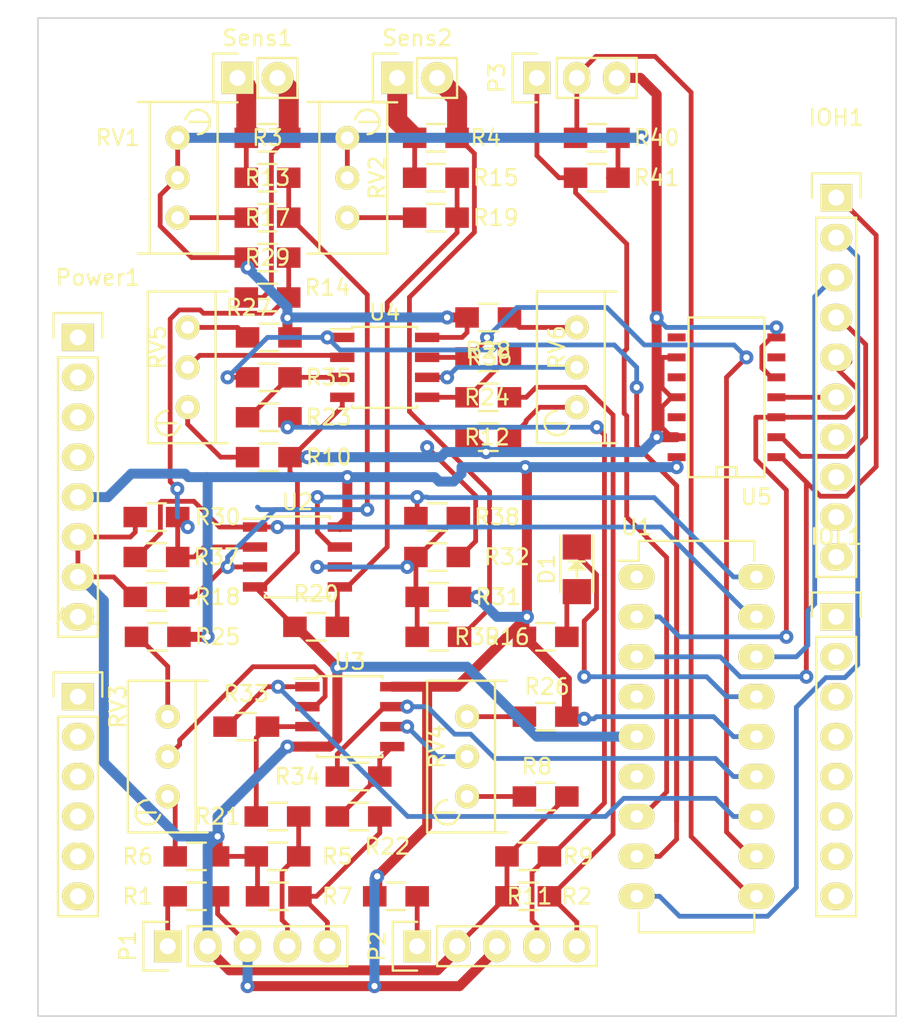
<source format=kicad_pcb>
(kicad_pcb (version 4) (host pcbnew "(2015-09-03 BZR 6154)-product")

  (general
    (links 127)
    (no_connects 3)
    (area 185.369999 79.959999 240.080001 143.560001)
    (thickness 1.6)
    (drawings 5)
    (tracks 568)
    (zones 0)
    (modules 62)
    (nets 81)
  )

  (page A4)
  (title_block
    (title MotorDrive)
    (date 8/20/2015)
    (rev NC)
    (company DMFE)
    (comment 1 "Arduino UNO form factor PIC16F1847")
  )

  (layers
    (0 F.Cu signal)
    (31 B.Cu signal)
    (32 B.Adhes user)
    (33 F.Adhes user)
    (34 B.Paste user)
    (35 F.Paste user)
    (36 B.SilkS user)
    (37 F.SilkS user)
    (38 B.Mask user)
    (39 F.Mask user)
    (40 Dwgs.User user)
    (41 Cmts.User user)
    (42 Eco1.User user)
    (43 Eco2.User user)
    (44 Edge.Cuts user)
    (45 Margin user)
    (46 B.CrtYd user)
    (47 F.CrtYd user)
    (48 B.Fab user)
    (49 F.Fab user)
  )

  (setup
    (last_trace_width 1.27)
    (user_trace_width 0.3048)
    (user_trace_width 0.508)
    (user_trace_width 0.635)
    (user_trace_width 1.016)
    (user_trace_width 1.27)
    (user_trace_width 1.905)
    (user_trace_width 2.54)
    (trace_clearance 0.2)
    (zone_clearance 0.508)
    (zone_45_only no)
    (trace_min 0.2)
    (segment_width 0.2)
    (edge_width 0.1)
    (via_size 0.889)
    (via_drill 0.4)
    (via_min_size 0.4)
    (via_min_drill 0.3)
    (uvia_size 0.3)
    (uvia_drill 0.1)
    (uvias_allowed no)
    (uvia_min_size 0.2)
    (uvia_min_drill 0.1)
    (pcb_text_width 0.3)
    (pcb_text_size 1.5 1.5)
    (mod_edge_width 0.15)
    (mod_text_size 1 1)
    (mod_text_width 0.15)
    (pad_size 0.508 1.143)
    (pad_drill 0)
    (pad_to_mask_clearance 0)
    (aux_axis_origin 0 0)
    (visible_elements FFFEFF7F)
    (pcbplotparams
      (layerselection 0x010f0_80000001)
      (usegerberextensions true)
      (gerberprecision 5)
      (excludeedgelayer true)
      (linewidth 0.100000)
      (plotframeref false)
      (viasonmask false)
      (mode 1)
      (useauxorigin false)
      (hpglpennumber 1)
      (hpglpenspeed 20)
      (hpglpendiameter 15)
      (hpglpenoverlay 2)
      (psnegative false)
      (psa4output false)
      (plotreference true)
      (plotvalue false)
      (plotinvisibletext false)
      (padsonsilk false)
      (subtractmaskfromsilk false)
      (outputformat 1)
      (mirror false)
      (drillshape 0)
      (scaleselection 1)
      (outputdirectory Gerber/))
  )

  (net 0 "")
  (net 1 "Net-(AD1-Pad1)")
  (net 2 "Net-(AD1-Pad2)")
  (net 3 "Net-(AD1-Pad3)")
  (net 4 "Net-(AD1-Pad4)")
  (net 5 "Net-(AD1-Pad5)")
  (net 6 "Net-(AD1-Pad6)")
  (net 7 "Net-(D1-Pad2)")
  (net 8 "Net-(D1-Pad1)")
  (net 9 "Net-(IOH1-Pad1)")
  (net 10 "Net-(IOH1-Pad2)")
  (net 11 "Net-(IOH1-Pad3)")
  (net 12 "Net-(IOH1-Pad4)")
  (net 13 "Net-(IOH1-Pad5)")
  (net 14 "Net-(IOH1-Pad6)")
  (net 15 "Net-(IOH1-Pad7)")
  (net 16 "Net-(IOH1-Pad8)")
  (net 17 "Net-(IOH1-Pad9)")
  (net 18 "Net-(IOH1-Pad10)")
  (net 19 "Net-(IOL1-Pad1)")
  (net 20 "Net-(IOL1-Pad2)")
  (net 21 "Net-(IOL1-Pad3)")
  (net 22 "Net-(IOL1-Pad4)")
  (net 23 "Net-(IOL1-Pad5)")
  (net 24 "Net-(IOL1-Pad6)")
  (net 25 "Net-(IOL1-Pad7)")
  (net 26 "Net-(IOL1-Pad8)")
  (net 27 "Net-(P1-Pad1)")
  (net 28 GND)
  (net 29 +5V)
  (net 30 "Net-(P1-Pad4)")
  (net 31 "Net-(P1-Pad5)")
  (net 32 "Net-(P2-Pad1)")
  (net 33 "Net-(P2-Pad4)")
  (net 34 "Net-(P2-Pad5)")
  (net 35 "Net-(P3-Pad1)")
  (net 36 "Net-(P3-Pad2)")
  (net 37 "Net-(Power1-Pad1)")
  (net 38 "Net-(Power1-Pad2)")
  (net 39 "Net-(Power1-Pad3)")
  (net 40 "Net-(Power1-Pad4)")
  (net 41 "Net-(Power1-Pad8)")
  (net 42 "Net-(R14-Pad2)")
  (net 43 "Net-(R13-Pad2)")
  (net 44 "Net-(R16-Pad2)")
  (net 45 "Net-(R15-Pad2)")
  (net 46 "Net-(R6-Pad1)")
  (net 47 "Net-(R8-Pad1)")
  (net 48 "Net-(R10-Pad1)")
  (net 49 "Net-(R12-Pad1)")
  (net 50 "Net-(R13-Pad1)")
  (net 51 "Net-(R14-Pad1)")
  (net 52 "Net-(R15-Pad1)")
  (net 53 "Net-(R16-Pad1)")
  (net 54 "Net-(R17-Pad2)")
  (net 55 "Net-(R19-Pad2)")
  (net 56 "Net-(R21-Pad1)")
  (net 57 "Net-(R22-Pad1)")
  (net 58 "Net-(R23-Pad1)")
  (net 59 "Net-(R24-Pad1)")
  (net 60 "Net-(R25-Pad1)")
  (net 61 "Net-(R26-Pad1)")
  (net 62 "Net-(R27-Pad1)")
  (net 63 "Net-(R28-Pad1)")
  (net 64 "Net-(R33-Pad1)")
  (net 65 "Net-(R34-Pad1)")
  (net 66 "Net-(R35-Pad1)")
  (net 67 "Net-(R36-Pad1)")
  (net 68 "Net-(R37-Pad1)")
  (net 69 "Net-(R38-Pad1)")
  (net 70 "Net-(RV3-Pad2)")
  (net 71 "Net-(RV4-Pad2)")
  (net 72 "Net-(RV5-Pad2)")
  (net 73 "Net-(RV6-Pad2)")
  (net 74 "Net-(U1-Pad1)")
  (net 75 "Net-(U1-Pad4)")
  (net 76 "Net-(U1-Pad6)")
  (net 77 "Net-(U5-Pad6)")
  (net 78 "Net-(U5-Pad8)")
  (net 79 "Net-(U5-Pad10)")
  (net 80 "Net-(U5-Pad12)")

  (net_class Default "This is the default net class."
    (clearance 0.2)
    (trace_width 0.3048)
    (via_dia 0.889)
    (via_drill 0.4)
    (uvia_dia 0.3)
    (uvia_drill 0.1)
    (add_net +5V)
    (add_net GND)
    (add_net "Net-(AD1-Pad1)")
    (add_net "Net-(AD1-Pad2)")
    (add_net "Net-(AD1-Pad3)")
    (add_net "Net-(AD1-Pad4)")
    (add_net "Net-(AD1-Pad5)")
    (add_net "Net-(AD1-Pad6)")
    (add_net "Net-(D1-Pad1)")
    (add_net "Net-(D1-Pad2)")
    (add_net "Net-(IOH1-Pad1)")
    (add_net "Net-(IOH1-Pad10)")
    (add_net "Net-(IOH1-Pad2)")
    (add_net "Net-(IOH1-Pad3)")
    (add_net "Net-(IOH1-Pad4)")
    (add_net "Net-(IOH1-Pad5)")
    (add_net "Net-(IOH1-Pad6)")
    (add_net "Net-(IOH1-Pad7)")
    (add_net "Net-(IOH1-Pad8)")
    (add_net "Net-(IOH1-Pad9)")
    (add_net "Net-(IOL1-Pad1)")
    (add_net "Net-(IOL1-Pad2)")
    (add_net "Net-(IOL1-Pad3)")
    (add_net "Net-(IOL1-Pad4)")
    (add_net "Net-(IOL1-Pad5)")
    (add_net "Net-(IOL1-Pad6)")
    (add_net "Net-(IOL1-Pad7)")
    (add_net "Net-(IOL1-Pad8)")
    (add_net "Net-(P1-Pad1)")
    (add_net "Net-(P1-Pad4)")
    (add_net "Net-(P1-Pad5)")
    (add_net "Net-(P2-Pad1)")
    (add_net "Net-(P2-Pad4)")
    (add_net "Net-(P2-Pad5)")
    (add_net "Net-(P3-Pad1)")
    (add_net "Net-(P3-Pad2)")
    (add_net "Net-(Power1-Pad1)")
    (add_net "Net-(Power1-Pad2)")
    (add_net "Net-(Power1-Pad3)")
    (add_net "Net-(Power1-Pad4)")
    (add_net "Net-(Power1-Pad8)")
    (add_net "Net-(R10-Pad1)")
    (add_net "Net-(R12-Pad1)")
    (add_net "Net-(R13-Pad1)")
    (add_net "Net-(R13-Pad2)")
    (add_net "Net-(R14-Pad1)")
    (add_net "Net-(R14-Pad2)")
    (add_net "Net-(R15-Pad1)")
    (add_net "Net-(R15-Pad2)")
    (add_net "Net-(R16-Pad1)")
    (add_net "Net-(R16-Pad2)")
    (add_net "Net-(R17-Pad2)")
    (add_net "Net-(R19-Pad2)")
    (add_net "Net-(R21-Pad1)")
    (add_net "Net-(R22-Pad1)")
    (add_net "Net-(R23-Pad1)")
    (add_net "Net-(R24-Pad1)")
    (add_net "Net-(R25-Pad1)")
    (add_net "Net-(R26-Pad1)")
    (add_net "Net-(R27-Pad1)")
    (add_net "Net-(R28-Pad1)")
    (add_net "Net-(R33-Pad1)")
    (add_net "Net-(R34-Pad1)")
    (add_net "Net-(R35-Pad1)")
    (add_net "Net-(R36-Pad1)")
    (add_net "Net-(R37-Pad1)")
    (add_net "Net-(R38-Pad1)")
    (add_net "Net-(R6-Pad1)")
    (add_net "Net-(R8-Pad1)")
    (add_net "Net-(RV3-Pad2)")
    (add_net "Net-(RV4-Pad2)")
    (add_net "Net-(RV5-Pad2)")
    (add_net "Net-(RV6-Pad2)")
    (add_net "Net-(U1-Pad1)")
    (add_net "Net-(U1-Pad4)")
    (add_net "Net-(U1-Pad6)")
    (add_net "Net-(U5-Pad10)")
    (add_net "Net-(U5-Pad12)")
    (add_net "Net-(U5-Pad6)")
    (add_net "Net-(U5-Pad8)")
  )

  (module Pin_Headers:Pin_Header_Straight_1x06 (layer F.Cu) (tedit 0) (tstamp 55D6967F)
    (at 187.96 123.19)
    (descr "Through hole pin header")
    (tags "pin header")
    (path /557B96E9)
    (fp_text reference AD1 (at 0 -5.1) (layer F.SilkS)
      (effects (font (size 1 1) (thickness 0.15)))
    )
    (fp_text value CONN_01X06 (at 0 -3.1) (layer F.Fab)
      (effects (font (size 1 1) (thickness 0.15)))
    )
    (fp_line (start -1.75 -1.75) (end -1.75 14.45) (layer F.CrtYd) (width 0.05))
    (fp_line (start 1.75 -1.75) (end 1.75 14.45) (layer F.CrtYd) (width 0.05))
    (fp_line (start -1.75 -1.75) (end 1.75 -1.75) (layer F.CrtYd) (width 0.05))
    (fp_line (start -1.75 14.45) (end 1.75 14.45) (layer F.CrtYd) (width 0.05))
    (fp_line (start 1.27 1.27) (end 1.27 13.97) (layer F.SilkS) (width 0.15))
    (fp_line (start 1.27 13.97) (end -1.27 13.97) (layer F.SilkS) (width 0.15))
    (fp_line (start -1.27 13.97) (end -1.27 1.27) (layer F.SilkS) (width 0.15))
    (fp_line (start 1.55 -1.55) (end 1.55 0) (layer F.SilkS) (width 0.15))
    (fp_line (start 1.27 1.27) (end -1.27 1.27) (layer F.SilkS) (width 0.15))
    (fp_line (start -1.55 0) (end -1.55 -1.55) (layer F.SilkS) (width 0.15))
    (fp_line (start -1.55 -1.55) (end 1.55 -1.55) (layer F.SilkS) (width 0.15))
    (pad 1 thru_hole rect (at 0 0) (size 2.032 1.7272) (drill 1.016) (layers *.Cu *.Mask F.SilkS)
      (net 1 "Net-(AD1-Pad1)"))
    (pad 2 thru_hole oval (at 0 2.54) (size 2.032 1.7272) (drill 1.016) (layers *.Cu *.Mask F.SilkS)
      (net 2 "Net-(AD1-Pad2)"))
    (pad 3 thru_hole oval (at 0 5.08) (size 2.032 1.7272) (drill 1.016) (layers *.Cu *.Mask F.SilkS)
      (net 3 "Net-(AD1-Pad3)"))
    (pad 4 thru_hole oval (at 0 7.62) (size 2.032 1.7272) (drill 1.016) (layers *.Cu *.Mask F.SilkS)
      (net 4 "Net-(AD1-Pad4)"))
    (pad 5 thru_hole oval (at 0 10.16) (size 2.032 1.7272) (drill 1.016) (layers *.Cu *.Mask F.SilkS)
      (net 5 "Net-(AD1-Pad5)"))
    (pad 6 thru_hole oval (at 0 12.7) (size 2.032 1.7272) (drill 1.016) (layers *.Cu *.Mask F.SilkS)
      (net 6 "Net-(AD1-Pad6)"))
    (model Pin_Headers.3dshapes/Pin_Header_Straight_1x06.wrl
      (at (xyz 0 -0.25 0))
      (scale (xyz 1 1 1))
      (rotate (xyz 0 0 90))
    )
  )

  (module LEDs:LED-1206 (layer F.Cu) (tedit 55BDE2E8) (tstamp 55D69695)
    (at 219.71 115.08486 270)
    (descr "LED 1206 smd package")
    (tags "LED1206 SMD")
    (path /556A34E0)
    (attr smd)
    (fp_text reference D1 (at 0 1.905 270) (layer F.SilkS)
      (effects (font (size 1 1) (thickness 0.15)))
    )
    (fp_text value LED (at 0 2 270) (layer F.Fab)
      (effects (font (size 1 1) (thickness 0.15)))
    )
    (fp_line (start -2.15 1.05) (end 1.45 1.05) (layer F.SilkS) (width 0.15))
    (fp_line (start -2.15 -1.05) (end 1.45 -1.05) (layer F.SilkS) (width 0.15))
    (fp_line (start -0.1 -0.3) (end -0.1 0.3) (layer F.SilkS) (width 0.15))
    (fp_line (start -0.1 0.3) (end -0.4 0) (layer F.SilkS) (width 0.15))
    (fp_line (start -0.4 0) (end -0.2 -0.2) (layer F.SilkS) (width 0.15))
    (fp_line (start -0.2 -0.2) (end -0.2 0.05) (layer F.SilkS) (width 0.15))
    (fp_line (start -0.2 0.05) (end -0.25 0) (layer F.SilkS) (width 0.15))
    (fp_line (start -0.5 -0.5) (end -0.5 0.5) (layer F.SilkS) (width 0.15))
    (fp_line (start 0 0) (end 0.5 0) (layer F.SilkS) (width 0.15))
    (fp_line (start -0.5 0) (end 0 -0.5) (layer F.SilkS) (width 0.15))
    (fp_line (start 0 -0.5) (end 0 0.5) (layer F.SilkS) (width 0.15))
    (fp_line (start 0 0.5) (end -0.5 0) (layer F.SilkS) (width 0.15))
    (fp_line (start 2.5 -1.25) (end -2.5 -1.25) (layer F.CrtYd) (width 0.05))
    (fp_line (start -2.5 -1.25) (end -2.5 1.25) (layer F.CrtYd) (width 0.05))
    (fp_line (start -2.5 1.25) (end 2.5 1.25) (layer F.CrtYd) (width 0.05))
    (fp_line (start 2.5 1.25) (end 2.5 -1.25) (layer F.CrtYd) (width 0.05))
    (pad 2 smd rect (at 1.41986 0 90) (size 1.59766 1.80086) (layers F.Cu F.Paste F.Mask)
      (net 7 "Net-(D1-Pad2)"))
    (pad 1 smd rect (at -1.41986 0 90) (size 1.59766 1.80086) (layers F.Cu F.Paste F.Mask)
      (net 8 "Net-(D1-Pad1)"))
  )

  (module Pin_Headers:Pin_Header_Straight_1x10 (layer F.Cu) (tedit 0) (tstamp 55D696AE)
    (at 236.22 91.44)
    (descr "Through hole pin header")
    (tags "pin header")
    (path /557B9875)
    (fp_text reference IOH1 (at 0 -5.1) (layer F.SilkS)
      (effects (font (size 1 1) (thickness 0.15)))
    )
    (fp_text value CONN_01X10 (at 0 -3.1) (layer F.Fab)
      (effects (font (size 1 1) (thickness 0.15)))
    )
    (fp_line (start -1.75 -1.75) (end -1.75 24.65) (layer F.CrtYd) (width 0.05))
    (fp_line (start 1.75 -1.75) (end 1.75 24.65) (layer F.CrtYd) (width 0.05))
    (fp_line (start -1.75 -1.75) (end 1.75 -1.75) (layer F.CrtYd) (width 0.05))
    (fp_line (start -1.75 24.65) (end 1.75 24.65) (layer F.CrtYd) (width 0.05))
    (fp_line (start 1.27 1.27) (end 1.27 24.13) (layer F.SilkS) (width 0.15))
    (fp_line (start 1.27 24.13) (end -1.27 24.13) (layer F.SilkS) (width 0.15))
    (fp_line (start -1.27 24.13) (end -1.27 1.27) (layer F.SilkS) (width 0.15))
    (fp_line (start 1.55 -1.55) (end 1.55 0) (layer F.SilkS) (width 0.15))
    (fp_line (start 1.27 1.27) (end -1.27 1.27) (layer F.SilkS) (width 0.15))
    (fp_line (start -1.55 0) (end -1.55 -1.55) (layer F.SilkS) (width 0.15))
    (fp_line (start -1.55 -1.55) (end 1.55 -1.55) (layer F.SilkS) (width 0.15))
    (pad 1 thru_hole rect (at 0 0) (size 2.032 1.7272) (drill 1.016) (layers *.Cu *.Mask F.SilkS)
      (net 9 "Net-(IOH1-Pad1)"))
    (pad 2 thru_hole oval (at 0 2.54) (size 2.032 1.7272) (drill 1.016) (layers *.Cu *.Mask F.SilkS)
      (net 10 "Net-(IOH1-Pad2)"))
    (pad 3 thru_hole oval (at 0 5.08) (size 2.032 1.7272) (drill 1.016) (layers *.Cu *.Mask F.SilkS)
      (net 11 "Net-(IOH1-Pad3)"))
    (pad 4 thru_hole oval (at 0 7.62) (size 2.032 1.7272) (drill 1.016) (layers *.Cu *.Mask F.SilkS)
      (net 12 "Net-(IOH1-Pad4)"))
    (pad 5 thru_hole oval (at 0 10.16) (size 2.032 1.7272) (drill 1.016) (layers *.Cu *.Mask F.SilkS)
      (net 13 "Net-(IOH1-Pad5)"))
    (pad 6 thru_hole oval (at 0 12.7) (size 2.032 1.7272) (drill 1.016) (layers *.Cu *.Mask F.SilkS)
      (net 14 "Net-(IOH1-Pad6)"))
    (pad 7 thru_hole oval (at 0 15.24) (size 2.032 1.7272) (drill 1.016) (layers *.Cu *.Mask F.SilkS)
      (net 15 "Net-(IOH1-Pad7)"))
    (pad 8 thru_hole oval (at 0 17.78) (size 2.032 1.7272) (drill 1.016) (layers *.Cu *.Mask F.SilkS)
      (net 16 "Net-(IOH1-Pad8)"))
    (pad 9 thru_hole oval (at 0 20.32) (size 2.032 1.7272) (drill 1.016) (layers *.Cu *.Mask F.SilkS)
      (net 17 "Net-(IOH1-Pad9)"))
    (pad 10 thru_hole oval (at 0 22.86) (size 2.032 1.7272) (drill 1.016) (layers *.Cu *.Mask F.SilkS)
      (net 18 "Net-(IOH1-Pad10)"))
    (model Pin_Headers.3dshapes/Pin_Header_Straight_1x10.wrl
      (at (xyz 0 -0.45 0))
      (scale (xyz 1 1 1))
      (rotate (xyz 0 0 90))
    )
  )

  (module Pin_Headers:Pin_Header_Straight_1x08 (layer F.Cu) (tedit 0) (tstamp 55D696C5)
    (at 236.22 118.11)
    (descr "Through hole pin header")
    (tags "pin header")
    (path /557B97FC)
    (fp_text reference IOL1 (at 0 -5.1) (layer F.SilkS)
      (effects (font (size 1 1) (thickness 0.15)))
    )
    (fp_text value CONN_01X08 (at 0 -3.1) (layer F.Fab)
      (effects (font (size 1 1) (thickness 0.15)))
    )
    (fp_line (start -1.75 -1.75) (end -1.75 19.55) (layer F.CrtYd) (width 0.05))
    (fp_line (start 1.75 -1.75) (end 1.75 19.55) (layer F.CrtYd) (width 0.05))
    (fp_line (start -1.75 -1.75) (end 1.75 -1.75) (layer F.CrtYd) (width 0.05))
    (fp_line (start -1.75 19.55) (end 1.75 19.55) (layer F.CrtYd) (width 0.05))
    (fp_line (start 1.27 1.27) (end 1.27 19.05) (layer F.SilkS) (width 0.15))
    (fp_line (start 1.27 19.05) (end -1.27 19.05) (layer F.SilkS) (width 0.15))
    (fp_line (start -1.27 19.05) (end -1.27 1.27) (layer F.SilkS) (width 0.15))
    (fp_line (start 1.55 -1.55) (end 1.55 0) (layer F.SilkS) (width 0.15))
    (fp_line (start 1.27 1.27) (end -1.27 1.27) (layer F.SilkS) (width 0.15))
    (fp_line (start -1.55 0) (end -1.55 -1.55) (layer F.SilkS) (width 0.15))
    (fp_line (start -1.55 -1.55) (end 1.55 -1.55) (layer F.SilkS) (width 0.15))
    (pad 1 thru_hole rect (at 0 0) (size 2.032 1.7272) (drill 1.016) (layers *.Cu *.Mask F.SilkS)
      (net 19 "Net-(IOL1-Pad1)"))
    (pad 2 thru_hole oval (at 0 2.54) (size 2.032 1.7272) (drill 1.016) (layers *.Cu *.Mask F.SilkS)
      (net 20 "Net-(IOL1-Pad2)"))
    (pad 3 thru_hole oval (at 0 5.08) (size 2.032 1.7272) (drill 1.016) (layers *.Cu *.Mask F.SilkS)
      (net 21 "Net-(IOL1-Pad3)"))
    (pad 4 thru_hole oval (at 0 7.62) (size 2.032 1.7272) (drill 1.016) (layers *.Cu *.Mask F.SilkS)
      (net 22 "Net-(IOL1-Pad4)"))
    (pad 5 thru_hole oval (at 0 10.16) (size 2.032 1.7272) (drill 1.016) (layers *.Cu *.Mask F.SilkS)
      (net 23 "Net-(IOL1-Pad5)"))
    (pad 6 thru_hole oval (at 0 12.7) (size 2.032 1.7272) (drill 1.016) (layers *.Cu *.Mask F.SilkS)
      (net 24 "Net-(IOL1-Pad6)"))
    (pad 7 thru_hole oval (at 0 15.24) (size 2.032 1.7272) (drill 1.016) (layers *.Cu *.Mask F.SilkS)
      (net 25 "Net-(IOL1-Pad7)"))
    (pad 8 thru_hole oval (at 0 17.78) (size 2.032 1.7272) (drill 1.016) (layers *.Cu *.Mask F.SilkS)
      (net 26 "Net-(IOL1-Pad8)"))
    (model Pin_Headers.3dshapes/Pin_Header_Straight_1x08.wrl
      (at (xyz 0 -0.35 0))
      (scale (xyz 1 1 1))
      (rotate (xyz 0 0 90))
    )
  )

  (module Pin_Headers:Pin_Header_Straight_1x05 (layer F.Cu) (tedit 54EA0684) (tstamp 55D696D9)
    (at 193.675 139.065 90)
    (descr "Through hole pin header")
    (tags "pin header")
    (path /55C59F8E)
    (fp_text reference P1 (at 0 -2.54 90) (layer F.SilkS)
      (effects (font (size 1 1) (thickness 0.15)))
    )
    (fp_text value CONN_01X05 (at 0 -3.1 90) (layer F.Fab)
      (effects (font (size 1 1) (thickness 0.15)))
    )
    (fp_line (start -1.55 0) (end -1.55 -1.55) (layer F.SilkS) (width 0.15))
    (fp_line (start -1.55 -1.55) (end 1.55 -1.55) (layer F.SilkS) (width 0.15))
    (fp_line (start 1.55 -1.55) (end 1.55 0) (layer F.SilkS) (width 0.15))
    (fp_line (start -1.75 -1.75) (end -1.75 11.95) (layer F.CrtYd) (width 0.05))
    (fp_line (start 1.75 -1.75) (end 1.75 11.95) (layer F.CrtYd) (width 0.05))
    (fp_line (start -1.75 -1.75) (end 1.75 -1.75) (layer F.CrtYd) (width 0.05))
    (fp_line (start -1.75 11.95) (end 1.75 11.95) (layer F.CrtYd) (width 0.05))
    (fp_line (start 1.27 1.27) (end 1.27 11.43) (layer F.SilkS) (width 0.15))
    (fp_line (start 1.27 11.43) (end -1.27 11.43) (layer F.SilkS) (width 0.15))
    (fp_line (start -1.27 11.43) (end -1.27 1.27) (layer F.SilkS) (width 0.15))
    (fp_line (start 1.27 1.27) (end -1.27 1.27) (layer F.SilkS) (width 0.15))
    (pad 1 thru_hole rect (at 0 0 90) (size 2.032 1.7272) (drill 1.016) (layers *.Cu *.Mask F.SilkS)
      (net 27 "Net-(P1-Pad1)"))
    (pad 2 thru_hole oval (at 0 2.54 90) (size 2.032 1.7272) (drill 1.016) (layers *.Cu *.Mask F.SilkS)
      (net 28 GND))
    (pad 3 thru_hole oval (at 0 5.08 90) (size 2.032 1.7272) (drill 1.016) (layers *.Cu *.Mask F.SilkS)
      (net 29 +5V))
    (pad 4 thru_hole oval (at 0 7.62 90) (size 2.032 1.7272) (drill 1.016) (layers *.Cu *.Mask F.SilkS)
      (net 30 "Net-(P1-Pad4)"))
    (pad 5 thru_hole oval (at 0 10.16 90) (size 2.032 1.7272) (drill 1.016) (layers *.Cu *.Mask F.SilkS)
      (net 31 "Net-(P1-Pad5)"))
    (model Pin_Headers.3dshapes/Pin_Header_Straight_1x05.wrl
      (at (xyz 0 -0.2 0))
      (scale (xyz 1 1 1))
      (rotate (xyz 0 0 90))
    )
  )

  (module Pin_Headers:Pin_Header_Straight_1x05 (layer F.Cu) (tedit 54EA0684) (tstamp 55D696ED)
    (at 209.55 139.065 90)
    (descr "Through hole pin header")
    (tags "pin header")
    (path /55C5A221)
    (fp_text reference P2 (at 0 -2.54 90) (layer F.SilkS)
      (effects (font (size 1 1) (thickness 0.15)))
    )
    (fp_text value CONN_01X05 (at 0 -3.1 90) (layer F.Fab)
      (effects (font (size 1 1) (thickness 0.15)))
    )
    (fp_line (start -1.55 0) (end -1.55 -1.55) (layer F.SilkS) (width 0.15))
    (fp_line (start -1.55 -1.55) (end 1.55 -1.55) (layer F.SilkS) (width 0.15))
    (fp_line (start 1.55 -1.55) (end 1.55 0) (layer F.SilkS) (width 0.15))
    (fp_line (start -1.75 -1.75) (end -1.75 11.95) (layer F.CrtYd) (width 0.05))
    (fp_line (start 1.75 -1.75) (end 1.75 11.95) (layer F.CrtYd) (width 0.05))
    (fp_line (start -1.75 -1.75) (end 1.75 -1.75) (layer F.CrtYd) (width 0.05))
    (fp_line (start -1.75 11.95) (end 1.75 11.95) (layer F.CrtYd) (width 0.05))
    (fp_line (start 1.27 1.27) (end 1.27 11.43) (layer F.SilkS) (width 0.15))
    (fp_line (start 1.27 11.43) (end -1.27 11.43) (layer F.SilkS) (width 0.15))
    (fp_line (start -1.27 11.43) (end -1.27 1.27) (layer F.SilkS) (width 0.15))
    (fp_line (start 1.27 1.27) (end -1.27 1.27) (layer F.SilkS) (width 0.15))
    (pad 1 thru_hole rect (at 0 0 90) (size 2.032 1.7272) (drill 1.016) (layers *.Cu *.Mask F.SilkS)
      (net 32 "Net-(P2-Pad1)"))
    (pad 2 thru_hole oval (at 0 2.54 90) (size 2.032 1.7272) (drill 1.016) (layers *.Cu *.Mask F.SilkS)
      (net 28 GND))
    (pad 3 thru_hole oval (at 0 5.08 90) (size 2.032 1.7272) (drill 1.016) (layers *.Cu *.Mask F.SilkS)
      (net 29 +5V))
    (pad 4 thru_hole oval (at 0 7.62 90) (size 2.032 1.7272) (drill 1.016) (layers *.Cu *.Mask F.SilkS)
      (net 33 "Net-(P2-Pad4)"))
    (pad 5 thru_hole oval (at 0 10.16 90) (size 2.032 1.7272) (drill 1.016) (layers *.Cu *.Mask F.SilkS)
      (net 34 "Net-(P2-Pad5)"))
    (model Pin_Headers.3dshapes/Pin_Header_Straight_1x05.wrl
      (at (xyz 0 -0.2 0))
      (scale (xyz 1 1 1))
      (rotate (xyz 0 0 90))
    )
  )

  (module Pin_Headers:Pin_Header_Straight_1x03 (layer F.Cu) (tedit 0) (tstamp 55D696FF)
    (at 217.17 83.82 90)
    (descr "Through hole pin header")
    (tags "pin header")
    (path /55C62C8A)
    (fp_text reference P3 (at 0 -2.54 90) (layer F.SilkS)
      (effects (font (size 1 1) (thickness 0.15)))
    )
    (fp_text value CONN_01X03 (at 0 -3.1 90) (layer F.Fab)
      (effects (font (size 1 1) (thickness 0.15)))
    )
    (fp_line (start -1.75 -1.75) (end -1.75 6.85) (layer F.CrtYd) (width 0.05))
    (fp_line (start 1.75 -1.75) (end 1.75 6.85) (layer F.CrtYd) (width 0.05))
    (fp_line (start -1.75 -1.75) (end 1.75 -1.75) (layer F.CrtYd) (width 0.05))
    (fp_line (start -1.75 6.85) (end 1.75 6.85) (layer F.CrtYd) (width 0.05))
    (fp_line (start -1.27 1.27) (end -1.27 6.35) (layer F.SilkS) (width 0.15))
    (fp_line (start -1.27 6.35) (end 1.27 6.35) (layer F.SilkS) (width 0.15))
    (fp_line (start 1.27 6.35) (end 1.27 1.27) (layer F.SilkS) (width 0.15))
    (fp_line (start 1.55 -1.55) (end 1.55 0) (layer F.SilkS) (width 0.15))
    (fp_line (start 1.27 1.27) (end -1.27 1.27) (layer F.SilkS) (width 0.15))
    (fp_line (start -1.55 0) (end -1.55 -1.55) (layer F.SilkS) (width 0.15))
    (fp_line (start -1.55 -1.55) (end 1.55 -1.55) (layer F.SilkS) (width 0.15))
    (pad 1 thru_hole rect (at 0 0 90) (size 2.032 1.7272) (drill 1.016) (layers *.Cu *.Mask F.SilkS)
      (net 35 "Net-(P3-Pad1)"))
    (pad 2 thru_hole oval (at 0 2.54 90) (size 2.032 1.7272) (drill 1.016) (layers *.Cu *.Mask F.SilkS)
      (net 36 "Net-(P3-Pad2)"))
    (pad 3 thru_hole oval (at 0 5.08 90) (size 2.032 1.7272) (drill 1.016) (layers *.Cu *.Mask F.SilkS)
      (net 28 GND))
    (model Pin_Headers.3dshapes/Pin_Header_Straight_1x03.wrl
      (at (xyz 0 -0.1 0))
      (scale (xyz 1 1 1))
      (rotate (xyz 0 0 90))
    )
  )

  (module Pin_Headers:Pin_Header_Straight_1x08 (layer F.Cu) (tedit 0) (tstamp 55D69716)
    (at 187.96 100.33)
    (descr "Through hole pin header")
    (tags "pin header")
    (path /557B9799)
    (fp_text reference Power1 (at 1.27 -3.81 180) (layer F.SilkS)
      (effects (font (size 1 1) (thickness 0.15)))
    )
    (fp_text value CONN_01X08 (at 0 -3.1) (layer F.Fab)
      (effects (font (size 1 1) (thickness 0.15)))
    )
    (fp_line (start -1.75 -1.75) (end -1.75 19.55) (layer F.CrtYd) (width 0.05))
    (fp_line (start 1.75 -1.75) (end 1.75 19.55) (layer F.CrtYd) (width 0.05))
    (fp_line (start -1.75 -1.75) (end 1.75 -1.75) (layer F.CrtYd) (width 0.05))
    (fp_line (start -1.75 19.55) (end 1.75 19.55) (layer F.CrtYd) (width 0.05))
    (fp_line (start 1.27 1.27) (end 1.27 19.05) (layer F.SilkS) (width 0.15))
    (fp_line (start 1.27 19.05) (end -1.27 19.05) (layer F.SilkS) (width 0.15))
    (fp_line (start -1.27 19.05) (end -1.27 1.27) (layer F.SilkS) (width 0.15))
    (fp_line (start 1.55 -1.55) (end 1.55 0) (layer F.SilkS) (width 0.15))
    (fp_line (start 1.27 1.27) (end -1.27 1.27) (layer F.SilkS) (width 0.15))
    (fp_line (start -1.55 0) (end -1.55 -1.55) (layer F.SilkS) (width 0.15))
    (fp_line (start -1.55 -1.55) (end 1.55 -1.55) (layer F.SilkS) (width 0.15))
    (pad 1 thru_hole rect (at 0 0) (size 2.032 1.7272) (drill 1.016) (layers *.Cu *.Mask F.SilkS)
      (net 37 "Net-(Power1-Pad1)"))
    (pad 2 thru_hole oval (at 0 2.54) (size 2.032 1.7272) (drill 1.016) (layers *.Cu *.Mask F.SilkS)
      (net 38 "Net-(Power1-Pad2)"))
    (pad 3 thru_hole oval (at 0 5.08) (size 2.032 1.7272) (drill 1.016) (layers *.Cu *.Mask F.SilkS)
      (net 39 "Net-(Power1-Pad3)"))
    (pad 4 thru_hole oval (at 0 7.62) (size 2.032 1.7272) (drill 1.016) (layers *.Cu *.Mask F.SilkS)
      (net 40 "Net-(Power1-Pad4)"))
    (pad 5 thru_hole oval (at 0 10.16) (size 2.032 1.7272) (drill 1.016) (layers *.Cu *.Mask F.SilkS)
      (net 29 +5V))
    (pad 6 thru_hole oval (at 0 12.7) (size 2.032 1.7272) (drill 1.016) (layers *.Cu *.Mask F.SilkS)
      (net 28 GND))
    (pad 7 thru_hole oval (at 0 15.24) (size 2.032 1.7272) (drill 1.016) (layers *.Cu *.Mask F.SilkS)
      (net 28 GND))
    (pad 8 thru_hole oval (at 0 17.78) (size 2.032 1.7272) (drill 1.016) (layers *.Cu *.Mask F.SilkS)
      (net 41 "Net-(Power1-Pad8)"))
    (model Pin_Headers.3dshapes/Pin_Header_Straight_1x08.wrl
      (at (xyz 0 -0.35 0))
      (scale (xyz 1 1 1))
      (rotate (xyz 0 0 90))
    )
  )

  (module Resistors_SMD:R_0805_HandSoldering (layer F.Cu) (tedit 54189DEE) (tstamp 55D69722)
    (at 195.5 135.89 180)
    (descr "Resistor SMD 0805, hand soldering")
    (tags "resistor 0805")
    (path /557BAB27)
    (attr smd)
    (fp_text reference R1 (at 3.73 0 180) (layer F.SilkS)
      (effects (font (size 1 1) (thickness 0.15)))
    )
    (fp_text value R (at 0 2.1 180) (layer F.Fab)
      (effects (font (size 1 1) (thickness 0.15)))
    )
    (fp_line (start -2.4 -1) (end 2.4 -1) (layer F.CrtYd) (width 0.05))
    (fp_line (start -2.4 1) (end 2.4 1) (layer F.CrtYd) (width 0.05))
    (fp_line (start -2.4 -1) (end -2.4 1) (layer F.CrtYd) (width 0.05))
    (fp_line (start 2.4 -1) (end 2.4 1) (layer F.CrtYd) (width 0.05))
    (fp_line (start 0.6 0.875) (end -0.6 0.875) (layer F.SilkS) (width 0.15))
    (fp_line (start -0.6 -0.875) (end 0.6 -0.875) (layer F.SilkS) (width 0.15))
    (pad 1 smd rect (at -1.35 0 180) (size 1.5 1.3) (layers F.Cu F.Paste F.Mask)
      (net 29 +5V))
    (pad 2 smd rect (at 1.35 0 180) (size 1.5 1.3) (layers F.Cu F.Paste F.Mask)
      (net 27 "Net-(P1-Pad1)"))
    (model Resistors_SMD.3dshapes/R_0805_HandSoldering.wrl
      (at (xyz 0 0 0))
      (scale (xyz 1 1 1))
      (rotate (xyz 0 0 0))
    )
  )

  (module Resistors_SMD:R_0805_HandSoldering (layer F.Cu) (tedit 54189DEE) (tstamp 55D6972E)
    (at 208.2 135.89)
    (descr "Resistor SMD 0805, hand soldering")
    (tags "resistor 0805")
    (path /557BAB70)
    (attr smd)
    (fp_text reference R2 (at 11.51 0) (layer F.SilkS)
      (effects (font (size 1 1) (thickness 0.15)))
    )
    (fp_text value R (at 0 2.1) (layer F.Fab)
      (effects (font (size 1 1) (thickness 0.15)))
    )
    (fp_line (start -2.4 -1) (end 2.4 -1) (layer F.CrtYd) (width 0.05))
    (fp_line (start -2.4 1) (end 2.4 1) (layer F.CrtYd) (width 0.05))
    (fp_line (start -2.4 -1) (end -2.4 1) (layer F.CrtYd) (width 0.05))
    (fp_line (start 2.4 -1) (end 2.4 1) (layer F.CrtYd) (width 0.05))
    (fp_line (start 0.6 0.875) (end -0.6 0.875) (layer F.SilkS) (width 0.15))
    (fp_line (start -0.6 -0.875) (end 0.6 -0.875) (layer F.SilkS) (width 0.15))
    (pad 1 smd rect (at -1.35 0) (size 1.5 1.3) (layers F.Cu F.Paste F.Mask)
      (net 29 +5V))
    (pad 2 smd rect (at 1.35 0) (size 1.5 1.3) (layers F.Cu F.Paste F.Mask)
      (net 32 "Net-(P2-Pad1)"))
    (model Resistors_SMD.3dshapes/R_0805_HandSoldering.wrl
      (at (xyz 0 0 0))
      (scale (xyz 1 1 1))
      (rotate (xyz 0 0 0))
    )
  )

  (module Resistors_SMD:R_0805_HandSoldering (layer F.Cu) (tedit 54189DEE) (tstamp 55D6973A)
    (at 200.025 87.63 180)
    (descr "Resistor SMD 0805, hand soldering")
    (tags "resistor 0805")
    (path /556A3518)
    (attr smd)
    (fp_text reference R3 (at 0 0 180) (layer F.SilkS)
      (effects (font (size 1 1) (thickness 0.15)))
    )
    (fp_text value R (at 0 2.1 180) (layer F.Fab)
      (effects (font (size 1 1) (thickness 0.15)))
    )
    (fp_line (start -2.4 -1) (end 2.4 -1) (layer F.CrtYd) (width 0.05))
    (fp_line (start -2.4 1) (end 2.4 1) (layer F.CrtYd) (width 0.05))
    (fp_line (start -2.4 -1) (end -2.4 1) (layer F.CrtYd) (width 0.05))
    (fp_line (start 2.4 -1) (end 2.4 1) (layer F.CrtYd) (width 0.05))
    (fp_line (start 0.6 0.875) (end -0.6 0.875) (layer F.SilkS) (width 0.15))
    (fp_line (start -0.6 -0.875) (end 0.6 -0.875) (layer F.SilkS) (width 0.15))
    (pad 1 smd rect (at -1.35 0 180) (size 1.5 1.3) (layers F.Cu F.Paste F.Mask)
      (net 42 "Net-(R14-Pad2)"))
    (pad 2 smd rect (at 1.35 0 180) (size 1.5 1.3) (layers F.Cu F.Paste F.Mask)
      (net 43 "Net-(R13-Pad2)"))
    (model Resistors_SMD.3dshapes/R_0805_HandSoldering.wrl
      (at (xyz 0 0 0))
      (scale (xyz 1 1 1))
      (rotate (xyz 0 0 0))
    )
  )

  (module Resistors_SMD:R_0805_HandSoldering (layer F.Cu) (tedit 54189DEE) (tstamp 55D69746)
    (at 210.74 87.63 180)
    (descr "Resistor SMD 0805, hand soldering")
    (tags "resistor 0805")
    (path /557BAA84)
    (attr smd)
    (fp_text reference R4 (at -3.175 0 180) (layer F.SilkS)
      (effects (font (size 1 1) (thickness 0.15)))
    )
    (fp_text value R (at 0 2.1 180) (layer F.Fab)
      (effects (font (size 1 1) (thickness 0.15)))
    )
    (fp_line (start -2.4 -1) (end 2.4 -1) (layer F.CrtYd) (width 0.05))
    (fp_line (start -2.4 1) (end 2.4 1) (layer F.CrtYd) (width 0.05))
    (fp_line (start -2.4 -1) (end -2.4 1) (layer F.CrtYd) (width 0.05))
    (fp_line (start 2.4 -1) (end 2.4 1) (layer F.CrtYd) (width 0.05))
    (fp_line (start 0.6 0.875) (end -0.6 0.875) (layer F.SilkS) (width 0.15))
    (fp_line (start -0.6 -0.875) (end 0.6 -0.875) (layer F.SilkS) (width 0.15))
    (pad 1 smd rect (at -1.35 0 180) (size 1.5 1.3) (layers F.Cu F.Paste F.Mask)
      (net 44 "Net-(R16-Pad2)"))
    (pad 2 smd rect (at 1.35 0 180) (size 1.5 1.3) (layers F.Cu F.Paste F.Mask)
      (net 45 "Net-(R15-Pad2)"))
    (model Resistors_SMD.3dshapes/R_0805_HandSoldering.wrl
      (at (xyz 0 0 0))
      (scale (xyz 1 1 1))
      (rotate (xyz 0 0 0))
    )
  )

  (module Resistors_SMD:R_0805_HandSoldering (layer F.Cu) (tedit 54189DEE) (tstamp 55D69752)
    (at 200.66 133.35)
    (descr "Resistor SMD 0805, hand soldering")
    (tags "resistor 0805")
    (path /55C58869)
    (attr smd)
    (fp_text reference R5 (at 3.81 0) (layer F.SilkS)
      (effects (font (size 1 1) (thickness 0.15)))
    )
    (fp_text value R (at 0 2.1) (layer F.Fab)
      (effects (font (size 1 1) (thickness 0.15)))
    )
    (fp_line (start -2.4 -1) (end 2.4 -1) (layer F.CrtYd) (width 0.05))
    (fp_line (start -2.4 1) (end 2.4 1) (layer F.CrtYd) (width 0.05))
    (fp_line (start -2.4 -1) (end -2.4 1) (layer F.CrtYd) (width 0.05))
    (fp_line (start 2.4 -1) (end 2.4 1) (layer F.CrtYd) (width 0.05))
    (fp_line (start 0.6 0.875) (end -0.6 0.875) (layer F.SilkS) (width 0.15))
    (fp_line (start -0.6 -0.875) (end 0.6 -0.875) (layer F.SilkS) (width 0.15))
    (pad 1 smd rect (at -1.35 0) (size 1.5 1.3) (layers F.Cu F.Paste F.Mask)
      (net 28 GND))
    (pad 2 smd rect (at 1.35 0) (size 1.5 1.3) (layers F.Cu F.Paste F.Mask)
      (net 30 "Net-(P1-Pad4)"))
    (model Resistors_SMD.3dshapes/R_0805_HandSoldering.wrl
      (at (xyz 0 0 0))
      (scale (xyz 1 1 1))
      (rotate (xyz 0 0 0))
    )
  )

  (module Resistors_SMD:R_0805_HandSoldering (layer F.Cu) (tedit 54189DEE) (tstamp 55D6975E)
    (at 195.5 133.35)
    (descr "Resistor SMD 0805, hand soldering")
    (tags "resistor 0805")
    (path /55C587A7)
    (attr smd)
    (fp_text reference R6 (at -3.73 0) (layer F.SilkS)
      (effects (font (size 1 1) (thickness 0.15)))
    )
    (fp_text value R (at 0 2.1) (layer F.Fab)
      (effects (font (size 1 1) (thickness 0.15)))
    )
    (fp_line (start -2.4 -1) (end 2.4 -1) (layer F.CrtYd) (width 0.05))
    (fp_line (start -2.4 1) (end 2.4 1) (layer F.CrtYd) (width 0.05))
    (fp_line (start -2.4 -1) (end -2.4 1) (layer F.CrtYd) (width 0.05))
    (fp_line (start 2.4 -1) (end 2.4 1) (layer F.CrtYd) (width 0.05))
    (fp_line (start 0.6 0.875) (end -0.6 0.875) (layer F.SilkS) (width 0.15))
    (fp_line (start -0.6 -0.875) (end 0.6 -0.875) (layer F.SilkS) (width 0.15))
    (pad 1 smd rect (at -1.35 0) (size 1.5 1.3) (layers F.Cu F.Paste F.Mask)
      (net 46 "Net-(R6-Pad1)"))
    (pad 2 smd rect (at 1.35 0) (size 1.5 1.3) (layers F.Cu F.Paste F.Mask)
      (net 28 GND))
    (model Resistors_SMD.3dshapes/R_0805_HandSoldering.wrl
      (at (xyz 0 0 0))
      (scale (xyz 1 1 1))
      (rotate (xyz 0 0 0))
    )
  )

  (module Resistors_SMD:R_0805_HandSoldering (layer F.Cu) (tedit 54189DEE) (tstamp 55D6976A)
    (at 200.74 135.89)
    (descr "Resistor SMD 0805, hand soldering")
    (tags "resistor 0805")
    (path /55C589F8)
    (attr smd)
    (fp_text reference R7 (at 3.73 0) (layer F.SilkS)
      (effects (font (size 1 1) (thickness 0.15)))
    )
    (fp_text value R (at 0 2.1) (layer F.Fab)
      (effects (font (size 1 1) (thickness 0.15)))
    )
    (fp_line (start -2.4 -1) (end 2.4 -1) (layer F.CrtYd) (width 0.05))
    (fp_line (start -2.4 1) (end 2.4 1) (layer F.CrtYd) (width 0.05))
    (fp_line (start -2.4 -1) (end -2.4 1) (layer F.CrtYd) (width 0.05))
    (fp_line (start 2.4 -1) (end 2.4 1) (layer F.CrtYd) (width 0.05))
    (fp_line (start 0.6 0.875) (end -0.6 0.875) (layer F.SilkS) (width 0.15))
    (fp_line (start -0.6 -0.875) (end 0.6 -0.875) (layer F.SilkS) (width 0.15))
    (pad 1 smd rect (at -1.35 0) (size 1.5 1.3) (layers F.Cu F.Paste F.Mask)
      (net 28 GND))
    (pad 2 smd rect (at 1.35 0) (size 1.5 1.3) (layers F.Cu F.Paste F.Mask)
      (net 31 "Net-(P1-Pad5)"))
    (model Resistors_SMD.3dshapes/R_0805_HandSoldering.wrl
      (at (xyz 0 0 0))
      (scale (xyz 1 1 1))
      (rotate (xyz 0 0 0))
    )
  )

  (module Resistors_SMD:R_0805_HandSoldering (layer F.Cu) (tedit 54189DEE) (tstamp 55D69776)
    (at 217.725 129.54)
    (descr "Resistor SMD 0805, hand soldering")
    (tags "resistor 0805")
    (path /557BABB8)
    (attr smd)
    (fp_text reference R8 (at -0.555 -1.905) (layer F.SilkS)
      (effects (font (size 1 1) (thickness 0.15)))
    )
    (fp_text value R (at 0 2.1) (layer F.Fab)
      (effects (font (size 1 1) (thickness 0.15)))
    )
    (fp_line (start -2.4 -1) (end 2.4 -1) (layer F.CrtYd) (width 0.05))
    (fp_line (start -2.4 1) (end 2.4 1) (layer F.CrtYd) (width 0.05))
    (fp_line (start -2.4 -1) (end -2.4 1) (layer F.CrtYd) (width 0.05))
    (fp_line (start 2.4 -1) (end 2.4 1) (layer F.CrtYd) (width 0.05))
    (fp_line (start 0.6 0.875) (end -0.6 0.875) (layer F.SilkS) (width 0.15))
    (fp_line (start -0.6 -0.875) (end 0.6 -0.875) (layer F.SilkS) (width 0.15))
    (pad 1 smd rect (at -1.35 0) (size 1.5 1.3) (layers F.Cu F.Paste F.Mask)
      (net 47 "Net-(R8-Pad1)"))
    (pad 2 smd rect (at 1.35 0) (size 1.5 1.3) (layers F.Cu F.Paste F.Mask)
      (net 28 GND))
    (model Resistors_SMD.3dshapes/R_0805_HandSoldering.wrl
      (at (xyz 0 0 0))
      (scale (xyz 1 1 1))
      (rotate (xyz 0 0 0))
    )
  )

  (module Resistors_SMD:R_0805_HandSoldering (layer F.Cu) (tedit 54189DEE) (tstamp 55D69782)
    (at 216.615 133.35)
    (descr "Resistor SMD 0805, hand soldering")
    (tags "resistor 0805")
    (path /55C58E89)
    (attr smd)
    (fp_text reference R9 (at 3.175 0) (layer F.SilkS)
      (effects (font (size 1 1) (thickness 0.15)))
    )
    (fp_text value R (at 0 2.1) (layer F.Fab)
      (effects (font (size 1 1) (thickness 0.15)))
    )
    (fp_line (start -2.4 -1) (end 2.4 -1) (layer F.CrtYd) (width 0.05))
    (fp_line (start -2.4 1) (end 2.4 1) (layer F.CrtYd) (width 0.05))
    (fp_line (start -2.4 -1) (end -2.4 1) (layer F.CrtYd) (width 0.05))
    (fp_line (start 2.4 -1) (end 2.4 1) (layer F.CrtYd) (width 0.05))
    (fp_line (start 0.6 0.875) (end -0.6 0.875) (layer F.SilkS) (width 0.15))
    (fp_line (start -0.6 -0.875) (end 0.6 -0.875) (layer F.SilkS) (width 0.15))
    (pad 1 smd rect (at -1.35 0) (size 1.5 1.3) (layers F.Cu F.Paste F.Mask)
      (net 28 GND))
    (pad 2 smd rect (at 1.35 0) (size 1.5 1.3) (layers F.Cu F.Paste F.Mask)
      (net 33 "Net-(P2-Pad4)"))
    (model Resistors_SMD.3dshapes/R_0805_HandSoldering.wrl
      (at (xyz 0 0 0))
      (scale (xyz 1 1 1))
      (rotate (xyz 0 0 0))
    )
  )

  (module Resistors_SMD:R_0805_HandSoldering (layer F.Cu) (tedit 54189DEE) (tstamp 55D6978E)
    (at 200.105 107.95)
    (descr "Resistor SMD 0805, hand soldering")
    (tags "resistor 0805")
    (path /55C58DBC)
    (attr smd)
    (fp_text reference R10 (at 3.81 0) (layer F.SilkS)
      (effects (font (size 1 1) (thickness 0.15)))
    )
    (fp_text value R (at 0 2.1) (layer F.Fab)
      (effects (font (size 1 1) (thickness 0.15)))
    )
    (fp_line (start -2.4 -1) (end 2.4 -1) (layer F.CrtYd) (width 0.05))
    (fp_line (start -2.4 1) (end 2.4 1) (layer F.CrtYd) (width 0.05))
    (fp_line (start -2.4 -1) (end -2.4 1) (layer F.CrtYd) (width 0.05))
    (fp_line (start 2.4 -1) (end 2.4 1) (layer F.CrtYd) (width 0.05))
    (fp_line (start 0.6 0.875) (end -0.6 0.875) (layer F.SilkS) (width 0.15))
    (fp_line (start -0.6 -0.875) (end 0.6 -0.875) (layer F.SilkS) (width 0.15))
    (pad 1 smd rect (at -1.35 0) (size 1.5 1.3) (layers F.Cu F.Paste F.Mask)
      (net 48 "Net-(R10-Pad1)"))
    (pad 2 smd rect (at 1.35 0) (size 1.5 1.3) (layers F.Cu F.Paste F.Mask)
      (net 28 GND))
    (model Resistors_SMD.3dshapes/R_0805_HandSoldering.wrl
      (at (xyz 0 0 0))
      (scale (xyz 1 1 1))
      (rotate (xyz 0 0 0))
    )
  )

  (module Resistors_SMD:R_0805_HandSoldering (layer F.Cu) (tedit 54189DEE) (tstamp 55D6979A)
    (at 216.615 135.89)
    (descr "Resistor SMD 0805, hand soldering")
    (tags "resistor 0805")
    (path /55C59745)
    (attr smd)
    (fp_text reference R11 (at 0.08 0) (layer F.SilkS)
      (effects (font (size 1 1) (thickness 0.15)))
    )
    (fp_text value R (at 0 2.1) (layer F.Fab)
      (effects (font (size 1 1) (thickness 0.15)))
    )
    (fp_line (start -2.4 -1) (end 2.4 -1) (layer F.CrtYd) (width 0.05))
    (fp_line (start -2.4 1) (end 2.4 1) (layer F.CrtYd) (width 0.05))
    (fp_line (start -2.4 -1) (end -2.4 1) (layer F.CrtYd) (width 0.05))
    (fp_line (start 2.4 -1) (end 2.4 1) (layer F.CrtYd) (width 0.05))
    (fp_line (start 0.6 0.875) (end -0.6 0.875) (layer F.SilkS) (width 0.15))
    (fp_line (start -0.6 -0.875) (end 0.6 -0.875) (layer F.SilkS) (width 0.15))
    (pad 1 smd rect (at -1.35 0) (size 1.5 1.3) (layers F.Cu F.Paste F.Mask)
      (net 28 GND))
    (pad 2 smd rect (at 1.35 0) (size 1.5 1.3) (layers F.Cu F.Paste F.Mask)
      (net 34 "Net-(P2-Pad5)"))
    (model Resistors_SMD.3dshapes/R_0805_HandSoldering.wrl
      (at (xyz 0 0 0))
      (scale (xyz 1 1 1))
      (rotate (xyz 0 0 0))
    )
  )

  (module Resistors_SMD:R_0805_HandSoldering (layer F.Cu) (tedit 54189DEE) (tstamp 55D697A6)
    (at 214.075 106.68 180)
    (descr "Resistor SMD 0805, hand soldering")
    (tags "resistor 0805")
    (path /55C5939A)
    (attr smd)
    (fp_text reference R12 (at 0.08 0 180) (layer F.SilkS)
      (effects (font (size 1 1) (thickness 0.15)))
    )
    (fp_text value R (at 0 2.1 180) (layer F.Fab)
      (effects (font (size 1 1) (thickness 0.15)))
    )
    (fp_line (start -2.4 -1) (end 2.4 -1) (layer F.CrtYd) (width 0.05))
    (fp_line (start -2.4 1) (end 2.4 1) (layer F.CrtYd) (width 0.05))
    (fp_line (start -2.4 -1) (end -2.4 1) (layer F.CrtYd) (width 0.05))
    (fp_line (start 2.4 -1) (end 2.4 1) (layer F.CrtYd) (width 0.05))
    (fp_line (start 0.6 0.875) (end -0.6 0.875) (layer F.SilkS) (width 0.15))
    (fp_line (start -0.6 -0.875) (end 0.6 -0.875) (layer F.SilkS) (width 0.15))
    (pad 1 smd rect (at -1.35 0 180) (size 1.5 1.3) (layers F.Cu F.Paste F.Mask)
      (net 49 "Net-(R12-Pad1)"))
    (pad 2 smd rect (at 1.35 0 180) (size 1.5 1.3) (layers F.Cu F.Paste F.Mask)
      (net 28 GND))
    (model Resistors_SMD.3dshapes/R_0805_HandSoldering.wrl
      (at (xyz 0 0 0))
      (scale (xyz 1 1 1))
      (rotate (xyz 0 0 0))
    )
  )

  (module Resistors_SMD:R_0805_HandSoldering (layer F.Cu) (tedit 54189DEE) (tstamp 55D697B2)
    (at 200.025 90.17 180)
    (descr "Resistor SMD 0805, hand soldering")
    (tags "resistor 0805")
    (path /557BC053)
    (attr smd)
    (fp_text reference R13 (at 0 0 180) (layer F.SilkS)
      (effects (font (size 1 1) (thickness 0.15)))
    )
    (fp_text value R (at 0 2.1 180) (layer F.Fab)
      (effects (font (size 1 1) (thickness 0.15)))
    )
    (fp_line (start -2.4 -1) (end 2.4 -1) (layer F.CrtYd) (width 0.05))
    (fp_line (start -2.4 1) (end 2.4 1) (layer F.CrtYd) (width 0.05))
    (fp_line (start -2.4 -1) (end -2.4 1) (layer F.CrtYd) (width 0.05))
    (fp_line (start 2.4 -1) (end 2.4 1) (layer F.CrtYd) (width 0.05))
    (fp_line (start 0.6 0.875) (end -0.6 0.875) (layer F.SilkS) (width 0.15))
    (fp_line (start -0.6 -0.875) (end 0.6 -0.875) (layer F.SilkS) (width 0.15))
    (pad 1 smd rect (at -1.35 0 180) (size 1.5 1.3) (layers F.Cu F.Paste F.Mask)
      (net 50 "Net-(R13-Pad1)"))
    (pad 2 smd rect (at 1.35 0 180) (size 1.5 1.3) (layers F.Cu F.Paste F.Mask)
      (net 43 "Net-(R13-Pad2)"))
    (model Resistors_SMD.3dshapes/R_0805_HandSoldering.wrl
      (at (xyz 0 0 0))
      (scale (xyz 1 1 1))
      (rotate (xyz 0 0 0))
    )
  )

  (module Resistors_SMD:R_0805_HandSoldering (layer F.Cu) (tedit 54189DEE) (tstamp 55D697BE)
    (at 200.025 97.79 180)
    (descr "Resistor SMD 0805, hand soldering")
    (tags "resistor 0805")
    (path /557BC0D0)
    (attr smd)
    (fp_text reference R14 (at -3.81 0.635 180) (layer F.SilkS)
      (effects (font (size 1 1) (thickness 0.15)))
    )
    (fp_text value R (at 0 2.1 180) (layer F.Fab)
      (effects (font (size 1 1) (thickness 0.15)))
    )
    (fp_line (start -2.4 -1) (end 2.4 -1) (layer F.CrtYd) (width 0.05))
    (fp_line (start -2.4 1) (end 2.4 1) (layer F.CrtYd) (width 0.05))
    (fp_line (start -2.4 -1) (end -2.4 1) (layer F.CrtYd) (width 0.05))
    (fp_line (start 2.4 -1) (end 2.4 1) (layer F.CrtYd) (width 0.05))
    (fp_line (start 0.6 0.875) (end -0.6 0.875) (layer F.SilkS) (width 0.15))
    (fp_line (start -0.6 -0.875) (end 0.6 -0.875) (layer F.SilkS) (width 0.15))
    (pad 1 smd rect (at -1.35 0 180) (size 1.5 1.3) (layers F.Cu F.Paste F.Mask)
      (net 51 "Net-(R14-Pad1)"))
    (pad 2 smd rect (at 1.35 0 180) (size 1.5 1.3) (layers F.Cu F.Paste F.Mask)
      (net 42 "Net-(R14-Pad2)"))
    (model Resistors_SMD.3dshapes/R_0805_HandSoldering.wrl
      (at (xyz 0 0 0))
      (scale (xyz 1 1 1))
      (rotate (xyz 0 0 0))
    )
  )

  (module Resistors_SMD:R_0805_HandSoldering (layer F.Cu) (tedit 54189DEE) (tstamp 55D697CA)
    (at 210.74 90.17 180)
    (descr "Resistor SMD 0805, hand soldering")
    (tags "resistor 0805")
    (path /557BC148)
    (attr smd)
    (fp_text reference R15 (at -3.81 0 180) (layer F.SilkS)
      (effects (font (size 1 1) (thickness 0.15)))
    )
    (fp_text value R (at 0 2.1 180) (layer F.Fab)
      (effects (font (size 1 1) (thickness 0.15)))
    )
    (fp_line (start -2.4 -1) (end 2.4 -1) (layer F.CrtYd) (width 0.05))
    (fp_line (start -2.4 1) (end 2.4 1) (layer F.CrtYd) (width 0.05))
    (fp_line (start -2.4 -1) (end -2.4 1) (layer F.CrtYd) (width 0.05))
    (fp_line (start 2.4 -1) (end 2.4 1) (layer F.CrtYd) (width 0.05))
    (fp_line (start 0.6 0.875) (end -0.6 0.875) (layer F.SilkS) (width 0.15))
    (fp_line (start -0.6 -0.875) (end 0.6 -0.875) (layer F.SilkS) (width 0.15))
    (pad 1 smd rect (at -1.35 0 180) (size 1.5 1.3) (layers F.Cu F.Paste F.Mask)
      (net 52 "Net-(R15-Pad1)"))
    (pad 2 smd rect (at 1.35 0 180) (size 1.5 1.3) (layers F.Cu F.Paste F.Mask)
      (net 45 "Net-(R15-Pad2)"))
    (model Resistors_SMD.3dshapes/R_0805_HandSoldering.wrl
      (at (xyz 0 0 0))
      (scale (xyz 1 1 1))
      (rotate (xyz 0 0 0))
    )
  )

  (module Resistors_SMD:R_0805_HandSoldering (layer F.Cu) (tedit 54189DEE) (tstamp 55D697D6)
    (at 210.9 119.38)
    (descr "Resistor SMD 0805, hand soldering")
    (tags "resistor 0805")
    (path /557BC1CF)
    (attr smd)
    (fp_text reference R16 (at 4.365 0) (layer F.SilkS)
      (effects (font (size 1 1) (thickness 0.15)))
    )
    (fp_text value R (at 0 2.1) (layer F.Fab)
      (effects (font (size 1 1) (thickness 0.15)))
    )
    (fp_line (start -2.4 -1) (end 2.4 -1) (layer F.CrtYd) (width 0.05))
    (fp_line (start -2.4 1) (end 2.4 1) (layer F.CrtYd) (width 0.05))
    (fp_line (start -2.4 -1) (end -2.4 1) (layer F.CrtYd) (width 0.05))
    (fp_line (start 2.4 -1) (end 2.4 1) (layer F.CrtYd) (width 0.05))
    (fp_line (start 0.6 0.875) (end -0.6 0.875) (layer F.SilkS) (width 0.15))
    (fp_line (start -0.6 -0.875) (end 0.6 -0.875) (layer F.SilkS) (width 0.15))
    (pad 1 smd rect (at -1.35 0) (size 1.5 1.3) (layers F.Cu F.Paste F.Mask)
      (net 53 "Net-(R16-Pad1)"))
    (pad 2 smd rect (at 1.35 0) (size 1.5 1.3) (layers F.Cu F.Paste F.Mask)
      (net 44 "Net-(R16-Pad2)"))
    (model Resistors_SMD.3dshapes/R_0805_HandSoldering.wrl
      (at (xyz 0 0 0))
      (scale (xyz 1 1 1))
      (rotate (xyz 0 0 0))
    )
  )

  (module Resistors_SMD:R_0805_HandSoldering (layer F.Cu) (tedit 54189DEE) (tstamp 55D697E2)
    (at 200.025 92.71 180)
    (descr "Resistor SMD 0805, hand soldering")
    (tags "resistor 0805")
    (path /557BC52B)
    (attr smd)
    (fp_text reference R17 (at 0 0 180) (layer F.SilkS)
      (effects (font (size 1 1) (thickness 0.15)))
    )
    (fp_text value R (at 0 2.1 180) (layer F.Fab)
      (effects (font (size 1 1) (thickness 0.15)))
    )
    (fp_line (start -2.4 -1) (end 2.4 -1) (layer F.CrtYd) (width 0.05))
    (fp_line (start -2.4 1) (end 2.4 1) (layer F.CrtYd) (width 0.05))
    (fp_line (start -2.4 -1) (end -2.4 1) (layer F.CrtYd) (width 0.05))
    (fp_line (start 2.4 -1) (end 2.4 1) (layer F.CrtYd) (width 0.05))
    (fp_line (start 0.6 0.875) (end -0.6 0.875) (layer F.SilkS) (width 0.15))
    (fp_line (start -0.6 -0.875) (end 0.6 -0.875) (layer F.SilkS) (width 0.15))
    (pad 1 smd rect (at -1.35 0 180) (size 1.5 1.3) (layers F.Cu F.Paste F.Mask)
      (net 50 "Net-(R13-Pad1)"))
    (pad 2 smd rect (at 1.35 0 180) (size 1.5 1.3) (layers F.Cu F.Paste F.Mask)
      (net 54 "Net-(R17-Pad2)"))
    (model Resistors_SMD.3dshapes/R_0805_HandSoldering.wrl
      (at (xyz 0 0 0))
      (scale (xyz 1 1 1))
      (rotate (xyz 0 0 0))
    )
  )

  (module Resistors_SMD:R_0805_HandSoldering (layer F.Cu) (tedit 54189DEE) (tstamp 55D697EE)
    (at 192.96 116.84)
    (descr "Resistor SMD 0805, hand soldering")
    (tags "resistor 0805")
    (path /557BC5D8)
    (attr smd)
    (fp_text reference R18 (at 3.89 0) (layer F.SilkS)
      (effects (font (size 1 1) (thickness 0.15)))
    )
    (fp_text value R (at 0 2.1) (layer F.Fab)
      (effects (font (size 1 1) (thickness 0.15)))
    )
    (fp_line (start -2.4 -1) (end 2.4 -1) (layer F.CrtYd) (width 0.05))
    (fp_line (start -2.4 1) (end 2.4 1) (layer F.CrtYd) (width 0.05))
    (fp_line (start -2.4 -1) (end -2.4 1) (layer F.CrtYd) (width 0.05))
    (fp_line (start 2.4 -1) (end 2.4 1) (layer F.CrtYd) (width 0.05))
    (fp_line (start 0.6 0.875) (end -0.6 0.875) (layer F.SilkS) (width 0.15))
    (fp_line (start -0.6 -0.875) (end 0.6 -0.875) (layer F.SilkS) (width 0.15))
    (pad 1 smd rect (at -1.35 0) (size 1.5 1.3) (layers F.Cu F.Paste F.Mask)
      (net 28 GND))
    (pad 2 smd rect (at 1.35 0) (size 1.5 1.3) (layers F.Cu F.Paste F.Mask)
      (net 50 "Net-(R13-Pad1)"))
    (model Resistors_SMD.3dshapes/R_0805_HandSoldering.wrl
      (at (xyz 0 0 0))
      (scale (xyz 1 1 1))
      (rotate (xyz 0 0 0))
    )
  )

  (module Resistors_SMD:R_0805_HandSoldering (layer F.Cu) (tedit 54189DEE) (tstamp 55D697FA)
    (at 210.74 92.71 180)
    (descr "Resistor SMD 0805, hand soldering")
    (tags "resistor 0805")
    (path /557BCBA2)
    (attr smd)
    (fp_text reference R19 (at -3.81 0 180) (layer F.SilkS)
      (effects (font (size 1 1) (thickness 0.15)))
    )
    (fp_text value R (at 0 2.1 180) (layer F.Fab)
      (effects (font (size 1 1) (thickness 0.15)))
    )
    (fp_line (start -2.4 -1) (end 2.4 -1) (layer F.CrtYd) (width 0.05))
    (fp_line (start -2.4 1) (end 2.4 1) (layer F.CrtYd) (width 0.05))
    (fp_line (start -2.4 -1) (end -2.4 1) (layer F.CrtYd) (width 0.05))
    (fp_line (start 2.4 -1) (end 2.4 1) (layer F.CrtYd) (width 0.05))
    (fp_line (start 0.6 0.875) (end -0.6 0.875) (layer F.SilkS) (width 0.15))
    (fp_line (start -0.6 -0.875) (end 0.6 -0.875) (layer F.SilkS) (width 0.15))
    (pad 1 smd rect (at -1.35 0 180) (size 1.5 1.3) (layers F.Cu F.Paste F.Mask)
      (net 52 "Net-(R15-Pad1)"))
    (pad 2 smd rect (at 1.35 0 180) (size 1.5 1.3) (layers F.Cu F.Paste F.Mask)
      (net 55 "Net-(R19-Pad2)"))
    (model Resistors_SMD.3dshapes/R_0805_HandSoldering.wrl
      (at (xyz 0 0 0))
      (scale (xyz 1 1 1))
      (rotate (xyz 0 0 0))
    )
  )

  (module Resistors_SMD:R_0805_HandSoldering (layer F.Cu) (tedit 54189DEE) (tstamp 55D69806)
    (at 203.12 118.745)
    (descr "Resistor SMD 0805, hand soldering")
    (tags "resistor 0805")
    (path /557BCA74)
    (attr smd)
    (fp_text reference R20 (at 0 -2.1) (layer F.SilkS)
      (effects (font (size 1 1) (thickness 0.15)))
    )
    (fp_text value R (at 0 2.1) (layer F.Fab)
      (effects (font (size 1 1) (thickness 0.15)))
    )
    (fp_line (start -2.4 -1) (end 2.4 -1) (layer F.CrtYd) (width 0.05))
    (fp_line (start -2.4 1) (end 2.4 1) (layer F.CrtYd) (width 0.05))
    (fp_line (start -2.4 -1) (end -2.4 1) (layer F.CrtYd) (width 0.05))
    (fp_line (start 2.4 -1) (end 2.4 1) (layer F.CrtYd) (width 0.05))
    (fp_line (start 0.6 0.875) (end -0.6 0.875) (layer F.SilkS) (width 0.15))
    (fp_line (start -0.6 -0.875) (end 0.6 -0.875) (layer F.SilkS) (width 0.15))
    (pad 1 smd rect (at -1.35 0) (size 1.5 1.3) (layers F.Cu F.Paste F.Mask)
      (net 28 GND))
    (pad 2 smd rect (at 1.35 0) (size 1.5 1.3) (layers F.Cu F.Paste F.Mask)
      (net 52 "Net-(R15-Pad1)"))
    (model Resistors_SMD.3dshapes/R_0805_HandSoldering.wrl
      (at (xyz 0 0 0))
      (scale (xyz 1 1 1))
      (rotate (xyz 0 0 0))
    )
  )

  (module Resistors_SMD:R_0805_HandSoldering (layer F.Cu) (tedit 54189DEE) (tstamp 55D69812)
    (at 200.66 130.81)
    (descr "Resistor SMD 0805, hand soldering")
    (tags "resistor 0805")
    (path /55C58105)
    (attr smd)
    (fp_text reference R21 (at -3.81 0) (layer F.SilkS)
      (effects (font (size 1 1) (thickness 0.15)))
    )
    (fp_text value R (at 0 2.1) (layer F.Fab)
      (effects (font (size 1 1) (thickness 0.15)))
    )
    (fp_line (start -2.4 -1) (end 2.4 -1) (layer F.CrtYd) (width 0.05))
    (fp_line (start -2.4 1) (end 2.4 1) (layer F.CrtYd) (width 0.05))
    (fp_line (start -2.4 -1) (end -2.4 1) (layer F.CrtYd) (width 0.05))
    (fp_line (start 2.4 -1) (end 2.4 1) (layer F.CrtYd) (width 0.05))
    (fp_line (start 0.6 0.875) (end -0.6 0.875) (layer F.SilkS) (width 0.15))
    (fp_line (start -0.6 -0.875) (end 0.6 -0.875) (layer F.SilkS) (width 0.15))
    (pad 1 smd rect (at -1.35 0) (size 1.5 1.3) (layers F.Cu F.Paste F.Mask)
      (net 56 "Net-(R21-Pad1)"))
    (pad 2 smd rect (at 1.35 0) (size 1.5 1.3) (layers F.Cu F.Paste F.Mask)
      (net 30 "Net-(P1-Pad4)"))
    (model Resistors_SMD.3dshapes/R_0805_HandSoldering.wrl
      (at (xyz 0 0 0))
      (scale (xyz 1 1 1))
      (rotate (xyz 0 0 0))
    )
  )

  (module Resistors_SMD:R_0805_HandSoldering (layer F.Cu) (tedit 54189DEE) (tstamp 55D6981E)
    (at 205.82 130.81)
    (descr "Resistor SMD 0805, hand soldering")
    (tags "resistor 0805")
    (path /55C58AB8)
    (attr smd)
    (fp_text reference R22 (at 1.825 1.905) (layer F.SilkS)
      (effects (font (size 1 1) (thickness 0.15)))
    )
    (fp_text value R (at 0 2.1) (layer F.Fab)
      (effects (font (size 1 1) (thickness 0.15)))
    )
    (fp_line (start -2.4 -1) (end 2.4 -1) (layer F.CrtYd) (width 0.05))
    (fp_line (start -2.4 1) (end 2.4 1) (layer F.CrtYd) (width 0.05))
    (fp_line (start -2.4 -1) (end -2.4 1) (layer F.CrtYd) (width 0.05))
    (fp_line (start 2.4 -1) (end 2.4 1) (layer F.CrtYd) (width 0.05))
    (fp_line (start 0.6 0.875) (end -0.6 0.875) (layer F.SilkS) (width 0.15))
    (fp_line (start -0.6 -0.875) (end 0.6 -0.875) (layer F.SilkS) (width 0.15))
    (pad 1 smd rect (at -1.35 0) (size 1.5 1.3) (layers F.Cu F.Paste F.Mask)
      (net 57 "Net-(R22-Pad1)"))
    (pad 2 smd rect (at 1.35 0) (size 1.5 1.3) (layers F.Cu F.Paste F.Mask)
      (net 31 "Net-(P1-Pad5)"))
    (model Resistors_SMD.3dshapes/R_0805_HandSoldering.wrl
      (at (xyz 0 0 0))
      (scale (xyz 1 1 1))
      (rotate (xyz 0 0 0))
    )
  )

  (module Resistors_SMD:R_0805_HandSoldering (layer F.Cu) (tedit 54189DEE) (tstamp 55D6982A)
    (at 200.105 105.41)
    (descr "Resistor SMD 0805, hand soldering")
    (tags "resistor 0805")
    (path /55C592BE)
    (attr smd)
    (fp_text reference R23 (at 3.81 0) (layer F.SilkS)
      (effects (font (size 1 1) (thickness 0.15)))
    )
    (fp_text value R (at 0 2.1) (layer F.Fab)
      (effects (font (size 1 1) (thickness 0.15)))
    )
    (fp_line (start -2.4 -1) (end 2.4 -1) (layer F.CrtYd) (width 0.05))
    (fp_line (start -2.4 1) (end 2.4 1) (layer F.CrtYd) (width 0.05))
    (fp_line (start -2.4 -1) (end -2.4 1) (layer F.CrtYd) (width 0.05))
    (fp_line (start 2.4 -1) (end 2.4 1) (layer F.CrtYd) (width 0.05))
    (fp_line (start 0.6 0.875) (end -0.6 0.875) (layer F.SilkS) (width 0.15))
    (fp_line (start -0.6 -0.875) (end 0.6 -0.875) (layer F.SilkS) (width 0.15))
    (pad 1 smd rect (at -1.35 0) (size 1.5 1.3) (layers F.Cu F.Paste F.Mask)
      (net 58 "Net-(R23-Pad1)"))
    (pad 2 smd rect (at 1.35 0) (size 1.5 1.3) (layers F.Cu F.Paste F.Mask)
      (net 33 "Net-(P2-Pad4)"))
    (model Resistors_SMD.3dshapes/R_0805_HandSoldering.wrl
      (at (xyz 0 0 0))
      (scale (xyz 1 1 1))
      (rotate (xyz 0 0 0))
    )
  )

  (module Resistors_SMD:R_0805_HandSoldering (layer F.Cu) (tedit 54189DEE) (tstamp 55D69836)
    (at 214.075 104.14)
    (descr "Resistor SMD 0805, hand soldering")
    (tags "resistor 0805")
    (path /55C59653)
    (attr smd)
    (fp_text reference R24 (at -0.08 0) (layer F.SilkS)
      (effects (font (size 1 1) (thickness 0.15)))
    )
    (fp_text value R (at 0 2.1) (layer F.Fab)
      (effects (font (size 1 1) (thickness 0.15)))
    )
    (fp_line (start -2.4 -1) (end 2.4 -1) (layer F.CrtYd) (width 0.05))
    (fp_line (start -2.4 1) (end 2.4 1) (layer F.CrtYd) (width 0.05))
    (fp_line (start -2.4 -1) (end -2.4 1) (layer F.CrtYd) (width 0.05))
    (fp_line (start 2.4 -1) (end 2.4 1) (layer F.CrtYd) (width 0.05))
    (fp_line (start 0.6 0.875) (end -0.6 0.875) (layer F.SilkS) (width 0.15))
    (fp_line (start -0.6 -0.875) (end 0.6 -0.875) (layer F.SilkS) (width 0.15))
    (pad 1 smd rect (at -1.35 0) (size 1.5 1.3) (layers F.Cu F.Paste F.Mask)
      (net 59 "Net-(R24-Pad1)"))
    (pad 2 smd rect (at 1.35 0) (size 1.5 1.3) (layers F.Cu F.Paste F.Mask)
      (net 34 "Net-(P2-Pad5)"))
    (model Resistors_SMD.3dshapes/R_0805_HandSoldering.wrl
      (at (xyz 0 0 0))
      (scale (xyz 1 1 1))
      (rotate (xyz 0 0 0))
    )
  )

  (module Resistors_SMD:R_0805_HandSoldering (layer F.Cu) (tedit 54189DEE) (tstamp 55D69842)
    (at 193.04 119.38)
    (descr "Resistor SMD 0805, hand soldering")
    (tags "resistor 0805")
    (path /55C581C5)
    (attr smd)
    (fp_text reference R25 (at 3.81 0) (layer F.SilkS)
      (effects (font (size 1 1) (thickness 0.15)))
    )
    (fp_text value R (at 0 2.1) (layer F.Fab)
      (effects (font (size 1 1) (thickness 0.15)))
    )
    (fp_line (start -2.4 -1) (end 2.4 -1) (layer F.CrtYd) (width 0.05))
    (fp_line (start -2.4 1) (end 2.4 1) (layer F.CrtYd) (width 0.05))
    (fp_line (start -2.4 -1) (end -2.4 1) (layer F.CrtYd) (width 0.05))
    (fp_line (start 2.4 -1) (end 2.4 1) (layer F.CrtYd) (width 0.05))
    (fp_line (start 0.6 0.875) (end -0.6 0.875) (layer F.SilkS) (width 0.15))
    (fp_line (start -0.6 -0.875) (end 0.6 -0.875) (layer F.SilkS) (width 0.15))
    (pad 1 smd rect (at -1.35 0) (size 1.5 1.3) (layers F.Cu F.Paste F.Mask)
      (net 60 "Net-(R25-Pad1)"))
    (pad 2 smd rect (at 1.35 0) (size 1.5 1.3) (layers F.Cu F.Paste F.Mask)
      (net 29 +5V))
    (model Resistors_SMD.3dshapes/R_0805_HandSoldering.wrl
      (at (xyz 0 0 0))
      (scale (xyz 1 1 1))
      (rotate (xyz 0 0 0))
    )
  )

  (module Resistors_SMD:R_0805_HandSoldering (layer F.Cu) (tedit 54189DEE) (tstamp 55D6984E)
    (at 217.725 124.46)
    (descr "Resistor SMD 0805, hand soldering")
    (tags "resistor 0805")
    (path /55C5892E)
    (attr smd)
    (fp_text reference R26 (at 0.08 -1.905) (layer F.SilkS)
      (effects (font (size 1 1) (thickness 0.15)))
    )
    (fp_text value R (at 0 2.1) (layer F.Fab)
      (effects (font (size 1 1) (thickness 0.15)))
    )
    (fp_line (start -2.4 -1) (end 2.4 -1) (layer F.CrtYd) (width 0.05))
    (fp_line (start -2.4 1) (end 2.4 1) (layer F.CrtYd) (width 0.05))
    (fp_line (start -2.4 -1) (end -2.4 1) (layer F.CrtYd) (width 0.05))
    (fp_line (start 2.4 -1) (end 2.4 1) (layer F.CrtYd) (width 0.05))
    (fp_line (start 0.6 0.875) (end -0.6 0.875) (layer F.SilkS) (width 0.15))
    (fp_line (start -0.6 -0.875) (end 0.6 -0.875) (layer F.SilkS) (width 0.15))
    (pad 1 smd rect (at -1.35 0) (size 1.5 1.3) (layers F.Cu F.Paste F.Mask)
      (net 61 "Net-(R26-Pad1)"))
    (pad 2 smd rect (at 1.35 0) (size 1.5 1.3) (layers F.Cu F.Paste F.Mask)
      (net 29 +5V))
    (model Resistors_SMD.3dshapes/R_0805_HandSoldering.wrl
      (at (xyz 0 0 0))
      (scale (xyz 1 1 1))
      (rotate (xyz 0 0 0))
    )
  )

  (module Resistors_SMD:R_0805_HandSoldering (layer F.Cu) (tedit 54189DEE) (tstamp 55D6985A)
    (at 200.105 100.33)
    (descr "Resistor SMD 0805, hand soldering")
    (tags "resistor 0805")
    (path /55C58F53)
    (attr smd)
    (fp_text reference R27 (at -1.27 -1.905) (layer F.SilkS)
      (effects (font (size 1 1) (thickness 0.15)))
    )
    (fp_text value R (at 0 2.1) (layer F.Fab)
      (effects (font (size 1 1) (thickness 0.15)))
    )
    (fp_line (start -2.4 -1) (end 2.4 -1) (layer F.CrtYd) (width 0.05))
    (fp_line (start -2.4 1) (end 2.4 1) (layer F.CrtYd) (width 0.05))
    (fp_line (start -2.4 -1) (end -2.4 1) (layer F.CrtYd) (width 0.05))
    (fp_line (start 2.4 -1) (end 2.4 1) (layer F.CrtYd) (width 0.05))
    (fp_line (start 0.6 0.875) (end -0.6 0.875) (layer F.SilkS) (width 0.15))
    (fp_line (start -0.6 -0.875) (end 0.6 -0.875) (layer F.SilkS) (width 0.15))
    (pad 1 smd rect (at -1.35 0) (size 1.5 1.3) (layers F.Cu F.Paste F.Mask)
      (net 62 "Net-(R27-Pad1)"))
    (pad 2 smd rect (at 1.35 0) (size 1.5 1.3) (layers F.Cu F.Paste F.Mask)
      (net 29 +5V))
    (model Resistors_SMD.3dshapes/R_0805_HandSoldering.wrl
      (at (xyz 0 0 0))
      (scale (xyz 1 1 1))
      (rotate (xyz 0 0 0))
    )
  )

  (module Resistors_SMD:R_0805_HandSoldering (layer F.Cu) (tedit 54189DEE) (tstamp 55D69866)
    (at 214.075 99.06 180)
    (descr "Resistor SMD 0805, hand soldering")
    (tags "resistor 0805")
    (path /55C5947B)
    (attr smd)
    (fp_text reference R28 (at 0 -2.1 180) (layer F.SilkS)
      (effects (font (size 1 1) (thickness 0.15)))
    )
    (fp_text value R (at 0 2.1 180) (layer F.Fab)
      (effects (font (size 1 1) (thickness 0.15)))
    )
    (fp_line (start -2.4 -1) (end 2.4 -1) (layer F.CrtYd) (width 0.05))
    (fp_line (start -2.4 1) (end 2.4 1) (layer F.CrtYd) (width 0.05))
    (fp_line (start -2.4 -1) (end -2.4 1) (layer F.CrtYd) (width 0.05))
    (fp_line (start 2.4 -1) (end 2.4 1) (layer F.CrtYd) (width 0.05))
    (fp_line (start 0.6 0.875) (end -0.6 0.875) (layer F.SilkS) (width 0.15))
    (fp_line (start -0.6 -0.875) (end 0.6 -0.875) (layer F.SilkS) (width 0.15))
    (pad 1 smd rect (at -1.35 0 180) (size 1.5 1.3) (layers F.Cu F.Paste F.Mask)
      (net 63 "Net-(R28-Pad1)"))
    (pad 2 smd rect (at 1.35 0 180) (size 1.5 1.3) (layers F.Cu F.Paste F.Mask)
      (net 29 +5V))
    (model Resistors_SMD.3dshapes/R_0805_HandSoldering.wrl
      (at (xyz 0 0 0))
      (scale (xyz 1 1 1))
      (rotate (xyz 0 0 0))
    )
  )

  (module Resistors_SMD:R_0805_HandSoldering (layer F.Cu) (tedit 54189DEE) (tstamp 55D69872)
    (at 200.025 95.25 180)
    (descr "Resistor SMD 0805, hand soldering")
    (tags "resistor 0805")
    (path /557BC882)
    (attr smd)
    (fp_text reference R29 (at 0 0 180) (layer F.SilkS)
      (effects (font (size 1 1) (thickness 0.15)))
    )
    (fp_text value R (at 0 2.1 180) (layer F.Fab)
      (effects (font (size 1 1) (thickness 0.15)))
    )
    (fp_line (start -2.4 -1) (end 2.4 -1) (layer F.CrtYd) (width 0.05))
    (fp_line (start -2.4 1) (end 2.4 1) (layer F.CrtYd) (width 0.05))
    (fp_line (start -2.4 -1) (end -2.4 1) (layer F.CrtYd) (width 0.05))
    (fp_line (start 2.4 -1) (end 2.4 1) (layer F.CrtYd) (width 0.05))
    (fp_line (start 0.6 0.875) (end -0.6 0.875) (layer F.SilkS) (width 0.15))
    (fp_line (start -0.6 -0.875) (end 0.6 -0.875) (layer F.SilkS) (width 0.15))
    (pad 1 smd rect (at -1.35 0 180) (size 1.5 1.3) (layers F.Cu F.Paste F.Mask)
      (net 51 "Net-(R14-Pad1)"))
    (pad 2 smd rect (at 1.35 0 180) (size 1.5 1.3) (layers F.Cu F.Paste F.Mask)
      (net 29 +5V))
    (model Resistors_SMD.3dshapes/R_0805_HandSoldering.wrl
      (at (xyz 0 0 0))
      (scale (xyz 1 1 1))
      (rotate (xyz 0 0 0))
    )
  )

  (module Resistors_SMD:R_0805_HandSoldering (layer F.Cu) (tedit 54189DEE) (tstamp 55D6987E)
    (at 192.96 111.76)
    (descr "Resistor SMD 0805, hand soldering")
    (tags "resistor 0805")
    (path /557BC666)
    (attr smd)
    (fp_text reference R30 (at 3.89 0) (layer F.SilkS)
      (effects (font (size 1 1) (thickness 0.15)))
    )
    (fp_text value R (at 0 2.1) (layer F.Fab)
      (effects (font (size 1 1) (thickness 0.15)))
    )
    (fp_line (start -2.4 -1) (end 2.4 -1) (layer F.CrtYd) (width 0.05))
    (fp_line (start -2.4 1) (end 2.4 1) (layer F.CrtYd) (width 0.05))
    (fp_line (start -2.4 -1) (end -2.4 1) (layer F.CrtYd) (width 0.05))
    (fp_line (start 2.4 -1) (end 2.4 1) (layer F.CrtYd) (width 0.05))
    (fp_line (start 0.6 0.875) (end -0.6 0.875) (layer F.SilkS) (width 0.15))
    (fp_line (start -0.6 -0.875) (end 0.6 -0.875) (layer F.SilkS) (width 0.15))
    (pad 1 smd rect (at -1.35 0) (size 1.5 1.3) (layers F.Cu F.Paste F.Mask)
      (net 28 GND))
    (pad 2 smd rect (at 1.35 0) (size 1.5 1.3) (layers F.Cu F.Paste F.Mask)
      (net 51 "Net-(R14-Pad1)"))
    (model Resistors_SMD.3dshapes/R_0805_HandSoldering.wrl
      (at (xyz 0 0 0))
      (scale (xyz 1 1 1))
      (rotate (xyz 0 0 0))
    )
  )

  (module Resistors_SMD:R_0805_HandSoldering (layer F.Cu) (tedit 54189DEE) (tstamp 55D6988A)
    (at 210.9 116.84)
    (descr "Resistor SMD 0805, hand soldering")
    (tags "resistor 0805")
    (path /557BCC3C)
    (attr smd)
    (fp_text reference R31 (at 3.81 0) (layer F.SilkS)
      (effects (font (size 1 1) (thickness 0.15)))
    )
    (fp_text value R (at 0 2.1) (layer F.Fab)
      (effects (font (size 1 1) (thickness 0.15)))
    )
    (fp_line (start -2.4 -1) (end 2.4 -1) (layer F.CrtYd) (width 0.05))
    (fp_line (start -2.4 1) (end 2.4 1) (layer F.CrtYd) (width 0.05))
    (fp_line (start -2.4 -1) (end -2.4 1) (layer F.CrtYd) (width 0.05))
    (fp_line (start 2.4 -1) (end 2.4 1) (layer F.CrtYd) (width 0.05))
    (fp_line (start 0.6 0.875) (end -0.6 0.875) (layer F.SilkS) (width 0.15))
    (fp_line (start -0.6 -0.875) (end 0.6 -0.875) (layer F.SilkS) (width 0.15))
    (pad 1 smd rect (at -1.35 0) (size 1.5 1.3) (layers F.Cu F.Paste F.Mask)
      (net 53 "Net-(R16-Pad1)"))
    (pad 2 smd rect (at 1.35 0) (size 1.5 1.3) (layers F.Cu F.Paste F.Mask)
      (net 29 +5V))
    (model Resistors_SMD.3dshapes/R_0805_HandSoldering.wrl
      (at (xyz 0 0 0))
      (scale (xyz 1 1 1))
      (rotate (xyz 0 0 0))
    )
  )

  (module Resistors_SMD:R_0805_HandSoldering (layer F.Cu) (tedit 54189DEE) (tstamp 55D69896)
    (at 210.82 114.3 180)
    (descr "Resistor SMD 0805, hand soldering")
    (tags "resistor 0805")
    (path /557BCB12)
    (attr smd)
    (fp_text reference R32 (at -4.445 0 180) (layer F.SilkS)
      (effects (font (size 1 1) (thickness 0.15)))
    )
    (fp_text value R (at 0 2.1 180) (layer F.Fab)
      (effects (font (size 1 1) (thickness 0.15)))
    )
    (fp_line (start -2.4 -1) (end 2.4 -1) (layer F.CrtYd) (width 0.05))
    (fp_line (start -2.4 1) (end 2.4 1) (layer F.CrtYd) (width 0.05))
    (fp_line (start -2.4 -1) (end -2.4 1) (layer F.CrtYd) (width 0.05))
    (fp_line (start 2.4 -1) (end 2.4 1) (layer F.CrtYd) (width 0.05))
    (fp_line (start 0.6 0.875) (end -0.6 0.875) (layer F.SilkS) (width 0.15))
    (fp_line (start -0.6 -0.875) (end 0.6 -0.875) (layer F.SilkS) (width 0.15))
    (pad 1 smd rect (at -1.35 0 180) (size 1.5 1.3) (layers F.Cu F.Paste F.Mask)
      (net 28 GND))
    (pad 2 smd rect (at 1.35 0 180) (size 1.5 1.3) (layers F.Cu F.Paste F.Mask)
      (net 53 "Net-(R16-Pad1)"))
    (model Resistors_SMD.3dshapes/R_0805_HandSoldering.wrl
      (at (xyz 0 0 0))
      (scale (xyz 1 1 1))
      (rotate (xyz 0 0 0))
    )
  )

  (module Resistors_SMD:R_0805_HandSoldering (layer F.Cu) (tedit 54189DEE) (tstamp 55D698A2)
    (at 198.675 125.095)
    (descr "Resistor SMD 0805, hand soldering")
    (tags "resistor 0805")
    (path /55C5827E)
    (attr smd)
    (fp_text reference R33 (at 0 -2.1) (layer F.SilkS)
      (effects (font (size 1 1) (thickness 0.15)))
    )
    (fp_text value R (at 0 2.1) (layer F.Fab)
      (effects (font (size 1 1) (thickness 0.15)))
    )
    (fp_line (start -2.4 -1) (end 2.4 -1) (layer F.CrtYd) (width 0.05))
    (fp_line (start -2.4 1) (end 2.4 1) (layer F.CrtYd) (width 0.05))
    (fp_line (start -2.4 -1) (end -2.4 1) (layer F.CrtYd) (width 0.05))
    (fp_line (start 2.4 -1) (end 2.4 1) (layer F.CrtYd) (width 0.05))
    (fp_line (start 0.6 0.875) (end -0.6 0.875) (layer F.SilkS) (width 0.15))
    (fp_line (start -0.6 -0.875) (end 0.6 -0.875) (layer F.SilkS) (width 0.15))
    (pad 1 smd rect (at -1.35 0) (size 1.5 1.3) (layers F.Cu F.Paste F.Mask)
      (net 64 "Net-(R33-Pad1)"))
    (pad 2 smd rect (at 1.35 0) (size 1.5 1.3) (layers F.Cu F.Paste F.Mask)
      (net 56 "Net-(R21-Pad1)"))
    (model Resistors_SMD.3dshapes/R_0805_HandSoldering.wrl
      (at (xyz 0 0 0))
      (scale (xyz 1 1 1))
      (rotate (xyz 0 0 0))
    )
  )

  (module Resistors_SMD:R_0805_HandSoldering (layer F.Cu) (tedit 54189DEE) (tstamp 55D698AE)
    (at 205.82 128.27)
    (descr "Resistor SMD 0805, hand soldering")
    (tags "resistor 0805")
    (path /55C58B85)
    (attr smd)
    (fp_text reference R34 (at -3.89 0) (layer F.SilkS)
      (effects (font (size 1 1) (thickness 0.15)))
    )
    (fp_text value R (at 0 2.1) (layer F.Fab)
      (effects (font (size 1 1) (thickness 0.15)))
    )
    (fp_line (start -2.4 -1) (end 2.4 -1) (layer F.CrtYd) (width 0.05))
    (fp_line (start -2.4 1) (end 2.4 1) (layer F.CrtYd) (width 0.05))
    (fp_line (start -2.4 -1) (end -2.4 1) (layer F.CrtYd) (width 0.05))
    (fp_line (start 2.4 -1) (end 2.4 1) (layer F.CrtYd) (width 0.05))
    (fp_line (start 0.6 0.875) (end -0.6 0.875) (layer F.SilkS) (width 0.15))
    (fp_line (start -0.6 -0.875) (end 0.6 -0.875) (layer F.SilkS) (width 0.15))
    (pad 1 smd rect (at -1.35 0) (size 1.5 1.3) (layers F.Cu F.Paste F.Mask)
      (net 65 "Net-(R34-Pad1)"))
    (pad 2 smd rect (at 1.35 0) (size 1.5 1.3) (layers F.Cu F.Paste F.Mask)
      (net 57 "Net-(R22-Pad1)"))
    (model Resistors_SMD.3dshapes/R_0805_HandSoldering.wrl
      (at (xyz 0 0 0))
      (scale (xyz 1 1 1))
      (rotate (xyz 0 0 0))
    )
  )

  (module Resistors_SMD:R_0805_HandSoldering (layer F.Cu) (tedit 54189DEE) (tstamp 55D698BA)
    (at 200.105 102.87)
    (descr "Resistor SMD 0805, hand soldering")
    (tags "resistor 0805")
    (path /55C591DA)
    (attr smd)
    (fp_text reference R35 (at 3.81 0) (layer F.SilkS)
      (effects (font (size 1 1) (thickness 0.15)))
    )
    (fp_text value R (at 0 2.1) (layer F.Fab)
      (effects (font (size 1 1) (thickness 0.15)))
    )
    (fp_line (start -2.4 -1) (end 2.4 -1) (layer F.CrtYd) (width 0.05))
    (fp_line (start -2.4 1) (end 2.4 1) (layer F.CrtYd) (width 0.05))
    (fp_line (start -2.4 -1) (end -2.4 1) (layer F.CrtYd) (width 0.05))
    (fp_line (start 2.4 -1) (end 2.4 1) (layer F.CrtYd) (width 0.05))
    (fp_line (start 0.6 0.875) (end -0.6 0.875) (layer F.SilkS) (width 0.15))
    (fp_line (start -0.6 -0.875) (end 0.6 -0.875) (layer F.SilkS) (width 0.15))
    (pad 1 smd rect (at -1.35 0) (size 1.5 1.3) (layers F.Cu F.Paste F.Mask)
      (net 66 "Net-(R35-Pad1)"))
    (pad 2 smd rect (at 1.35 0) (size 1.5 1.3) (layers F.Cu F.Paste F.Mask)
      (net 58 "Net-(R23-Pad1)"))
    (model Resistors_SMD.3dshapes/R_0805_HandSoldering.wrl
      (at (xyz 0 0 0))
      (scale (xyz 1 1 1))
      (rotate (xyz 0 0 0))
    )
  )

  (module Resistors_SMD:R_0805_HandSoldering (layer F.Cu) (tedit 54189DEE) (tstamp 55D698C6)
    (at 214.075 101.6)
    (descr "Resistor SMD 0805, hand soldering")
    (tags "resistor 0805")
    (path /55C59563)
    (attr smd)
    (fp_text reference R36 (at 0.08 0) (layer F.SilkS)
      (effects (font (size 1 1) (thickness 0.15)))
    )
    (fp_text value R (at 0 2.1) (layer F.Fab)
      (effects (font (size 1 1) (thickness 0.15)))
    )
    (fp_line (start -2.4 -1) (end 2.4 -1) (layer F.CrtYd) (width 0.05))
    (fp_line (start -2.4 1) (end 2.4 1) (layer F.CrtYd) (width 0.05))
    (fp_line (start -2.4 -1) (end -2.4 1) (layer F.CrtYd) (width 0.05))
    (fp_line (start 2.4 -1) (end 2.4 1) (layer F.CrtYd) (width 0.05))
    (fp_line (start 0.6 0.875) (end -0.6 0.875) (layer F.SilkS) (width 0.15))
    (fp_line (start -0.6 -0.875) (end 0.6 -0.875) (layer F.SilkS) (width 0.15))
    (pad 1 smd rect (at -1.35 0) (size 1.5 1.3) (layers F.Cu F.Paste F.Mask)
      (net 67 "Net-(R36-Pad1)"))
    (pad 2 smd rect (at 1.35 0) (size 1.5 1.3) (layers F.Cu F.Paste F.Mask)
      (net 59 "Net-(R24-Pad1)"))
    (model Resistors_SMD.3dshapes/R_0805_HandSoldering.wrl
      (at (xyz 0 0 0))
      (scale (xyz 1 1 1))
      (rotate (xyz 0 0 0))
    )
  )

  (module Resistors_SMD:R_0805_HandSoldering (layer F.Cu) (tedit 54189DEE) (tstamp 55D698D2)
    (at 192.96 114.3)
    (descr "Resistor SMD 0805, hand soldering")
    (tags "resistor 0805")
    (path /557BAAC3)
    (attr smd)
    (fp_text reference R37 (at 3.81 0) (layer F.SilkS)
      (effects (font (size 1 1) (thickness 0.15)))
    )
    (fp_text value R (at 0 2.1) (layer F.Fab)
      (effects (font (size 1 1) (thickness 0.15)))
    )
    (fp_line (start -2.4 -1) (end 2.4 -1) (layer F.CrtYd) (width 0.05))
    (fp_line (start -2.4 1) (end 2.4 1) (layer F.CrtYd) (width 0.05))
    (fp_line (start -2.4 -1) (end -2.4 1) (layer F.CrtYd) (width 0.05))
    (fp_line (start 2.4 -1) (end 2.4 1) (layer F.CrtYd) (width 0.05))
    (fp_line (start 0.6 0.875) (end -0.6 0.875) (layer F.SilkS) (width 0.15))
    (fp_line (start -0.6 -0.875) (end 0.6 -0.875) (layer F.SilkS) (width 0.15))
    (pad 1 smd rect (at -1.35 0) (size 1.5 1.3) (layers F.Cu F.Paste F.Mask)
      (net 68 "Net-(R37-Pad1)"))
    (pad 2 smd rect (at 1.35 0) (size 1.5 1.3) (layers F.Cu F.Paste F.Mask)
      (net 51 "Net-(R14-Pad1)"))
    (model Resistors_SMD.3dshapes/R_0805_HandSoldering.wrl
      (at (xyz 0 0 0))
      (scale (xyz 1 1 1))
      (rotate (xyz 0 0 0))
    )
  )

  (module Resistors_SMD:R_0805_HandSoldering (layer F.Cu) (tedit 54189DEE) (tstamp 55D698DE)
    (at 210.82 111.76)
    (descr "Resistor SMD 0805, hand soldering")
    (tags "resistor 0805")
    (path /557BBFCF)
    (attr smd)
    (fp_text reference R38 (at 3.81 0) (layer F.SilkS)
      (effects (font (size 1 1) (thickness 0.15)))
    )
    (fp_text value R (at 0 2.1) (layer F.Fab)
      (effects (font (size 1 1) (thickness 0.15)))
    )
    (fp_line (start -2.4 -1) (end 2.4 -1) (layer F.CrtYd) (width 0.05))
    (fp_line (start -2.4 1) (end 2.4 1) (layer F.CrtYd) (width 0.05))
    (fp_line (start -2.4 -1) (end -2.4 1) (layer F.CrtYd) (width 0.05))
    (fp_line (start 2.4 -1) (end 2.4 1) (layer F.CrtYd) (width 0.05))
    (fp_line (start 0.6 0.875) (end -0.6 0.875) (layer F.SilkS) (width 0.15))
    (fp_line (start -0.6 -0.875) (end 0.6 -0.875) (layer F.SilkS) (width 0.15))
    (pad 1 smd rect (at -1.35 0) (size 1.5 1.3) (layers F.Cu F.Paste F.Mask)
      (net 69 "Net-(R38-Pad1)"))
    (pad 2 smd rect (at 1.35 0) (size 1.5 1.3) (layers F.Cu F.Paste F.Mask)
      (net 53 "Net-(R16-Pad1)"))
    (model Resistors_SMD.3dshapes/R_0805_HandSoldering.wrl
      (at (xyz 0 0 0))
      (scale (xyz 1 1 1))
      (rotate (xyz 0 0 0))
    )
  )

  (module Resistors_SMD:R_0805_HandSoldering (layer F.Cu) (tedit 54189DEE) (tstamp 55D698EA)
    (at 217.725 119.38)
    (descr "Resistor SMD 0805, hand soldering")
    (tags "resistor 0805")
    (path /557BAC03)
    (attr smd)
    (fp_text reference R39 (at -4.365 0) (layer F.SilkS)
      (effects (font (size 1 1) (thickness 0.15)))
    )
    (fp_text value R (at 0 2.1) (layer F.Fab)
      (effects (font (size 1 1) (thickness 0.15)))
    )
    (fp_line (start -2.4 -1) (end 2.4 -1) (layer F.CrtYd) (width 0.05))
    (fp_line (start -2.4 1) (end 2.4 1) (layer F.CrtYd) (width 0.05))
    (fp_line (start -2.4 -1) (end -2.4 1) (layer F.CrtYd) (width 0.05))
    (fp_line (start 2.4 -1) (end 2.4 1) (layer F.CrtYd) (width 0.05))
    (fp_line (start 0.6 0.875) (end -0.6 0.875) (layer F.SilkS) (width 0.15))
    (fp_line (start -0.6 -0.875) (end 0.6 -0.875) (layer F.SilkS) (width 0.15))
    (pad 1 smd rect (at -1.35 0) (size 1.5 1.3) (layers F.Cu F.Paste F.Mask)
      (net 29 +5V))
    (pad 2 smd rect (at 1.35 0) (size 1.5 1.3) (layers F.Cu F.Paste F.Mask)
      (net 7 "Net-(D1-Pad2)"))
    (model Resistors_SMD.3dshapes/R_0805_HandSoldering.wrl
      (at (xyz 0 0 0))
      (scale (xyz 1 1 1))
      (rotate (xyz 0 0 0))
    )
  )

  (module Resistors_SMD:R_0805_HandSoldering (layer F.Cu) (tedit 54189DEE) (tstamp 55D698F6)
    (at 220.98 87.63 180)
    (descr "Resistor SMD 0805, hand soldering")
    (tags "resistor 0805")
    (path /557BAC55)
    (attr smd)
    (fp_text reference R40 (at -3.81 0 180) (layer F.SilkS)
      (effects (font (size 1 1) (thickness 0.15)))
    )
    (fp_text value R (at 0 2.1 180) (layer F.Fab)
      (effects (font (size 1 1) (thickness 0.15)))
    )
    (fp_line (start -2.4 -1) (end 2.4 -1) (layer F.CrtYd) (width 0.05))
    (fp_line (start -2.4 1) (end 2.4 1) (layer F.CrtYd) (width 0.05))
    (fp_line (start -2.4 -1) (end -2.4 1) (layer F.CrtYd) (width 0.05))
    (fp_line (start 2.4 -1) (end 2.4 1) (layer F.CrtYd) (width 0.05))
    (fp_line (start 0.6 0.875) (end -0.6 0.875) (layer F.SilkS) (width 0.15))
    (fp_line (start -0.6 -0.875) (end 0.6 -0.875) (layer F.SilkS) (width 0.15))
    (pad 1 smd rect (at -1.35 0 180) (size 1.5 1.3) (layers F.Cu F.Paste F.Mask)
      (net 29 +5V))
    (pad 2 smd rect (at 1.35 0 180) (size 1.5 1.3) (layers F.Cu F.Paste F.Mask)
      (net 36 "Net-(P3-Pad2)"))
    (model Resistors_SMD.3dshapes/R_0805_HandSoldering.wrl
      (at (xyz 0 0 0))
      (scale (xyz 1 1 1))
      (rotate (xyz 0 0 0))
    )
  )

  (module Resistors_SMD:R_0805_HandSoldering (layer F.Cu) (tedit 54189DEE) (tstamp 55D69902)
    (at 220.98 90.17 180)
    (descr "Resistor SMD 0805, hand soldering")
    (tags "resistor 0805")
    (path /557BACA8)
    (attr smd)
    (fp_text reference R41 (at -3.81 0 180) (layer F.SilkS)
      (effects (font (size 1 1) (thickness 0.15)))
    )
    (fp_text value R (at 0 2.1 180) (layer F.Fab)
      (effects (font (size 1 1) (thickness 0.15)))
    )
    (fp_line (start -2.4 -1) (end 2.4 -1) (layer F.CrtYd) (width 0.05))
    (fp_line (start -2.4 1) (end 2.4 1) (layer F.CrtYd) (width 0.05))
    (fp_line (start -2.4 -1) (end -2.4 1) (layer F.CrtYd) (width 0.05))
    (fp_line (start 2.4 -1) (end 2.4 1) (layer F.CrtYd) (width 0.05))
    (fp_line (start 0.6 0.875) (end -0.6 0.875) (layer F.SilkS) (width 0.15))
    (fp_line (start -0.6 -0.875) (end 0.6 -0.875) (layer F.SilkS) (width 0.15))
    (pad 1 smd rect (at -1.35 0 180) (size 1.5 1.3) (layers F.Cu F.Paste F.Mask)
      (net 29 +5V))
    (pad 2 smd rect (at 1.35 0 180) (size 1.5 1.3) (layers F.Cu F.Paste F.Mask)
      (net 35 "Net-(P3-Pad1)"))
    (model Resistors_SMD.3dshapes/R_0805_HandSoldering.wrl
      (at (xyz 0 0 0))
      (scale (xyz 1 1 1))
      (rotate (xyz 0 0 0))
    )
  )

  (module Potentiometers:Potentiometer_Bourns_3296W_3-8Zoll_Inline_ScrewUp (layer F.Cu) (tedit 54130B3D) (tstamp 55D6991A)
    (at 194.31 87.63 180)
    (descr "3296, 3/8, Square, Trimpot, Trimming, Potentiometer, Bourns")
    (tags "3296, 3/8, Square, Trimpot, Trimming, Potentiometer, Bourns")
    (path /556A3541)
    (fp_text reference RV1 (at 3.81 0 180) (layer F.SilkS)
      (effects (font (size 1 1) (thickness 0.15)))
    )
    (fp_text value POT (at 1.27 5.08 180) (layer F.Fab)
      (effects (font (size 1 1) (thickness 0.15)))
    )
    (fp_line (start -2.032 1.016) (end -0.762 1.016) (layer F.SilkS) (width 0.15))
    (fp_line (start -1.2827 0.2286) (end -1.5367 0.2667) (layer F.SilkS) (width 0.15))
    (fp_line (start -1.5367 0.2667) (end -1.8161 0.4445) (layer F.SilkS) (width 0.15))
    (fp_line (start -1.8161 0.4445) (end -2.032 0.762) (layer F.SilkS) (width 0.15))
    (fp_line (start -2.032 0.762) (end -2.0447 1.2065) (layer F.SilkS) (width 0.15))
    (fp_line (start -2.0447 1.2065) (end -1.8415 1.5621) (layer F.SilkS) (width 0.15))
    (fp_line (start -1.8415 1.5621) (end -1.5494 1.7399) (layer F.SilkS) (width 0.15))
    (fp_line (start -1.5494 1.7399) (end -1.2319 1.7907) (layer F.SilkS) (width 0.15))
    (fp_line (start -1.2319 1.7907) (end -0.8255 1.6891) (layer F.SilkS) (width 0.15))
    (fp_line (start -0.8255 1.6891) (end -0.5715 1.3462) (layer F.SilkS) (width 0.15))
    (fp_line (start -0.5715 1.3462) (end -0.4826 1.1684) (layer F.SilkS) (width 0.15))
    (fp_line (start 1.778 -7.366) (end 1.778 2.286) (layer F.SilkS) (width 0.15))
    (fp_line (start -1.27 2.286) (end -2.54 2.286) (layer F.SilkS) (width 0.15))
    (fp_line (start -2.54 2.286) (end -2.54 -7.366) (layer F.SilkS) (width 0.15))
    (fp_line (start -2.54 -7.366) (end 2.54 -7.366) (layer F.SilkS) (width 0.15))
    (fp_line (start 2.54 2.286) (end 0 2.286) (layer F.SilkS) (width 0.15))
    (fp_line (start 0 2.286) (end -1.27 2.286) (layer F.SilkS) (width 0.15))
    (pad 2 thru_hole circle (at 0 -2.54 180) (size 1.524 1.524) (drill 0.8128) (layers *.Cu *.Mask F.SilkS)
      (net 29 +5V))
    (pad 3 thru_hole circle (at 0 -5.08 180) (size 1.524 1.524) (drill 0.8128) (layers *.Cu *.Mask F.SilkS)
      (net 54 "Net-(R17-Pad2)"))
    (pad 1 thru_hole circle (at 0 0 180) (size 1.524 1.524) (drill 0.8128) (layers *.Cu *.Mask F.SilkS)
      (net 29 +5V))
    (model Potentiometers.3dshapes/Potentiometer_Bourns_3296W_3-8Zoll_Inline_ScrewUp.wrl
      (at (xyz 0 0 0))
      (scale (xyz 1 1 1))
      (rotate (xyz 0 0 0))
    )
  )

  (module Potentiometers:Potentiometer_Bourns_3296W_3-8Zoll_Inline_ScrewUp (layer F.Cu) (tedit 55D908D0) (tstamp 55D69932)
    (at 205.105 87.63 180)
    (descr "3296, 3/8, Square, Trimpot, Trimming, Potentiometer, Bourns")
    (tags "3296, 3/8, Square, Trimpot, Trimming, Potentiometer, Bourns")
    (path /55C57AAC)
    (fp_text reference RV2 (at -1.905 -2.54 270) (layer F.SilkS)
      (effects (font (size 1 1) (thickness 0.15)))
    )
    (fp_text value POT (at 1.27 5.08 180) (layer F.Fab)
      (effects (font (size 1 1) (thickness 0.15)))
    )
    (fp_line (start -2.032 1.016) (end -0.762 1.016) (layer F.SilkS) (width 0.15))
    (fp_line (start -1.2827 0.2286) (end -1.5367 0.2667) (layer F.SilkS) (width 0.15))
    (fp_line (start -1.5367 0.2667) (end -1.8161 0.4445) (layer F.SilkS) (width 0.15))
    (fp_line (start -1.8161 0.4445) (end -2.032 0.762) (layer F.SilkS) (width 0.15))
    (fp_line (start -2.032 0.762) (end -2.0447 1.2065) (layer F.SilkS) (width 0.15))
    (fp_line (start -2.0447 1.2065) (end -1.8415 1.5621) (layer F.SilkS) (width 0.15))
    (fp_line (start -1.8415 1.5621) (end -1.5494 1.7399) (layer F.SilkS) (width 0.15))
    (fp_line (start -1.5494 1.7399) (end -1.2319 1.7907) (layer F.SilkS) (width 0.15))
    (fp_line (start -1.2319 1.7907) (end -0.8255 1.6891) (layer F.SilkS) (width 0.15))
    (fp_line (start -0.8255 1.6891) (end -0.5715 1.3462) (layer F.SilkS) (width 0.15))
    (fp_line (start -0.5715 1.3462) (end -0.4826 1.1684) (layer F.SilkS) (width 0.15))
    (fp_line (start 1.778 -7.366) (end 1.778 2.286) (layer F.SilkS) (width 0.15))
    (fp_line (start -1.27 2.286) (end -2.54 2.286) (layer F.SilkS) (width 0.15))
    (fp_line (start -2.54 2.286) (end -2.54 -7.366) (layer F.SilkS) (width 0.15))
    (fp_line (start -2.54 -7.366) (end 2.54 -7.366) (layer F.SilkS) (width 0.15))
    (fp_line (start 2.54 2.286) (end 0 2.286) (layer F.SilkS) (width 0.15))
    (fp_line (start 0 2.286) (end -1.27 2.286) (layer F.SilkS) (width 0.15))
    (pad 2 thru_hole circle (at 0 -2.54 180) (size 1.524 1.524) (drill 0.8128) (layers *.Cu *.Mask F.SilkS)
      (net 29 +5V))
    (pad 3 thru_hole circle (at 0 -5.08 180) (size 1.524 1.524) (drill 0.8128) (layers *.Cu *.Mask F.SilkS)
      (net 55 "Net-(R19-Pad2)"))
    (pad 1 thru_hole circle (at 0 0 180) (size 1.524 1.524) (drill 0.8128) (layers *.Cu *.Mask F.SilkS)
      (net 29 +5V))
    (model Potentiometers.3dshapes/Potentiometer_Bourns_3296W_3-8Zoll_Inline_ScrewUp.wrl
      (at (xyz 0 0 0))
      (scale (xyz 1 1 1))
      (rotate (xyz 0 0 0))
    )
  )

  (module Potentiometers:Potentiometer_Bourns_3296W_3-8Zoll_Inline_ScrewUp (layer F.Cu) (tedit 54130B3D) (tstamp 55D6994A)
    (at 193.675 129.54)
    (descr "3296, 3/8, Square, Trimpot, Trimming, Potentiometer, Bourns")
    (tags "3296, 3/8, Square, Trimpot, Trimming, Potentiometer, Bourns")
    (path /55C57B67)
    (fp_text reference RV3 (at -3.175 -5.715 90) (layer F.SilkS)
      (effects (font (size 1 1) (thickness 0.15)))
    )
    (fp_text value POT (at 1.27 5.08) (layer F.Fab)
      (effects (font (size 1 1) (thickness 0.15)))
    )
    (fp_line (start -2.032 1.016) (end -0.762 1.016) (layer F.SilkS) (width 0.15))
    (fp_line (start -1.2827 0.2286) (end -1.5367 0.2667) (layer F.SilkS) (width 0.15))
    (fp_line (start -1.5367 0.2667) (end -1.8161 0.4445) (layer F.SilkS) (width 0.15))
    (fp_line (start -1.8161 0.4445) (end -2.032 0.762) (layer F.SilkS) (width 0.15))
    (fp_line (start -2.032 0.762) (end -2.0447 1.2065) (layer F.SilkS) (width 0.15))
    (fp_line (start -2.0447 1.2065) (end -1.8415 1.5621) (layer F.SilkS) (width 0.15))
    (fp_line (start -1.8415 1.5621) (end -1.5494 1.7399) (layer F.SilkS) (width 0.15))
    (fp_line (start -1.5494 1.7399) (end -1.2319 1.7907) (layer F.SilkS) (width 0.15))
    (fp_line (start -1.2319 1.7907) (end -0.8255 1.6891) (layer F.SilkS) (width 0.15))
    (fp_line (start -0.8255 1.6891) (end -0.5715 1.3462) (layer F.SilkS) (width 0.15))
    (fp_line (start -0.5715 1.3462) (end -0.4826 1.1684) (layer F.SilkS) (width 0.15))
    (fp_line (start 1.778 -7.366) (end 1.778 2.286) (layer F.SilkS) (width 0.15))
    (fp_line (start -1.27 2.286) (end -2.54 2.286) (layer F.SilkS) (width 0.15))
    (fp_line (start -2.54 2.286) (end -2.54 -7.366) (layer F.SilkS) (width 0.15))
    (fp_line (start -2.54 -7.366) (end 2.54 -7.366) (layer F.SilkS) (width 0.15))
    (fp_line (start 2.54 2.286) (end 0 2.286) (layer F.SilkS) (width 0.15))
    (fp_line (start 0 2.286) (end -1.27 2.286) (layer F.SilkS) (width 0.15))
    (pad 2 thru_hole circle (at 0 -2.54) (size 1.524 1.524) (drill 0.8128) (layers *.Cu *.Mask F.SilkS)
      (net 70 "Net-(RV3-Pad2)"))
    (pad 3 thru_hole circle (at 0 -5.08) (size 1.524 1.524) (drill 0.8128) (layers *.Cu *.Mask F.SilkS)
      (net 60 "Net-(R25-Pad1)"))
    (pad 1 thru_hole circle (at 0 0) (size 1.524 1.524) (drill 0.8128) (layers *.Cu *.Mask F.SilkS)
      (net 46 "Net-(R6-Pad1)"))
    (model Potentiometers.3dshapes/Potentiometer_Bourns_3296W_3-8Zoll_Inline_ScrewUp.wrl
      (at (xyz 0 0 0))
      (scale (xyz 1 1 1))
      (rotate (xyz 0 0 0))
    )
  )

  (module Potentiometers:Potentiometer_Bourns_3296W_3-8Zoll_Inline_ScrewUp (layer F.Cu) (tedit 54130B3D) (tstamp 55D69962)
    (at 212.725 129.54)
    (descr "3296, 3/8, Square, Trimpot, Trimming, Potentiometer, Bourns")
    (tags "3296, 3/8, Square, Trimpot, Trimming, Potentiometer, Bourns")
    (path /55C57C3C)
    (fp_text reference RV4 (at -1.905 -3.175 90) (layer F.SilkS)
      (effects (font (size 1 1) (thickness 0.15)))
    )
    (fp_text value POT (at 1.27 5.08) (layer F.Fab)
      (effects (font (size 1 1) (thickness 0.15)))
    )
    (fp_line (start -2.032 1.016) (end -0.762 1.016) (layer F.SilkS) (width 0.15))
    (fp_line (start -1.2827 0.2286) (end -1.5367 0.2667) (layer F.SilkS) (width 0.15))
    (fp_line (start -1.5367 0.2667) (end -1.8161 0.4445) (layer F.SilkS) (width 0.15))
    (fp_line (start -1.8161 0.4445) (end -2.032 0.762) (layer F.SilkS) (width 0.15))
    (fp_line (start -2.032 0.762) (end -2.0447 1.2065) (layer F.SilkS) (width 0.15))
    (fp_line (start -2.0447 1.2065) (end -1.8415 1.5621) (layer F.SilkS) (width 0.15))
    (fp_line (start -1.8415 1.5621) (end -1.5494 1.7399) (layer F.SilkS) (width 0.15))
    (fp_line (start -1.5494 1.7399) (end -1.2319 1.7907) (layer F.SilkS) (width 0.15))
    (fp_line (start -1.2319 1.7907) (end -0.8255 1.6891) (layer F.SilkS) (width 0.15))
    (fp_line (start -0.8255 1.6891) (end -0.5715 1.3462) (layer F.SilkS) (width 0.15))
    (fp_line (start -0.5715 1.3462) (end -0.4826 1.1684) (layer F.SilkS) (width 0.15))
    (fp_line (start 1.778 -7.366) (end 1.778 2.286) (layer F.SilkS) (width 0.15))
    (fp_line (start -1.27 2.286) (end -2.54 2.286) (layer F.SilkS) (width 0.15))
    (fp_line (start -2.54 2.286) (end -2.54 -7.366) (layer F.SilkS) (width 0.15))
    (fp_line (start -2.54 -7.366) (end 2.54 -7.366) (layer F.SilkS) (width 0.15))
    (fp_line (start 2.54 2.286) (end 0 2.286) (layer F.SilkS) (width 0.15))
    (fp_line (start 0 2.286) (end -1.27 2.286) (layer F.SilkS) (width 0.15))
    (pad 2 thru_hole circle (at 0 -2.54) (size 1.524 1.524) (drill 0.8128) (layers *.Cu *.Mask F.SilkS)
      (net 71 "Net-(RV4-Pad2)"))
    (pad 3 thru_hole circle (at 0 -5.08) (size 1.524 1.524) (drill 0.8128) (layers *.Cu *.Mask F.SilkS)
      (net 61 "Net-(R26-Pad1)"))
    (pad 1 thru_hole circle (at 0 0) (size 1.524 1.524) (drill 0.8128) (layers *.Cu *.Mask F.SilkS)
      (net 47 "Net-(R8-Pad1)"))
    (model Potentiometers.3dshapes/Potentiometer_Bourns_3296W_3-8Zoll_Inline_ScrewUp.wrl
      (at (xyz 0 0 0))
      (scale (xyz 1 1 1))
      (rotate (xyz 0 0 0))
    )
  )

  (module Potentiometers:Potentiometer_Bourns_3296W_3-8Zoll_Inline_ScrewUp (layer F.Cu) (tedit 54130B3D) (tstamp 55D6997A)
    (at 194.945 104.775)
    (descr "3296, 3/8, Square, Trimpot, Trimming, Potentiometer, Bourns")
    (tags "3296, 3/8, Square, Trimpot, Trimming, Potentiometer, Bourns")
    (path /55C57CF6)
    (fp_text reference RV5 (at -1.905 -3.81 90) (layer F.SilkS)
      (effects (font (size 1 1) (thickness 0.15)))
    )
    (fp_text value POT (at 1.27 5.08) (layer F.Fab)
      (effects (font (size 1 1) (thickness 0.15)))
    )
    (fp_line (start -2.032 1.016) (end -0.762 1.016) (layer F.SilkS) (width 0.15))
    (fp_line (start -1.2827 0.2286) (end -1.5367 0.2667) (layer F.SilkS) (width 0.15))
    (fp_line (start -1.5367 0.2667) (end -1.8161 0.4445) (layer F.SilkS) (width 0.15))
    (fp_line (start -1.8161 0.4445) (end -2.032 0.762) (layer F.SilkS) (width 0.15))
    (fp_line (start -2.032 0.762) (end -2.0447 1.2065) (layer F.SilkS) (width 0.15))
    (fp_line (start -2.0447 1.2065) (end -1.8415 1.5621) (layer F.SilkS) (width 0.15))
    (fp_line (start -1.8415 1.5621) (end -1.5494 1.7399) (layer F.SilkS) (width 0.15))
    (fp_line (start -1.5494 1.7399) (end -1.2319 1.7907) (layer F.SilkS) (width 0.15))
    (fp_line (start -1.2319 1.7907) (end -0.8255 1.6891) (layer F.SilkS) (width 0.15))
    (fp_line (start -0.8255 1.6891) (end -0.5715 1.3462) (layer F.SilkS) (width 0.15))
    (fp_line (start -0.5715 1.3462) (end -0.4826 1.1684) (layer F.SilkS) (width 0.15))
    (fp_line (start 1.778 -7.366) (end 1.778 2.286) (layer F.SilkS) (width 0.15))
    (fp_line (start -1.27 2.286) (end -2.54 2.286) (layer F.SilkS) (width 0.15))
    (fp_line (start -2.54 2.286) (end -2.54 -7.366) (layer F.SilkS) (width 0.15))
    (fp_line (start -2.54 -7.366) (end 2.54 -7.366) (layer F.SilkS) (width 0.15))
    (fp_line (start 2.54 2.286) (end 0 2.286) (layer F.SilkS) (width 0.15))
    (fp_line (start 0 2.286) (end -1.27 2.286) (layer F.SilkS) (width 0.15))
    (pad 2 thru_hole circle (at 0 -2.54) (size 1.524 1.524) (drill 0.8128) (layers *.Cu *.Mask F.SilkS)
      (net 72 "Net-(RV5-Pad2)"))
    (pad 3 thru_hole circle (at 0 -5.08) (size 1.524 1.524) (drill 0.8128) (layers *.Cu *.Mask F.SilkS)
      (net 62 "Net-(R27-Pad1)"))
    (pad 1 thru_hole circle (at 0 0) (size 1.524 1.524) (drill 0.8128) (layers *.Cu *.Mask F.SilkS)
      (net 48 "Net-(R10-Pad1)"))
    (model Potentiometers.3dshapes/Potentiometer_Bourns_3296W_3-8Zoll_Inline_ScrewUp.wrl
      (at (xyz 0 0 0))
      (scale (xyz 1 1 1))
      (rotate (xyz 0 0 0))
    )
  )

  (module Potentiometers:Potentiometer_Bourns_3296W_3-8Zoll_Inline_ScrewUp (layer F.Cu) (tedit 54130B3D) (tstamp 55D69992)
    (at 219.71 104.775)
    (descr "3296, 3/8, Square, Trimpot, Trimming, Potentiometer, Bourns")
    (tags "3296, 3/8, Square, Trimpot, Trimming, Potentiometer, Bourns")
    (path /55C57DB4)
    (fp_text reference RV6 (at -1.27 -3.81 90) (layer F.SilkS)
      (effects (font (size 1 1) (thickness 0.15)))
    )
    (fp_text value POT (at 1.27 5.08) (layer F.Fab)
      (effects (font (size 1 1) (thickness 0.15)))
    )
    (fp_line (start -2.032 1.016) (end -0.762 1.016) (layer F.SilkS) (width 0.15))
    (fp_line (start -1.2827 0.2286) (end -1.5367 0.2667) (layer F.SilkS) (width 0.15))
    (fp_line (start -1.5367 0.2667) (end -1.8161 0.4445) (layer F.SilkS) (width 0.15))
    (fp_line (start -1.8161 0.4445) (end -2.032 0.762) (layer F.SilkS) (width 0.15))
    (fp_line (start -2.032 0.762) (end -2.0447 1.2065) (layer F.SilkS) (width 0.15))
    (fp_line (start -2.0447 1.2065) (end -1.8415 1.5621) (layer F.SilkS) (width 0.15))
    (fp_line (start -1.8415 1.5621) (end -1.5494 1.7399) (layer F.SilkS) (width 0.15))
    (fp_line (start -1.5494 1.7399) (end -1.2319 1.7907) (layer F.SilkS) (width 0.15))
    (fp_line (start -1.2319 1.7907) (end -0.8255 1.6891) (layer F.SilkS) (width 0.15))
    (fp_line (start -0.8255 1.6891) (end -0.5715 1.3462) (layer F.SilkS) (width 0.15))
    (fp_line (start -0.5715 1.3462) (end -0.4826 1.1684) (layer F.SilkS) (width 0.15))
    (fp_line (start 1.778 -7.366) (end 1.778 2.286) (layer F.SilkS) (width 0.15))
    (fp_line (start -1.27 2.286) (end -2.54 2.286) (layer F.SilkS) (width 0.15))
    (fp_line (start -2.54 2.286) (end -2.54 -7.366) (layer F.SilkS) (width 0.15))
    (fp_line (start -2.54 -7.366) (end 2.54 -7.366) (layer F.SilkS) (width 0.15))
    (fp_line (start 2.54 2.286) (end 0 2.286) (layer F.SilkS) (width 0.15))
    (fp_line (start 0 2.286) (end -1.27 2.286) (layer F.SilkS) (width 0.15))
    (pad 2 thru_hole circle (at 0 -2.54) (size 1.524 1.524) (drill 0.8128) (layers *.Cu *.Mask F.SilkS)
      (net 73 "Net-(RV6-Pad2)"))
    (pad 3 thru_hole circle (at 0 -5.08) (size 1.524 1.524) (drill 0.8128) (layers *.Cu *.Mask F.SilkS)
      (net 63 "Net-(R28-Pad1)"))
    (pad 1 thru_hole circle (at 0 0) (size 1.524 1.524) (drill 0.8128) (layers *.Cu *.Mask F.SilkS)
      (net 49 "Net-(R12-Pad1)"))
    (model Potentiometers.3dshapes/Potentiometer_Bourns_3296W_3-8Zoll_Inline_ScrewUp.wrl
      (at (xyz 0 0 0))
      (scale (xyz 1 1 1))
      (rotate (xyz 0 0 0))
    )
  )

  (module Pin_Headers:Pin_Header_Straight_1x02 (layer F.Cu) (tedit 54EA090C) (tstamp 55D699A3)
    (at 198.12 83.82 90)
    (descr "Through hole pin header")
    (tags "pin header")
    (path /557BADB4)
    (fp_text reference Sens1 (at 2.54 1.27 180) (layer F.SilkS)
      (effects (font (size 1 1) (thickness 0.15)))
    )
    (fp_text value CONN_01X02 (at 0 -3.1 90) (layer F.Fab)
      (effects (font (size 1 1) (thickness 0.15)))
    )
    (fp_line (start 1.27 1.27) (end 1.27 3.81) (layer F.SilkS) (width 0.15))
    (fp_line (start 1.55 -1.55) (end 1.55 0) (layer F.SilkS) (width 0.15))
    (fp_line (start -1.75 -1.75) (end -1.75 4.3) (layer F.CrtYd) (width 0.05))
    (fp_line (start 1.75 -1.75) (end 1.75 4.3) (layer F.CrtYd) (width 0.05))
    (fp_line (start -1.75 -1.75) (end 1.75 -1.75) (layer F.CrtYd) (width 0.05))
    (fp_line (start -1.75 4.3) (end 1.75 4.3) (layer F.CrtYd) (width 0.05))
    (fp_line (start 1.27 1.27) (end -1.27 1.27) (layer F.SilkS) (width 0.15))
    (fp_line (start -1.55 0) (end -1.55 -1.55) (layer F.SilkS) (width 0.15))
    (fp_line (start -1.55 -1.55) (end 1.55 -1.55) (layer F.SilkS) (width 0.15))
    (fp_line (start -1.27 1.27) (end -1.27 3.81) (layer F.SilkS) (width 0.15))
    (fp_line (start -1.27 3.81) (end 1.27 3.81) (layer F.SilkS) (width 0.15))
    (pad 1 thru_hole rect (at 0 0 90) (size 2.032 2.032) (drill 1.016) (layers *.Cu *.Mask F.SilkS)
      (net 43 "Net-(R13-Pad2)"))
    (pad 2 thru_hole oval (at 0 2.54 90) (size 2.032 2.032) (drill 1.016) (layers *.Cu *.Mask F.SilkS)
      (net 42 "Net-(R14-Pad2)"))
    (model Pin_Headers.3dshapes/Pin_Header_Straight_1x02.wrl
      (at (xyz 0 -0.05 0))
      (scale (xyz 1 1 1))
      (rotate (xyz 0 0 90))
    )
  )

  (module Pin_Headers:Pin_Header_Straight_1x02 (layer F.Cu) (tedit 54EA090C) (tstamp 55D699B4)
    (at 208.28 83.82 90)
    (descr "Through hole pin header")
    (tags "pin header")
    (path /557BAEE3)
    (fp_text reference Sens2 (at 2.54 1.27 180) (layer F.SilkS)
      (effects (font (size 1 1) (thickness 0.15)))
    )
    (fp_text value CONN_01X02 (at 0 -3.1 90) (layer F.Fab)
      (effects (font (size 1 1) (thickness 0.15)))
    )
    (fp_line (start 1.27 1.27) (end 1.27 3.81) (layer F.SilkS) (width 0.15))
    (fp_line (start 1.55 -1.55) (end 1.55 0) (layer F.SilkS) (width 0.15))
    (fp_line (start -1.75 -1.75) (end -1.75 4.3) (layer F.CrtYd) (width 0.05))
    (fp_line (start 1.75 -1.75) (end 1.75 4.3) (layer F.CrtYd) (width 0.05))
    (fp_line (start -1.75 -1.75) (end 1.75 -1.75) (layer F.CrtYd) (width 0.05))
    (fp_line (start -1.75 4.3) (end 1.75 4.3) (layer F.CrtYd) (width 0.05))
    (fp_line (start 1.27 1.27) (end -1.27 1.27) (layer F.SilkS) (width 0.15))
    (fp_line (start -1.55 0) (end -1.55 -1.55) (layer F.SilkS) (width 0.15))
    (fp_line (start -1.55 -1.55) (end 1.55 -1.55) (layer F.SilkS) (width 0.15))
    (fp_line (start -1.27 1.27) (end -1.27 3.81) (layer F.SilkS) (width 0.15))
    (fp_line (start -1.27 3.81) (end 1.27 3.81) (layer F.SilkS) (width 0.15))
    (pad 1 thru_hole rect (at 0 0 90) (size 2.032 2.032) (drill 1.016) (layers *.Cu *.Mask F.SilkS)
      (net 45 "Net-(R15-Pad2)"))
    (pad 2 thru_hole oval (at 0 2.54 90) (size 2.032 2.032) (drill 1.016) (layers *.Cu *.Mask F.SilkS)
      (net 44 "Net-(R16-Pad2)"))
    (model Pin_Headers.3dshapes/Pin_Header_Straight_1x02.wrl
      (at (xyz 0 -0.05 0))
      (scale (xyz 1 1 1))
      (rotate (xyz 0 0 90))
    )
  )

  (module Housings_DIP:DIP-18_W7.62mm_LongPads (layer F.Cu) (tedit 54130A77) (tstamp 55D699D5)
    (at 223.52 115.57)
    (descr "18-lead dip package, row spacing 7.62 mm (300 mils), longer pads")
    (tags "dil dip 2.54 300")
    (path /556A37CA)
    (fp_text reference U1 (at 0 -3.175) (layer F.SilkS)
      (effects (font (size 1 1) (thickness 0.15)))
    )
    (fp_text value "PIC16(L)F1847-I/P" (at 0 -3.72) (layer F.Fab)
      (effects (font (size 1 1) (thickness 0.15)))
    )
    (fp_line (start -1.4 -2.45) (end -1.4 22.8) (layer F.CrtYd) (width 0.05))
    (fp_line (start 9 -2.45) (end 9 22.8) (layer F.CrtYd) (width 0.05))
    (fp_line (start -1.4 -2.45) (end 9 -2.45) (layer F.CrtYd) (width 0.05))
    (fp_line (start -1.4 22.8) (end 9 22.8) (layer F.CrtYd) (width 0.05))
    (fp_line (start 0.135 -2.295) (end 0.135 -1.025) (layer F.SilkS) (width 0.15))
    (fp_line (start 7.485 -2.295) (end 7.485 -1.025) (layer F.SilkS) (width 0.15))
    (fp_line (start 7.485 22.615) (end 7.485 21.345) (layer F.SilkS) (width 0.15))
    (fp_line (start 0.135 22.615) (end 0.135 21.345) (layer F.SilkS) (width 0.15))
    (fp_line (start 0.135 -2.295) (end 7.485 -2.295) (layer F.SilkS) (width 0.15))
    (fp_line (start 0.135 22.615) (end 7.485 22.615) (layer F.SilkS) (width 0.15))
    (fp_line (start 0.135 -1.025) (end -1.15 -1.025) (layer F.SilkS) (width 0.15))
    (pad 1 thru_hole oval (at 0 0) (size 2.3 1.6) (drill 0.8) (layers *.Cu *.Mask F.SilkS)
      (net 74 "Net-(U1-Pad1)"))
    (pad 2 thru_hole oval (at 0 2.54) (size 2.3 1.6) (drill 0.8) (layers *.Cu *.Mask F.SilkS)
      (net 13 "Net-(IOH1-Pad5)"))
    (pad 3 thru_hole oval (at 0 5.08) (size 2.3 1.6) (drill 0.8) (layers *.Cu *.Mask F.SilkS)
      (net 9 "Net-(IOH1-Pad1)"))
    (pad 4 thru_hole oval (at 0 7.62) (size 2.3 1.6) (drill 0.8) (layers *.Cu *.Mask F.SilkS)
      (net 75 "Net-(U1-Pad4)"))
    (pad 5 thru_hole oval (at 0 10.16) (size 2.3 1.6) (drill 0.8) (layers *.Cu *.Mask F.SilkS)
      (net 28 GND))
    (pad 6 thru_hole oval (at 0 12.7) (size 2.3 1.6) (drill 0.8) (layers *.Cu *.Mask F.SilkS)
      (net 76 "Net-(U1-Pad6)"))
    (pad 7 thru_hole oval (at 0 15.24) (size 2.3 1.6) (drill 0.8) (layers *.Cu *.Mask F.SilkS)
      (net 35 "Net-(P3-Pad1)"))
    (pad 8 thru_hole oval (at 0 17.78) (size 2.3 1.6) (drill 0.8) (layers *.Cu *.Mask F.SilkS)
      (net 66 "Net-(R35-Pad1)"))
    (pad 9 thru_hole oval (at 0 20.32) (size 2.3 1.6) (drill 0.8) (layers *.Cu *.Mask F.SilkS)
      (net 10 "Net-(IOH1-Pad2)"))
    (pad 10 thru_hole oval (at 7.62 20.32) (size 2.3 1.6) (drill 0.8) (layers *.Cu *.Mask F.SilkS)
      (net 36 "Net-(P3-Pad2)"))
    (pad 11 thru_hole oval (at 7.62 17.78) (size 2.3 1.6) (drill 0.8) (layers *.Cu *.Mask F.SilkS)
      (net 67 "Net-(R36-Pad1)"))
    (pad 12 thru_hole oval (at 7.62 15.24) (size 2.3 1.6) (drill 0.8) (layers *.Cu *.Mask F.SilkS)
      (net 64 "Net-(R33-Pad1)"))
    (pad 13 thru_hole oval (at 7.62 12.7) (size 2.3 1.6) (drill 0.8) (layers *.Cu *.Mask F.SilkS)
      (net 65 "Net-(R34-Pad1)"))
    (pad 14 thru_hole oval (at 7.62 10.16) (size 2.3 1.6) (drill 0.8) (layers *.Cu *.Mask F.SilkS)
      (net 29 +5V))
    (pad 15 thru_hole oval (at 7.62 7.62) (size 2.3 1.6) (drill 0.8) (layers *.Cu *.Mask F.SilkS)
      (net 8 "Net-(D1-Pad1)"))
    (pad 16 thru_hole oval (at 7.62 5.08) (size 2.3 1.6) (drill 0.8) (layers *.Cu *.Mask F.SilkS)
      (net 11 "Net-(IOH1-Pad3)"))
    (pad 17 thru_hole oval (at 7.62 2.54) (size 2.3 1.6) (drill 0.8) (layers *.Cu *.Mask F.SilkS)
      (net 68 "Net-(R37-Pad1)"))
    (pad 18 thru_hole oval (at 7.62 0) (size 2.3 1.6) (drill 0.8) (layers *.Cu *.Mask F.SilkS)
      (net 69 "Net-(R38-Pad1)"))
    (model Housings_DIP.3dshapes/DIP-18_W7.62mm_LongPads.wrl
      (at (xyz 0 0 0))
      (scale (xyz 1 1 1))
      (rotate (xyz 0 0 0))
    )
  )

  (module Housings_SOIC:SOIC-8_3.9x4.9mm_Pitch1.27mm (layer F.Cu) (tedit 54130A77) (tstamp 55D90BC2)
    (at 201.93 114.3)
    (descr "8-Lead Plastic Small Outline (SN) - Narrow, 3.90 mm Body [SOIC] (see Microchip Packaging Specification 00000049BS.pdf)")
    (tags "SOIC 1.27")
    (path /556A35B8)
    (attr smd)
    (fp_text reference U2 (at 0 -3.5) (layer F.SilkS)
      (effects (font (size 1 1) (thickness 0.15)))
    )
    (fp_text value LM358N (at 0 3.5) (layer F.Fab)
      (effects (font (size 1 1) (thickness 0.15)))
    )
    (fp_line (start -3.75 -2.75) (end -3.75 2.75) (layer F.CrtYd) (width 0.05))
    (fp_line (start 3.75 -2.75) (end 3.75 2.75) (layer F.CrtYd) (width 0.05))
    (fp_line (start -3.75 -2.75) (end 3.75 -2.75) (layer F.CrtYd) (width 0.05))
    (fp_line (start -3.75 2.75) (end 3.75 2.75) (layer F.CrtYd) (width 0.05))
    (fp_line (start -2.075 -2.575) (end -2.075 -2.43) (layer F.SilkS) (width 0.15))
    (fp_line (start 2.075 -2.575) (end 2.075 -2.43) (layer F.SilkS) (width 0.15))
    (fp_line (start 2.075 2.575) (end 2.075 2.43) (layer F.SilkS) (width 0.15))
    (fp_line (start -2.075 2.575) (end -2.075 2.43) (layer F.SilkS) (width 0.15))
    (fp_line (start -2.075 -2.575) (end 2.075 -2.575) (layer F.SilkS) (width 0.15))
    (fp_line (start -2.075 2.575) (end 2.075 2.575) (layer F.SilkS) (width 0.15))
    (fp_line (start -2.075 -2.43) (end -3.475 -2.43) (layer F.SilkS) (width 0.15))
    (pad 1 smd rect (at -2.7 -1.905) (size 1.55 0.6) (layers F.Cu F.Paste F.Mask)
      (net 68 "Net-(R37-Pad1)"))
    (pad 2 smd rect (at -2.7 -0.635) (size 1.55 0.6) (layers F.Cu F.Paste F.Mask)
      (net 51 "Net-(R14-Pad1)"))
    (pad 3 smd rect (at -2.7 0.635) (size 1.55 0.6) (layers F.Cu F.Paste F.Mask)
      (net 50 "Net-(R13-Pad1)"))
    (pad 4 smd rect (at -2.7 1.905) (size 1.55 0.6) (layers F.Cu F.Paste F.Mask)
      (net 28 GND))
    (pad 5 smd rect (at 2.7 1.905) (size 1.55 0.6) (layers F.Cu F.Paste F.Mask)
      (net 52 "Net-(R15-Pad1)"))
    (pad 6 smd rect (at 2.7 0.635) (size 1.55 0.6) (layers F.Cu F.Paste F.Mask)
      (net 53 "Net-(R16-Pad1)"))
    (pad 7 smd rect (at 2.7 -0.635) (size 1.55 0.6) (layers F.Cu F.Paste F.Mask)
      (net 69 "Net-(R38-Pad1)"))
    (pad 8 smd rect (at 2.7 -1.905) (size 1.55 0.6) (layers F.Cu F.Paste F.Mask)
      (net 29 +5V))
    (model Housings_SOIC.3dshapes/SOIC-8_3.9x4.9mm_Pitch1.27mm.wrl
      (at (xyz 0 0 0))
      (scale (xyz 1 1 1))
      (rotate (xyz 0 0 0))
    )
  )

  (module Housings_SOIC:SOIC-8_3.9x4.9mm_Pitch1.27mm (layer F.Cu) (tedit 54130A77) (tstamp 55D90BCD)
    (at 205.265 124.46)
    (descr "8-Lead Plastic Small Outline (SN) - Narrow, 3.90 mm Body [SOIC] (see Microchip Packaging Specification 00000049BS.pdf)")
    (tags "SOIC 1.27")
    (path /556A356E)
    (attr smd)
    (fp_text reference U3 (at 0 -3.5) (layer F.SilkS)
      (effects (font (size 1 1) (thickness 0.15)))
    )
    (fp_text value LM358N (at 0 3.5) (layer F.Fab)
      (effects (font (size 1 1) (thickness 0.15)))
    )
    (fp_line (start -3.75 -2.75) (end -3.75 2.75) (layer F.CrtYd) (width 0.05))
    (fp_line (start 3.75 -2.75) (end 3.75 2.75) (layer F.CrtYd) (width 0.05))
    (fp_line (start -3.75 -2.75) (end 3.75 -2.75) (layer F.CrtYd) (width 0.05))
    (fp_line (start -3.75 2.75) (end 3.75 2.75) (layer F.CrtYd) (width 0.05))
    (fp_line (start -2.075 -2.575) (end -2.075 -2.43) (layer F.SilkS) (width 0.15))
    (fp_line (start 2.075 -2.575) (end 2.075 -2.43) (layer F.SilkS) (width 0.15))
    (fp_line (start 2.075 2.575) (end 2.075 2.43) (layer F.SilkS) (width 0.15))
    (fp_line (start -2.075 2.575) (end -2.075 2.43) (layer F.SilkS) (width 0.15))
    (fp_line (start -2.075 -2.575) (end 2.075 -2.575) (layer F.SilkS) (width 0.15))
    (fp_line (start -2.075 2.575) (end 2.075 2.575) (layer F.SilkS) (width 0.15))
    (fp_line (start -2.075 -2.43) (end -3.475 -2.43) (layer F.SilkS) (width 0.15))
    (pad 1 smd rect (at -2.7 -1.905) (size 1.55 0.6) (layers F.Cu F.Paste F.Mask)
      (net 64 "Net-(R33-Pad1)"))
    (pad 2 smd rect (at -2.7 -0.635) (size 1.55 0.6) (layers F.Cu F.Paste F.Mask)
      (net 70 "Net-(RV3-Pad2)"))
    (pad 3 smd rect (at -2.7 0.635) (size 1.55 0.6) (layers F.Cu F.Paste F.Mask)
      (net 56 "Net-(R21-Pad1)"))
    (pad 4 smd rect (at -2.7 1.905) (size 1.55 0.6) (layers F.Cu F.Paste F.Mask)
      (net 28 GND))
    (pad 5 smd rect (at 2.7 1.905) (size 1.55 0.6) (layers F.Cu F.Paste F.Mask)
      (net 57 "Net-(R22-Pad1)"))
    (pad 6 smd rect (at 2.7 0.635) (size 1.55 0.6) (layers F.Cu F.Paste F.Mask)
      (net 71 "Net-(RV4-Pad2)"))
    (pad 7 smd rect (at 2.7 -0.635) (size 1.55 0.6) (layers F.Cu F.Paste F.Mask)
      (net 65 "Net-(R34-Pad1)"))
    (pad 8 smd rect (at 2.7 -1.905) (size 1.55 0.6) (layers F.Cu F.Paste F.Mask)
      (net 29 +5V))
    (model Housings_SOIC.3dshapes/SOIC-8_3.9x4.9mm_Pitch1.27mm.wrl
      (at (xyz 0 0 0))
      (scale (xyz 1 1 1))
      (rotate (xyz 0 0 0))
    )
  )

  (module Housings_SOIC:SOIC-8_3.9x4.9mm_Pitch1.27mm (layer F.Cu) (tedit 54130A77) (tstamp 55D90BD8)
    (at 207.485 102.235)
    (descr "8-Lead Plastic Small Outline (SN) - Narrow, 3.90 mm Body [SOIC] (see Microchip Packaging Specification 00000049BS.pdf)")
    (tags "SOIC 1.27")
    (path /557BBAB7)
    (attr smd)
    (fp_text reference U4 (at 0 -3.5) (layer F.SilkS)
      (effects (font (size 1 1) (thickness 0.15)))
    )
    (fp_text value LM358N (at 0 3.5) (layer F.Fab)
      (effects (font (size 1 1) (thickness 0.15)))
    )
    (fp_line (start -3.75 -2.75) (end -3.75 2.75) (layer F.CrtYd) (width 0.05))
    (fp_line (start 3.75 -2.75) (end 3.75 2.75) (layer F.CrtYd) (width 0.05))
    (fp_line (start -3.75 -2.75) (end 3.75 -2.75) (layer F.CrtYd) (width 0.05))
    (fp_line (start -3.75 2.75) (end 3.75 2.75) (layer F.CrtYd) (width 0.05))
    (fp_line (start -2.075 -2.575) (end -2.075 -2.43) (layer F.SilkS) (width 0.15))
    (fp_line (start 2.075 -2.575) (end 2.075 -2.43) (layer F.SilkS) (width 0.15))
    (fp_line (start 2.075 2.575) (end 2.075 2.43) (layer F.SilkS) (width 0.15))
    (fp_line (start -2.075 2.575) (end -2.075 2.43) (layer F.SilkS) (width 0.15))
    (fp_line (start -2.075 -2.575) (end 2.075 -2.575) (layer F.SilkS) (width 0.15))
    (fp_line (start -2.075 2.575) (end 2.075 2.575) (layer F.SilkS) (width 0.15))
    (fp_line (start -2.075 -2.43) (end -3.475 -2.43) (layer F.SilkS) (width 0.15))
    (pad 1 smd rect (at -2.7 -1.905) (size 1.55 0.6) (layers F.Cu F.Paste F.Mask)
      (net 66 "Net-(R35-Pad1)"))
    (pad 2 smd rect (at -2.7 -0.635) (size 1.55 0.6) (layers F.Cu F.Paste F.Mask)
      (net 72 "Net-(RV5-Pad2)"))
    (pad 3 smd rect (at -2.7 0.635) (size 1.55 0.6) (layers F.Cu F.Paste F.Mask)
      (net 58 "Net-(R23-Pad1)"))
    (pad 4 smd rect (at -2.7 1.905) (size 1.55 0.6) (layers F.Cu F.Paste F.Mask)
      (net 28 GND))
    (pad 5 smd rect (at 2.7 1.905) (size 1.55 0.6) (layers F.Cu F.Paste F.Mask)
      (net 59 "Net-(R24-Pad1)"))
    (pad 6 smd rect (at 2.7 0.635) (size 1.55 0.6) (layers F.Cu F.Paste F.Mask)
      (net 73 "Net-(RV6-Pad2)"))
    (pad 7 smd rect (at 2.7 -0.635) (size 1.55 0.6) (layers F.Cu F.Paste F.Mask)
      (net 67 "Net-(R36-Pad1)"))
    (pad 8 smd rect (at 2.7 -1.905) (size 1.55 0.6) (layers F.Cu F.Paste F.Mask)
      (net 29 +5V))
    (model Housings_SOIC.3dshapes/SOIC-8_3.9x4.9mm_Pitch1.27mm.wrl
      (at (xyz 0 0 0))
      (scale (xyz 1 1 1))
      (rotate (xyz 0 0 0))
    )
  )

  (module SMD_Packages:SOIC-14_N (layer F.Cu) (tedit 55EBC615) (tstamp 55D90BE3)
    (at 229.108 104.14 90)
    (descr "Module CMS SOJ 14 pins Large")
    (tags "CMS SOJ")
    (path /557BB707)
    (attr smd)
    (fp_text reference U5 (at -6.35 2.032 180) (layer F.SilkS)
      (effects (font (size 1 1) (thickness 0.15)))
    )
    (fp_text value 74HC04 (at 0 1.27 90) (layer F.Fab)
      (effects (font (size 1 1) (thickness 0.15)))
    )
    (fp_line (start 5.08 -2.286) (end 5.08 2.54) (layer F.SilkS) (width 0.15))
    (fp_line (start 5.08 2.54) (end -5.08 2.54) (layer F.SilkS) (width 0.15))
    (fp_line (start -5.08 2.54) (end -5.08 -2.286) (layer F.SilkS) (width 0.15))
    (fp_line (start -5.08 -2.286) (end 5.08 -2.286) (layer F.SilkS) (width 0.15))
    (fp_line (start -5.08 -0.508) (end -4.445 -0.508) (layer F.SilkS) (width 0.15))
    (fp_line (start -4.445 -0.508) (end -4.445 0.762) (layer F.SilkS) (width 0.15))
    (fp_line (start -4.445 0.762) (end -5.08 0.762) (layer F.SilkS) (width 0.15))
    (pad 1 smd rect (at -3.81 3.302 90) (size 0.508 1.143) (layers F.Cu F.Paste F.Mask)
      (net 9 "Net-(IOH1-Pad1)"))
    (pad 2 smd rect (at -2.54 3.302 90) (size 0.508 1.143) (layers F.Cu F.Paste F.Mask)
      (net 12 "Net-(IOH1-Pad4)"))
    (pad 3 smd rect (at -1.27 3.302 90) (size 0.508 1.143) (layers F.Cu F.Paste F.Mask)
      (net 13 "Net-(IOH1-Pad5)"))
    (pad 4 smd rect (at 0 3.302 90) (size 0.508 1.143) (layers F.Cu F.Paste F.Mask)
      (net 14 "Net-(IOH1-Pad6)"))
    (pad 5 smd rect (at 1.27 3.302 90) (size 0.508 1.143) (layers F.Cu F.Paste F.Mask)
      (net 28 GND))
    (pad 6 smd rect (at 2.54 3.302 90) (size 0.508 1.143) (layers F.Cu F.Paste F.Mask)
      (net 77 "Net-(U5-Pad6)"))
    (pad 7 smd rect (at 3.81 3.302 90) (size 0.508 1.143) (layers F.Cu F.Paste F.Mask)
      (net 28 GND))
    (pad 8 smd rect (at 3.81 -3.048 90) (size 0.508 1.143) (layers F.Cu F.Paste F.Mask)
      (net 78 "Net-(U5-Pad8)"))
    (pad 9 smd rect (at 2.54 -3.048 90) (size 0.508 1.143) (layers F.Cu F.Paste F.Mask)
      (net 28 GND))
    (pad 11 smd rect (at 0 -3.048 90) (size 0.508 1.143) (layers F.Cu F.Paste F.Mask)
      (net 28 GND))
    (pad 12 smd rect (at -1.27 -3.048 90) (size 0.508 1.143) (layers F.Cu F.Paste F.Mask)
      (net 80 "Net-(U5-Pad12)"))
    (pad 13 smd rect (at -2.54 -3.048 90) (size 0.508 1.143) (layers F.Cu F.Paste F.Mask)
      (net 28 GND))
    (pad 14 smd rect (at -3.81 -3.048 90) (size 0.508 1.143) (layers F.Cu F.Paste F.Mask)
      (net 29 +5V))
    (pad 10 smd rect (at 1.27 -3.048 90) (size 0.508 1.143) (layers F.Cu F.Paste F.Mask)
      (net 79 "Net-(U5-Pad10)"))
    (model SMD_Packages.3dshapes/SOIC-14_N.wrl
      (at (xyz 0 0 0))
      (scale (xyz 0.5 0.4 0.5))
      (rotate (xyz 0 0 0))
    )
  )

  (gr_line (start 240.03 143.51) (end 185.42 143.51) (layer Edge.Cuts) (width 0.1))
  (gr_line (start 240.03 142.24) (end 240.03 143.51) (layer Edge.Cuts) (width 0.1))
  (gr_line (start 240.03 80.01) (end 240.03 142.24) (layer Edge.Cuts) (width 0.1))
  (gr_line (start 185.42 80.01) (end 240.03 80.01) (layer Edge.Cuts) (width 0.1))
  (gr_line (start 185.42 143.51) (end 185.42 80.01) (layer Edge.Cuts) (width 0.1))

  (segment (start 219.075 119.38) (end 219.075 117.13972) (width 0.3048) (layer F.Cu) (net 7))
  (segment (start 219.075 117.13972) (end 219.71 116.50472) (width 0.3048) (layer F.Cu) (net 7))
  (via (at 220.18308 121.92) (size 0.889) (drill 0.4) (layers F.Cu B.Cu) (net 8))
  (segment (start 231.14 123.19) (end 229.242303 123.19) (width 0.3048) (layer B.Cu) (net 8))
  (segment (start 229.242303 123.19) (end 227.972303 121.92) (width 0.3048) (layer B.Cu) (net 8))
  (segment (start 227.972303 121.92) (end 220.811697 121.92) (width 0.3048) (layer B.Cu) (net 8))
  (segment (start 220.811697 121.92) (end 220.18308 121.92) (width 0.3048) (layer B.Cu) (net 8))
  (segment (start 219.71 113.665) (end 219.71 114.171138) (width 0.3048) (layer F.Cu) (net 8))
  (segment (start 220.962831 115.423969) (end 220.962831 117.585471) (width 0.3048) (layer F.Cu) (net 8))
  (segment (start 220.962831 117.585471) (end 220.18308 118.365222) (width 0.3048) (layer F.Cu) (net 8))
  (segment (start 219.71 114.171138) (end 220.962831 115.423969) (width 0.3048) (layer F.Cu) (net 8))
  (segment (start 220.18308 121.291383) (end 220.18308 121.92) (width 0.3048) (layer F.Cu) (net 8))
  (segment (start 220.18308 118.365222) (end 220.18308 121.291383) (width 0.3048) (layer F.Cu) (net 8))
  (segment (start 233.686383 121.92) (end 234.315 121.92) (width 0.3048) (layer B.Cu) (net 9))
  (segment (start 223.52 120.65) (end 228.83172 120.65) (width 0.3048) (layer B.Cu) (net 9))
  (segment (start 234.315 121.291383) (end 234.315 121.92) (width 0.3048) (layer F.Cu) (net 9))
  (segment (start 233.582065 108.804565) (end 234.315 109.5375) (width 0.3048) (layer F.Cu) (net 9))
  (segment (start 230.10172 121.92) (end 233.686383 121.92) (width 0.3048) (layer B.Cu) (net 9))
  (segment (start 228.83172 120.65) (end 230.10172 121.92) (width 0.3048) (layer B.Cu) (net 9))
  (segment (start 234.315 109.5375) (end 234.315 121.291383) (width 0.3048) (layer F.Cu) (net 9))
  (via (at 234.315 121.92) (size 0.889) (drill 0.4) (layers F.Cu B.Cu) (net 9))
  (segment (start 232.7275 107.95) (end 233.582065 108.804565) (width 0.3048) (layer F.Cu) (net 9))
  (segment (start 233.582065 108.804565) (end 235.21351 110.43601) (width 0.3048) (layer F.Cu) (net 9))
  (segment (start 232.41 107.95) (end 232.7275 107.95) (width 0.3048) (layer F.Cu) (net 9))
  (segment (start 238.76 93.8276) (end 236.3724 91.44) (width 0.3048) (layer F.Cu) (net 9))
  (segment (start 236.3724 91.44) (end 236.22 91.44) (width 0.3048) (layer F.Cu) (net 9))
  (segment (start 235.21351 110.43601) (end 236.876087 110.43601) (width 0.3048) (layer F.Cu) (net 9))
  (segment (start 236.876087 110.43601) (end 238.76 108.552097) (width 0.3048) (layer F.Cu) (net 9))
  (segment (start 238.76 108.552097) (end 238.76 93.8276) (width 0.3048) (layer F.Cu) (net 9))
  (segment (start 233.68 135.329753) (end 233.68 123.857903) (width 0.3048) (layer B.Cu) (net 10))
  (segment (start 233.68 123.857903) (end 235.563913 121.97399) (width 0.3048) (layer B.Cu) (net 10))
  (segment (start 235.563913 121.97399) (end 236.768107 121.97399) (width 0.3048) (layer B.Cu) (net 10))
  (segment (start 236.768107 121.97399) (end 237.58841 121.153687) (width 0.3048) (layer B.Cu) (net 10))
  (segment (start 237.58841 121.153687) (end 237.58841 95.19601) (width 0.3048) (layer B.Cu) (net 10))
  (segment (start 237.58841 95.19601) (end 236.3724 93.98) (width 0.3048) (layer B.Cu) (net 10))
  (segment (start 236.3724 93.98) (end 236.22 93.98) (width 0.3048) (layer B.Cu) (net 10))
  (segment (start 226.2448 137.16) (end 231.849753 137.16) (width 0.3048) (layer B.Cu) (net 10))
  (segment (start 231.849753 137.16) (end 233.68 135.329753) (width 0.3048) (layer B.Cu) (net 10))
  (segment (start 223.52 135.89) (end 224.9748 135.89) (width 0.3048) (layer B.Cu) (net 10))
  (segment (start 224.9748 135.89) (end 226.2448 137.16) (width 0.3048) (layer B.Cu) (net 10))
  (segment (start 234.41177 117.72823) (end 234.85159 117.28841) (width 0.3048) (layer B.Cu) (net 11))
  (segment (start 233.68 120.65) (end 234.41177 119.91823) (width 0.3048) (layer B.Cu) (net 11))
  (segment (start 234.41177 119.91823) (end 234.41177 117.72823) (width 0.3048) (layer B.Cu) (net 11))
  (segment (start 231.14 120.65) (end 233.68 120.65) (width 0.3048) (layer B.Cu) (net 11))
  (segment (start 234.85159 97.73601) (end 236.0676 96.52) (width 0.3048) (layer B.Cu) (net 11))
  (segment (start 234.85159 117.28841) (end 234.85159 97.73601) (width 0.3048) (layer B.Cu) (net 11))
  (segment (start 236.0676 96.52) (end 236.22 96.52) (width 0.3048) (layer B.Cu) (net 11))
  (segment (start 238.093218 100.780818) (end 236.3724 99.06) (width 0.3048) (layer F.Cu) (net 12))
  (segment (start 232.41 106.68) (end 232.7275 106.68) (width 0.3048) (layer F.Cu) (net 12))
  (segment (start 232.7275 106.68) (end 233.94351 107.89601) (width 0.3048) (layer F.Cu) (net 12))
  (segment (start 238.093222 106.678874) (end 238.093218 100.780818) (width 0.3048) (layer F.Cu) (net 12))
  (segment (start 233.94351 107.89601) (end 236.876087 107.89601) (width 0.3048) (layer F.Cu) (net 12))
  (segment (start 236.3724 99.06) (end 236.22 99.06) (width 0.3048) (layer F.Cu) (net 12))
  (segment (start 236.876087 107.89601) (end 238.093222 106.678874) (width 0.3048) (layer F.Cu) (net 12))
  (segment (start 231.101218 105.41) (end 232.41 105.41) (width 0.3048) (layer F.Cu) (net 13))
  (segment (start 233.045 119.38) (end 233.045 110.044822) (width 0.3048) (layer F.Cu) (net 13))
  (segment (start 233.045 110.044822) (end 231.101218 108.10104) (width 0.3048) (layer F.Cu) (net 13))
  (segment (start 231.101218 108.10104) (end 231.101218 105.41) (width 0.3048) (layer F.Cu) (net 13))
  (segment (start 223.52 118.11) (end 224.9748 118.11) (width 0.3048) (layer B.Cu) (net 13))
  (segment (start 224.9748 118.11) (end 226.2448 119.38) (width 0.3048) (layer B.Cu) (net 13))
  (segment (start 226.2448 119.38) (end 233.045 119.38) (width 0.3048) (layer B.Cu) (net 13))
  (via (at 233.045 119.38) (size 0.889) (drill 0.4) (layers F.Cu B.Cu) (net 13))
  (segment (start 237.58841 104.643687) (end 237.58841 103.636313) (width 0.3048) (layer F.Cu) (net 13))
  (segment (start 236.822097 105.41) (end 237.58841 104.643687) (width 0.3048) (layer F.Cu) (net 13))
  (segment (start 232.41 105.41) (end 236.822097 105.41) (width 0.3048) (layer F.Cu) (net 13))
  (segment (start 236.22 102.267903) (end 236.22 101.6) (width 0.3048) (layer F.Cu) (net 13))
  (segment (start 237.58841 103.636313) (end 236.22 102.267903) (width 0.3048) (layer F.Cu) (net 13))
  (segment (start 232.41 105.41) (end 232.0925 105.41) (width 0.3048) (layer F.Cu) (net 13))
  (segment (start 237.083599 101.894588) (end 236.666988 102.311199) (width 0.3048) (layer F.Cu) (net 13))
  (segment (start 236.666988 102.311199) (end 236.22 102.311199) (width 0.3048) (layer F.Cu) (net 13))
  (segment (start 237.083599 101.795696) (end 237.083599 101.894588) (width 0.3048) (layer F.Cu) (net 13))
  (segment (start 236.22 102.311199) (end 236.22 101.6) (width 0.3048) (layer F.Cu) (net 13))
  (segment (start 232.41 104.14) (end 236.22 104.14) (width 0.3048) (layer F.Cu) (net 14))
  (segment (start 193.675 139.065) (end 193.675 136.365) (width 0.3048) (layer F.Cu) (net 27))
  (segment (start 193.675 136.365) (end 194.15 135.89) (width 0.3048) (layer F.Cu) (net 27))
  (segment (start 214.559764 107.62298) (end 213.931147 107.62298) (width 0.635) (layer B.Cu) (net 28))
  (segment (start 223.84702 107.62298) (end 214.559764 107.62298) (width 0.635) (layer B.Cu) (net 28))
  (segment (start 224.79 106.68) (end 223.84702 107.62298) (width 0.635) (layer B.Cu) (net 28))
  (segment (start 202.565 107.95) (end 210.17507 107.95) (width 0.635) (layer B.Cu) (net 28))
  (segment (start 210.185 107.315) (end 210.185 107.943617) (width 0.3048) (layer B.Cu) (net 28))
  (segment (start 210.185 107.943617) (end 210.178617 107.95) (width 0.3048) (layer B.Cu) (net 28))
  (segment (start 210.178617 107.95) (end 210.17507 107.95) (width 0.3048) (layer B.Cu) (net 28))
  (segment (start 210.17507 107.95) (end 211.04078 107.95) (width 0.635) (layer B.Cu) (net 28))
  (segment (start 212.27 114.3) (end 213.272401 113.297599) (width 0.3048) (layer F.Cu) (net 28))
  (segment (start 213.272401 113.297599) (end 213.272401 110.402401) (width 0.3048) (layer F.Cu) (net 28))
  (via (at 210.185 107.315) (size 0.889) (drill 0.4) (layers F.Cu B.Cu) (net 28))
  (segment (start 213.272401 110.402401) (end 210.185 107.315) (width 0.3048) (layer F.Cu) (net 28))
  (segment (start 211.04078 107.95) (end 211.3678 107.62298) (width 0.635) (layer B.Cu) (net 28))
  (segment (start 211.3678 107.62298) (end 213.30253 107.62298) (width 0.635) (layer B.Cu) (net 28))
  (segment (start 213.30253 107.62298) (end 213.931147 107.62298) (width 0.635) (layer B.Cu) (net 28))
  (segment (start 212.725 106.68) (end 212.988167 106.68) (width 0.635) (layer F.Cu) (net 28))
  (segment (start 212.988167 106.68) (end 213.486648 107.178481) (width 0.635) (layer F.Cu) (net 28))
  (segment (start 213.486648 107.178481) (end 213.931147 107.62298) (width 0.635) (layer F.Cu) (net 28))
  (via (at 213.931147 107.62298) (size 0.889) (drill 0.4) (layers F.Cu B.Cu) (net 28))
  (segment (start 212.17 114.3) (end 212.27 114.3) (width 0.3048) (layer F.Cu) (net 28))
  (segment (start 212.725 121.285) (end 204.53 121.285) (width 0.635) (layer B.Cu) (net 28))
  (segment (start 204.53 121.285) (end 204.47 121.345) (width 0.635) (layer B.Cu) (net 28))
  (via (at 204.47 121.345) (size 0.889) (drill 0.4) (layers F.Cu B.Cu) (net 28))
  (segment (start 217.17 125.73) (end 212.725 121.285) (width 0.635) (layer B.Cu) (net 28))
  (segment (start 223.52 125.73) (end 217.17 125.73) (width 0.635) (layer B.Cu) (net 28))
  (segment (start 224.79 106.68) (end 224.79 99.078895) (width 0.635) (layer F.Cu) (net 28))
  (segment (start 224.79 99.078895) (end 224.79 84.8614) (width 0.635) (layer F.Cu) (net 28))
  (segment (start 232.41 99.695) (end 225.406105 99.695) (width 0.3048) (layer B.Cu) (net 28))
  (segment (start 225.406105 99.695) (end 224.79 99.078895) (width 0.3048) (layer B.Cu) (net 28))
  (via (at 224.79 99.078895) (size 0.889) (drill 0.4) (layers F.Cu B.Cu) (net 28))
  (segment (start 232.41 100.33) (end 232.41 99.695) (width 0.3048) (layer F.Cu) (net 28))
  (via (at 232.41 99.695) (size 0.889) (drill 0.4) (layers F.Cu B.Cu) (net 28))
  (segment (start 223.7486 83.82) (end 222.25 83.82) (width 0.635) (layer F.Cu) (net 28))
  (segment (start 224.79 84.8614) (end 223.7486 83.82) (width 0.635) (layer F.Cu) (net 28))
  (segment (start 224.79 106.68) (end 226.06 106.68) (width 0.635) (layer F.Cu) (net 28))
  (via (at 224.79 106.68) (size 0.889) (drill 0.4) (layers F.Cu B.Cu) (net 28))
  (segment (start 201.455 107.95) (end 202.565 107.95) (width 0.635) (layer F.Cu) (net 28))
  (via (at 202.565 107.95) (size 0.889) (drill 0.4) (layers F.Cu B.Cu) (net 28))
  (segment (start 201.93 109.3798) (end 201.93 113.98) (width 0.3048) (layer F.Cu) (net 28))
  (segment (start 199.705 116.205) (end 199.23 116.205) (width 0.3048) (layer F.Cu) (net 28))
  (segment (start 201.93 113.98) (end 199.705 116.205) (width 0.3048) (layer F.Cu) (net 28))
  (segment (start 201.455 107.95) (end 201.455 108.9048) (width 0.3048) (layer F.Cu) (net 28))
  (segment (start 201.455 108.9048) (end 201.93 109.3798) (width 0.3048) (layer F.Cu) (net 28))
  (segment (start 204.47 125.87) (end 204.47 121.345) (width 0.635) (layer F.Cu) (net 28))
  (segment (start 204.47 121.345) (end 201.87 118.745) (width 0.635) (layer F.Cu) (net 28))
  (segment (start 201.87 118.745) (end 201.77 118.745) (width 0.635) (layer F.Cu) (net 28))
  (segment (start 202.565 126.365) (end 203.975 126.365) (width 0.635) (layer F.Cu) (net 28))
  (segment (start 203.975 126.365) (end 204.47 125.87) (width 0.635) (layer F.Cu) (net 28))
  (segment (start 201.295 126.365) (end 202.565 126.365) (width 0.635) (layer F.Cu) (net 28))
  (segment (start 196.85 132.08) (end 196.85 130.81) (width 0.635) (layer B.Cu) (net 28))
  (segment (start 196.85 130.81) (end 201.295 126.365) (width 0.635) (layer B.Cu) (net 28))
  (via (at 201.295 126.365) (size 0.889) (drill 0.4) (layers F.Cu B.Cu) (net 28))
  (segment (start 196.85 132.08) (end 194.321338 132.08) (width 0.635) (layer B.Cu) (net 28))
  (segment (start 194.321338 132.08) (end 189.611 127.369662) (width 0.635) (layer B.Cu) (net 28))
  (segment (start 189.611 127.369662) (end 189.611 117.0686) (width 0.635) (layer B.Cu) (net 28))
  (segment (start 189.611 117.0686) (end 188.1124 115.57) (width 0.635) (layer B.Cu) (net 28))
  (segment (start 188.1124 115.57) (end 187.96 115.57) (width 0.635) (layer B.Cu) (net 28))
  (segment (start 187.96 115.57) (end 187.96 113.03) (width 0.3048) (layer F.Cu) (net 28))
  (segment (start 190.24 115.57) (end 187.96 115.57) (width 0.3048) (layer F.Cu) (net 28))
  (segment (start 191.61 116.84) (end 191.51 116.84) (width 0.3048) (layer F.Cu) (net 28))
  (segment (start 191.51 116.84) (end 190.24 115.57) (width 0.3048) (layer F.Cu) (net 28))
  (segment (start 225.7425 104.14) (end 225.136099 103.533599) (width 0.3048) (layer F.Cu) (net 28))
  (segment (start 225.136099 103.533599) (end 225.136099 101.647601) (width 0.3048) (layer F.Cu) (net 28))
  (segment (start 225.136099 101.647601) (end 225.1837 101.6) (width 0.3048) (layer F.Cu) (net 28))
  (segment (start 225.1837 101.6) (end 226.06 101.6) (width 0.3048) (layer F.Cu) (net 28))
  (segment (start 226.06 106.68) (end 225.7425 106.68) (width 0.3048) (layer F.Cu) (net 28))
  (segment (start 225.7425 106.68) (end 225.136099 106.073599) (width 0.3048) (layer F.Cu) (net 28))
  (segment (start 225.7425 104.14) (end 226.06 104.14) (width 0.3048) (layer F.Cu) (net 28))
  (segment (start 225.136099 106.073599) (end 225.136099 104.746401) (width 0.3048) (layer F.Cu) (net 28))
  (segment (start 225.136099 104.746401) (end 225.7425 104.14) (width 0.3048) (layer F.Cu) (net 28))
  (segment (start 215.265 133.35) (end 219.075 129.54) (width 0.3048) (layer F.Cu) (net 28))
  (segment (start 196.85 132.08) (end 196.85 133.35) (width 0.635) (layer F.Cu) (net 28))
  (segment (start 196.215 139.065) (end 196.215 132.715) (width 0.635) (layer B.Cu) (net 28))
  (segment (start 196.215 132.715) (end 196.85 132.08) (width 0.635) (layer B.Cu) (net 28))
  (via (at 196.85 132.08) (size 0.889) (drill 0.4) (layers F.Cu B.Cu) (net 28))
  (segment (start 196.215 139.065) (end 196.215 139.2174) (width 0.635) (layer F.Cu) (net 28))
  (segment (start 197.596101 140.598501) (end 210.827601 140.598501) (width 0.635) (layer F.Cu) (net 28))
  (segment (start 196.215 139.2174) (end 197.596101 140.598501) (width 0.635) (layer F.Cu) (net 28))
  (segment (start 210.827601 140.598501) (end 212.09 139.336102) (width 0.635) (layer F.Cu) (net 28))
  (segment (start 212.09 139.336102) (end 212.09 139.065) (width 0.635) (layer F.Cu) (net 28))
  (segment (start 199.39 135.89) (end 199.39 133.43) (width 0.3048) (layer F.Cu) (net 28))
  (segment (start 199.39 133.43) (end 199.31 133.35) (width 0.3048) (layer F.Cu) (net 28))
  (segment (start 196.85 133.35) (end 199.31 133.35) (width 0.3048) (layer F.Cu) (net 28))
  (segment (start 215.265 135.89) (end 215.265 133.35) (width 0.3048) (layer F.Cu) (net 28))
  (segment (start 212.09 139.065) (end 215.265 135.89) (width 0.3048) (layer F.Cu) (net 28))
  (segment (start 199.23 116.205) (end 201.77 118.745) (width 0.3048) (layer F.Cu) (net 28))
  (segment (start 187.96 113.03) (end 191.2948 113.03) (width 0.3048) (layer F.Cu) (net 28))
  (segment (start 191.2948 113.03) (end 191.61 112.7148) (width 0.3048) (layer F.Cu) (net 28))
  (segment (start 191.61 112.7148) (end 191.61 111.76) (width 0.3048) (layer F.Cu) (net 28))
  (segment (start 201.455 107.95) (end 201.5798 107.95) (width 0.3048) (layer F.Cu) (net 28))
  (segment (start 201.5798 107.95) (end 204.785 104.7448) (width 0.3048) (layer F.Cu) (net 28))
  (segment (start 204.785 104.7448) (end 204.785 104.14) (width 0.3048) (layer F.Cu) (net 28))
  (segment (start 232.41 100.33) (end 232.0925 100.33) (width 0.3048) (layer F.Cu) (net 28))
  (segment (start 232.0925 100.33) (end 231.486099 100.936401) (width 0.3048) (layer F.Cu) (net 28))
  (segment (start 231.486099 102.263599) (end 232.0925 102.87) (width 0.3048) (layer F.Cu) (net 28))
  (segment (start 232.0925 102.87) (end 232.41 102.87) (width 0.3048) (layer F.Cu) (net 28))
  (segment (start 231.486099 100.936401) (end 231.486099 102.263599) (width 0.3048) (layer F.Cu) (net 28))
  (segment (start 219.075 124.46) (end 219.075 122.08) (width 0.635) (layer F.Cu) (net 29))
  (segment (start 219.075 122.08) (end 216.375 119.38) (width 0.635) (layer F.Cu) (net 29))
  (segment (start 220.946745 124.46) (end 220.811697 124.595048) (width 0.3048) (layer B.Cu) (net 29))
  (segment (start 228.4152 124.46) (end 220.946745 124.46) (width 0.3048) (layer B.Cu) (net 29))
  (segment (start 231.14 125.73) (end 229.6852 125.73) (width 0.3048) (layer B.Cu) (net 29))
  (segment (start 220.18308 124.51328) (end 220.18308 124.595048) (width 0.3048) (layer F.Cu) (net 29))
  (segment (start 220.1298 124.46) (end 220.18308 124.51328) (width 0.3048) (layer F.Cu) (net 29))
  (segment (start 229.6852 125.73) (end 228.4152 124.46) (width 0.3048) (layer B.Cu) (net 29))
  (segment (start 219.075 124.46) (end 220.1298 124.46) (width 0.3048) (layer F.Cu) (net 29))
  (segment (start 220.811697 124.595048) (end 220.18308 124.595048) (width 0.3048) (layer B.Cu) (net 29))
  (via (at 220.18308 124.595048) (size 0.889) (drill 0.4) (layers F.Cu B.Cu) (net 29))
  (segment (start 216.535 118.11) (end 212.09 122.555) (width 0.635) (layer F.Cu) (net 29))
  (segment (start 212.09 122.555) (end 210.185 122.555) (width 0.635) (layer F.Cu) (net 29))
  (segment (start 207.01 134.62) (end 210.185 131.445) (width 0.635) (layer F.Cu) (net 29))
  (segment (start 210.185 131.445) (end 210.185 122.555) (width 0.635) (layer F.Cu) (net 29))
  (segment (start 210.185 122.555) (end 207.965 122.555) (width 0.635) (layer F.Cu) (net 29))
  (segment (start 207.01 134.62) (end 207.01 135.73) (width 0.635) (layer F.Cu) (net 29))
  (segment (start 207.01 135.73) (end 206.85 135.89) (width 0.635) (layer F.Cu) (net 29))
  (segment (start 206.832896 141.605) (end 206.832896 134.797104) (width 0.635) (layer B.Cu) (net 29))
  (segment (start 206.832896 134.797104) (end 207.01 134.62) (width 0.635) (layer B.Cu) (net 29))
  (via (at 207.01 134.62) (size 0.889) (drill 0.4) (layers F.Cu B.Cu) (net 29))
  (via (at 206.832896 141.605) (size 0.889) (drill 0.4) (layers F.Cu B.Cu) (net 29))
  (segment (start 206.832896 141.605) (end 198.755 141.605) (width 0.635) (layer F.Cu) (net 29))
  (segment (start 212.2424 141.605) (end 206.832896 141.605) (width 0.635) (layer F.Cu) (net 29))
  (segment (start 226.06 108.585) (end 216.425345 108.585) (width 0.635) (layer B.Cu) (net 29))
  (segment (start 216.425345 108.585) (end 212.37175 108.585) (width 0.635) (layer B.Cu) (net 29))
  (segment (start 216.535 118.11) (end 216.535 108.694655) (width 0.635) (layer F.Cu) (net 29))
  (segment (start 216.535 108.694655) (end 216.425345 108.585) (width 0.635) (layer F.Cu) (net 29))
  (via (at 216.425345 108.585) (size 0.889) (drill 0.4) (layers F.Cu B.Cu) (net 29))
  (segment (start 213.36 116.84) (end 212.25 116.84) (width 0.635) (layer F.Cu) (net 29))
  (segment (start 214.63 118.11) (end 213.36 116.84) (width 0.635) (layer B.Cu) (net 29))
  (via (at 213.36 116.84) (size 0.889) (drill 0.4) (layers F.Cu B.Cu) (net 29))
  (segment (start 216.535 118.11) (end 214.63 118.11) (width 0.635) (layer B.Cu) (net 29))
  (segment (start 216.375 119.38) (end 216.375 118.27) (width 0.635) (layer F.Cu) (net 29))
  (segment (start 216.375 118.27) (end 216.535 118.11) (width 0.635) (layer F.Cu) (net 29))
  (via (at 216.535 118.11) (size 0.889) (drill 0.4) (layers F.Cu B.Cu) (net 29))
  (segment (start 205.105 109.22) (end 196.171104 109.22) (width 0.635) (layer B.Cu) (net 29))
  (segment (start 196.171104 109.22) (end 194.993083 109.22) (width 0.635) (layer B.Cu) (net 29))
  (segment (start 196.215 119.38) (end 196.215 109.263896) (width 0.635) (layer B.Cu) (net 29))
  (segment (start 196.215 109.263896) (end 196.171104 109.22) (width 0.635) (layer B.Cu) (net 29))
  (segment (start 194.39 119.38) (end 196.215 119.38) (width 0.635) (layer F.Cu) (net 29))
  (via (at 196.215 119.38) (size 0.889) (drill 0.4) (layers F.Cu B.Cu) (net 29))
  (segment (start 194.771761 108.998678) (end 191.356322 108.998678) (width 0.635) (layer B.Cu) (net 29))
  (segment (start 191.356322 108.998678) (end 189.865 110.49) (width 0.635) (layer B.Cu) (net 29))
  (segment (start 194.993083 109.22) (end 194.771761 108.998678) (width 0.635) (layer B.Cu) (net 29))
  (segment (start 189.865 110.49) (end 187.96 110.49) (width 0.635) (layer B.Cu) (net 29))
  (segment (start 198.755 95.885) (end 198.755 95.33) (width 0.635) (layer F.Cu) (net 29))
  (segment (start 198.755 95.33) (end 198.675 95.25) (width 0.635) (layer F.Cu) (net 29))
  (segment (start 201.295 99.084502) (end 201.295 98.425) (width 0.635) (layer B.Cu) (net 29))
  (segment (start 201.295 98.425) (end 198.755 95.885) (width 0.635) (layer B.Cu) (net 29))
  (via (at 198.755 95.885) (size 0.889) (drill 0.4) (layers F.Cu B.Cu) (net 29))
  (segment (start 205.105 109.22) (end 205.105 111.92) (width 0.635) (layer F.Cu) (net 29))
  (segment (start 205.105 111.92) (end 204.63 112.395) (width 0.635) (layer F.Cu) (net 29))
  (segment (start 210.947988 109.50175) (end 210.666238 109.22) (width 0.635) (layer B.Cu) (net 29))
  (segment (start 210.666238 109.22) (end 205.105 109.22) (width 0.635) (layer B.Cu) (net 29))
  (via (at 205.105 109.22) (size 0.889) (drill 0.4) (layers F.Cu B.Cu) (net 29))
  (segment (start 212.37175 108.585) (end 212.37175 109.00151) (width 0.635) (layer B.Cu) (net 29))
  (segment (start 212.37175 109.00151) (end 211.87151 109.50175) (width 0.635) (layer B.Cu) (net 29))
  (segment (start 211.87151 109.50175) (end 210.947988 109.50175) (width 0.635) (layer B.Cu) (net 29))
  (segment (start 226.06 107.95) (end 226.06 108.585) (width 0.3048) (layer F.Cu) (net 29))
  (via (at 226.06 108.585) (size 0.889) (drill 0.4) (layers F.Cu B.Cu) (net 29))
  (segment (start 223.764127 87.63) (end 223.82798 87.566147) (width 0.635) (layer B.Cu) (net 29))
  (segment (start 223.764127 87.63) (end 223.82798 87.566147) (width 0.635) (layer F.Cu) (net 29))
  (segment (start 222.33 87.63) (end 223.764127 87.63) (width 0.635) (layer F.Cu) (net 29))
  (via (at 223.82798 87.566147) (size 0.889) (drill 0.4) (layers F.Cu B.Cu) (net 29))
  (segment (start 205.105 87.63) (end 223.764127 87.63) (width 0.635) (layer B.Cu) (net 29))
  (segment (start 205.105 87.63) (end 194.31 87.63) (width 0.635) (layer B.Cu) (net 29))
  (segment (start 201.295 99.084502) (end 201.295 100.17) (width 0.635) (layer F.Cu) (net 29))
  (segment (start 201.295 100.17) (end 201.455 100.33) (width 0.635) (layer F.Cu) (net 29))
  (segment (start 211.455 99.06) (end 201.319502 99.06) (width 0.635) (layer B.Cu) (net 29))
  (segment (start 201.319502 99.06) (end 201.295 99.084502) (width 0.635) (layer B.Cu) (net 29))
  (via (at 201.295 99.084502) (size 0.889) (drill 0.4) (layers F.Cu B.Cu) (net 29))
  (segment (start 212.725 99.06) (end 211.455 99.06) (width 0.635) (layer F.Cu) (net 29))
  (via (at 211.455 99.06) (size 0.889) (drill 0.4) (layers F.Cu B.Cu) (net 29))
  (segment (start 198.755 141.605) (end 198.755 139.065) (width 0.635) (layer B.Cu) (net 29))
  (segment (start 214.63 139.065) (end 214.63 139.2174) (width 0.635) (layer F.Cu) (net 29))
  (segment (start 214.63 139.2174) (end 212.2424 141.605) (width 0.635) (layer F.Cu) (net 29))
  (via (at 198.755 141.605) (size 0.889) (drill 0.4) (layers F.Cu B.Cu) (net 29))
  (segment (start 222.33 90.17) (end 221.715 90.17) (width 0.3048) (layer F.Cu) (net 29))
  (segment (start 212.825 99.06) (end 212.725 99.06) (width 0.3048) (layer F.Cu) (net 29))
  (segment (start 198.675 95.25) (end 195.200686 95.25) (width 0.3048) (layer F.Cu) (net 29))
  (segment (start 195.200686 95.25) (end 193.195599 93.244913) (width 0.3048) (layer F.Cu) (net 29))
  (segment (start 193.195599 93.244913) (end 193.195599 91.284401) (width 0.3048) (layer F.Cu) (net 29))
  (segment (start 193.195599 91.284401) (end 193.548001 90.931999) (width 0.3048) (layer F.Cu) (net 29))
  (segment (start 193.548001 90.931999) (end 194.31 90.17) (width 0.3048) (layer F.Cu) (net 29))
  (segment (start 198.755 139.065) (end 198.755 138.9126) (width 0.3048) (layer F.Cu) (net 29))
  (segment (start 198.755 138.9126) (end 196.85 137.0076) (width 0.3048) (layer F.Cu) (net 29))
  (segment (start 196.85 137.0076) (end 196.85 136.8448) (width 0.3048) (layer F.Cu) (net 29))
  (segment (start 196.85 136.8448) (end 196.85 135.89) (width 0.3048) (layer F.Cu) (net 29))
  (segment (start 210.185 100.33) (end 212.4098 100.33) (width 0.3048) (layer F.Cu) (net 29))
  (segment (start 212.4098 100.33) (end 212.725 100.0148) (width 0.3048) (layer F.Cu) (net 29))
  (segment (start 212.725 100.0148) (end 212.725 99.06) (width 0.3048) (layer F.Cu) (net 29))
  (segment (start 222.33 90.17) (end 222.33 87.63) (width 0.3048) (layer F.Cu) (net 29))
  (segment (start 194.31 87.63) (end 194.31 90.17) (width 0.3048) (layer F.Cu) (net 29))
  (segment (start 205.105 87.63) (end 205.105 90.17) (width 0.3048) (layer F.Cu) (net 29))
  (segment (start 202.01 133.35) (end 202.01 130.81) (width 0.3048) (layer F.Cu) (net 30))
  (segment (start 201.295 139.065) (end 201.295 137.7442) (width 0.3048) (layer F.Cu) (net 30))
  (segment (start 201.295 137.7442) (end 200.9552 137.4044) (width 0.3048) (layer F.Cu) (net 30))
  (segment (start 200.9552 137.4044) (end 200.9552 134.3048) (width 0.3048) (layer F.Cu) (net 30))
  (segment (start 200.9552 134.3048) (end 201.91 133.35) (width 0.3048) (layer F.Cu) (net 30))
  (segment (start 201.91 133.35) (end 202.01 133.35) (width 0.3048) (layer F.Cu) (net 30))
  (segment (start 202.09 135.89) (end 203.1448 135.89) (width 0.3048) (layer F.Cu) (net 31))
  (segment (start 203.1448 135.89) (end 207.17 131.8648) (width 0.3048) (layer F.Cu) (net 31))
  (segment (start 207.17 131.8648) (end 207.17 131.7648) (width 0.3048) (layer F.Cu) (net 31))
  (segment (start 207.17 131.7648) (end 207.17 130.81) (width 0.3048) (layer F.Cu) (net 31))
  (segment (start 203.835 139.065) (end 203.835 137.535) (width 0.3048) (layer F.Cu) (net 31))
  (segment (start 203.835 137.535) (end 202.19 135.89) (width 0.3048) (layer F.Cu) (net 31))
  (segment (start 202.19 135.89) (end 202.09 135.89) (width 0.3048) (layer F.Cu) (net 31))
  (segment (start 209.55 139.065) (end 209.55 135.89) (width 0.3048) (layer F.Cu) (net 32))
  (segment (start 221.424499 106.489499) (end 220.98 106.045) (width 0.3048) (layer F.Cu) (net 33))
  (segment (start 221.467642 106.532642) (end 221.424499 106.489499) (width 0.3048) (layer F.Cu) (net 33))
  (segment (start 221.467642 129.947358) (end 221.467642 106.532642) (width 0.3048) (layer F.Cu) (net 33))
  (segment (start 218.065 133.35) (end 221.467642 129.947358) (width 0.3048) (layer F.Cu) (net 33))
  (segment (start 217.965 133.35) (end 218.065 133.35) (width 0.3048) (layer F.Cu) (net 33))
  (via (at 220.98 106.045) (size 0.889) (drill 0.4) (layers F.Cu B.Cu) (net 33))
  (segment (start 201.295 106.045) (end 220.98 106.045) (width 0.3048) (layer B.Cu) (net 33))
  (segment (start 201.295 106.045) (end 201.295 105.57) (width 0.3048) (layer F.Cu) (net 33))
  (segment (start 201.295 105.57) (end 201.455 105.41) (width 0.3048) (layer F.Cu) (net 33))
  (via (at 201.295 106.045) (size 0.889) (drill 0.4) (layers F.Cu B.Cu) (net 33))
  (segment (start 217.17 139.065) (end 217.17 137.7442) (width 0.3048) (layer F.Cu) (net 33))
  (segment (start 217.17 137.7442) (end 216.862599 137.436799) (width 0.3048) (layer F.Cu) (net 33))
  (segment (start 217.865 133.35) (end 217.965 133.35) (width 0.3048) (layer F.Cu) (net 33))
  (segment (start 216.862599 137.436799) (end 216.862599 134.352401) (width 0.3048) (layer F.Cu) (net 33))
  (segment (start 216.862599 134.352401) (end 217.865 133.35) (width 0.3048) (layer F.Cu) (net 33))
  (segment (start 217.1148 103.505) (end 220.254416 103.505) (width 0.3048) (layer F.Cu) (net 34))
  (segment (start 220.254416 103.505) (end 222.01759 105.268174) (width 0.3048) (layer F.Cu) (net 34))
  (segment (start 222.01759 105.268174) (end 222.01759 131.93741) (width 0.3048) (layer F.Cu) (net 34))
  (segment (start 222.01759 131.93741) (end 218.065 135.89) (width 0.3048) (layer F.Cu) (net 34))
  (segment (start 216.4798 104.14) (end 217.1148 103.505) (width 0.3048) (layer F.Cu) (net 34))
  (segment (start 215.425 104.14) (end 216.4798 104.14) (width 0.3048) (layer F.Cu) (net 34))
  (segment (start 217.965 135.89) (end 218.065 135.89) (width 0.3048) (layer F.Cu) (net 34))
  (segment (start 219.71 139.065) (end 219.71 137.535) (width 0.3048) (layer F.Cu) (net 34))
  (segment (start 219.71 137.535) (end 218.065 135.89) (width 0.3048) (layer F.Cu) (net 34))
  (segment (start 223.87 130.81) (end 223.52 130.81) (width 0.3048) (layer F.Cu) (net 35))
  (segment (start 225.425 129.255) (end 223.87 130.81) (width 0.3048) (layer F.Cu) (net 35))
  (segment (start 225.425 114.331001) (end 225.425 129.255) (width 0.3048) (layer F.Cu) (net 35))
  (segment (start 224.145765 113.051766) (end 225.425 114.331001) (width 0.3048) (layer F.Cu) (net 35))
  (segment (start 222.723098 105.157514) (end 222.885 105.319416) (width 0.3048) (layer F.Cu) (net 35))
  (segment (start 222.723099 101.217487) (end 222.723098 105.157514) (width 0.3048) (layer F.Cu) (net 35))
  (segment (start 222.885 105.319416) (end 222.885 111.769235) (width 0.3048) (layer F.Cu) (net 35))
  (segment (start 222.885 111.769235) (end 224.145765 113.03) (width 0.3048) (layer F.Cu) (net 35))
  (segment (start 224.145765 113.03) (end 224.145765 113.051766) (width 0.3048) (layer F.Cu) (net 35))
  (segment (start 219.63 90.17) (end 219.63 91.1248) (width 0.3048) (layer F.Cu) (net 35))
  (segment (start 219.63 91.1248) (end 222.885 94.3798) (width 0.3048) (layer F.Cu) (net 35))
  (segment (start 222.885 94.3798) (end 222.885 101.055586) (width 0.3048) (layer F.Cu) (net 35))
  (segment (start 222.885 101.055586) (end 222.723099 101.217487) (width 0.3048) (layer F.Cu) (net 35))
  (segment (start 219.63 90.17) (end 218.5752 90.17) (width 0.3048) (layer F.Cu) (net 35))
  (segment (start 218.5752 90.17) (end 217.17 88.7648) (width 0.3048) (layer F.Cu) (net 35))
  (segment (start 217.17 88.7648) (end 217.17 85.1408) (width 0.3048) (layer F.Cu) (net 35))
  (segment (start 217.17 85.1408) (end 217.17 83.82) (width 0.3048) (layer F.Cu) (net 35))
  (segment (start 226.983901 84.743901) (end 224.69159 82.45159) (width 0.3048) (layer F.Cu) (net 36))
  (segment (start 220.92601 82.45159) (end 219.71 83.6676) (width 0.3048) (layer F.Cu) (net 36))
  (segment (start 224.69159 82.45159) (end 220.92601 82.45159) (width 0.3048) (layer F.Cu) (net 36))
  (segment (start 219.71 83.6676) (end 219.71 83.82) (width 0.3048) (layer F.Cu) (net 36))
  (segment (start 231.14 135.89) (end 230.79 135.89) (width 0.3048) (layer F.Cu) (net 36))
  (segment (start 226.983901 132.083901) (end 226.983901 84.743901) (width 0.3048) (layer F.Cu) (net 36))
  (segment (start 230.79 135.89) (end 226.983901 132.083901) (width 0.3048) (layer F.Cu) (net 36))
  (segment (start 219.71 83.82) (end 219.71 87.55) (width 0.3048) (layer F.Cu) (net 36))
  (segment (start 219.71 87.55) (end 219.63 87.63) (width 0.3048) (layer F.Cu) (net 36))
  (segment (start 201.375 87.63) (end 201.375 84.535) (width 1.27) (layer F.Cu) (net 42))
  (segment (start 201.375 84.535) (end 200.66 83.82) (width 1.27) (layer F.Cu) (net 42))
  (segment (start 198.675 97.79) (end 199.7298 97.79) (width 0.3048) (layer F.Cu) (net 42))
  (segment (start 199.7298 97.79) (end 200.272599 97.247201) (width 0.3048) (layer F.Cu) (net 42))
  (segment (start 200.272599 97.247201) (end 200.272599 88.632401) (width 0.3048) (layer F.Cu) (net 42))
  (segment (start 200.272599 88.632401) (end 201.275 87.63) (width 0.3048) (layer F.Cu) (net 42))
  (segment (start 201.275 87.63) (end 201.375 87.63) (width 0.3048) (layer F.Cu) (net 42))
  (segment (start 198.675 87.63) (end 198.675 84.375) (width 1.27) (layer F.Cu) (net 43))
  (segment (start 198.675 84.375) (end 198.12 83.82) (width 1.27) (layer F.Cu) (net 43))
  (segment (start 198.675 87.63) (end 198.675 90.17) (width 0.3048) (layer F.Cu) (net 43))
  (segment (start 212.09 87.63) (end 212.09 85.09) (width 1.27) (layer F.Cu) (net 44))
  (segment (start 212.09 85.09) (end 210.82 83.82) (width 1.27) (layer F.Cu) (net 44))
  (segment (start 212.19 87.63) (end 212.09 87.63) (width 0.3048) (layer F.Cu) (net 44))
  (segment (start 213.192401 88.632401) (end 212.19 87.63) (width 0.3048) (layer F.Cu) (net 44))
  (segment (start 213.192401 93.641921) (end 213.192401 88.632401) (width 0.3048) (layer F.Cu) (net 44))
  (segment (start 214.156901 110.146223) (end 209.057599 105.046921) (width 0.3048) (layer F.Cu) (net 44))
  (segment (start 214.156901 117.573099) (end 214.156901 110.146223) (width 0.3048) (layer F.Cu) (net 44))
  (segment (start 212.25 119.38) (end 212.35 119.38) (width 0.3048) (layer F.Cu) (net 44))
  (segment (start 209.057599 97.776723) (end 213.192401 93.641921) (width 0.3048) (layer F.Cu) (net 44))
  (segment (start 209.057599 105.046921) (end 209.057599 97.776723) (width 0.3048) (layer F.Cu) (net 44))
  (segment (start 212.35 119.38) (end 214.156901 117.573099) (width 0.3048) (layer F.Cu) (net 44))
  (segment (start 209.39 87.63) (end 208.28 86.52) (width 1.27) (layer F.Cu) (net 45))
  (segment (start 208.28 86.52) (end 208.28 83.82) (width 1.27) (layer F.Cu) (net 45))
  (segment (start 209.39 87.63) (end 209.39 90.17) (width 0.3048) (layer F.Cu) (net 45))
  (segment (start 194.15 133.35) (end 194.15 130.015) (width 0.3048) (layer F.Cu) (net 46))
  (segment (start 194.15 130.015) (end 193.675 129.54) (width 0.3048) (layer F.Cu) (net 46))
  (segment (start 216.375 129.54) (end 212.725 129.54) (width 0.3048) (layer F.Cu) (net 47))
  (segment (start 194.945 104.775) (end 194.945 105.85263) (width 0.3048) (layer F.Cu) (net 48))
  (segment (start 197.04237 107.95) (end 197.7002 107.95) (width 0.3048) (layer F.Cu) (net 48))
  (segment (start 194.945 105.85263) (end 197.04237 107.95) (width 0.3048) (layer F.Cu) (net 48))
  (segment (start 197.7002 107.95) (end 198.755 107.95) (width 0.3048) (layer F.Cu) (net 48))
  (segment (start 219.71 104.775) (end 217.33 104.775) (width 0.3048) (layer F.Cu) (net 49))
  (segment (start 217.33 104.775) (end 216.4798 105.6252) (width 0.3048) (layer F.Cu) (net 49))
  (segment (start 216.4798 105.6252) (end 216.4798 105.7252) (width 0.3048) (layer F.Cu) (net 49))
  (segment (start 216.4798 105.7252) (end 215.525 106.68) (width 0.3048) (layer F.Cu) (net 49))
  (segment (start 215.525 106.68) (end 215.425 106.68) (width 0.3048) (layer F.Cu) (net 49))
  (segment (start 206.051178 111.286902) (end 206.21308 111.125) (width 0.3048) (layer B.Cu) (net 50))
  (segment (start 200.504481 111.286902) (end 206.051178 111.286902) (width 0.3048) (layer B.Cu) (net 50))
  (segment (start 197.485 114.935) (end 197.485 114.306383) (width 0.3048) (layer B.Cu) (net 50))
  (segment (start 199.39 111.125) (end 199.551902 111.286902) (width 0.3048) (layer B.Cu) (net 50))
  (segment (start 201.475 92.71) (end 206.375 97.61) (width 0.3048) (layer F.Cu) (net 50))
  (segment (start 197.485 114.306383) (end 200.504481 111.286902) (width 0.3048) (layer B.Cu) (net 50))
  (segment (start 206.375 97.61) (end 206.375 110.658303) (width 0.3048) (layer F.Cu) (net 50))
  (segment (start 201.375 92.71) (end 201.475 92.71) (width 0.3048) (layer F.Cu) (net 50))
  (segment (start 199.551902 111.286902) (end 206.051178 111.286902) (width 0.3048) (layer B.Cu) (net 50))
  (segment (start 206.375 110.658303) (end 206.375 111.28692) (width 0.3048) (layer F.Cu) (net 50))
  (segment (start 206.21308 111.125) (end 206.375 111.28692) (width 0.3048) (layer B.Cu) (net 50))
  (via (at 206.375 111.28692) (size 0.889) (drill 0.4) (layers F.Cu B.Cu) (net 50))
  (via (at 197.485 114.935) (size 0.889) (drill 0.4) (layers F.Cu B.Cu) (net 50))
  (segment (start 194.31 116.84) (end 195.3648 116.84) (width 0.3048) (layer F.Cu) (net 50))
  (segment (start 197.2698 114.935) (end 198.1502 114.935) (width 0.3048) (layer F.Cu) (net 50))
  (segment (start 195.3648 116.84) (end 197.2698 114.935) (width 0.3048) (layer F.Cu) (net 50))
  (segment (start 198.1502 114.935) (end 199.23 114.935) (width 0.3048) (layer F.Cu) (net 50))
  (segment (start 201.375 90.17) (end 201.375 92.71) (width 0.3048) (layer F.Cu) (net 50))
  (segment (start 193.843535 109.516199) (end 194.288034 109.960698) (width 0.3048) (layer F.Cu) (net 51))
  (segment (start 194.410087 98.580599) (end 193.830599 99.160087) (width 0.3048) (layer F.Cu) (net 51))
  (segment (start 195.735599 98.580599) (end 194.410087 98.580599) (width 0.3048) (layer F.Cu) (net 51))
  (segment (start 195.947401 98.792401) (end 195.735599 98.580599) (width 0.3048) (layer F.Cu) (net 51))
  (segment (start 200.272599 98.792401) (end 195.947401 98.792401) (width 0.3048) (layer F.Cu) (net 51))
  (segment (start 201.275 97.79) (end 200.272599 98.792401) (width 0.3048) (layer F.Cu) (net 51))
  (segment (start 201.375 97.79) (end 201.275 97.79) (width 0.3048) (layer F.Cu) (net 51))
  (segment (start 194.288034 110.589315) (end 194.288034 109.960698) (width 0.3048) (layer B.Cu) (net 51))
  (segment (start 194.288034 111.738034) (end 194.288034 110.589315) (width 0.3048) (layer B.Cu) (net 51))
  (segment (start 194.31 111.76) (end 194.288034 111.738034) (width 0.3048) (layer B.Cu) (net 51))
  (via (at 194.288034 109.960698) (size 0.889) (drill 0.4) (layers F.Cu B.Cu) (net 51))
  (segment (start 193.830599 109.503263) (end 193.843535 109.516199) (width 0.3048) (layer F.Cu) (net 51))
  (segment (start 193.830599 99.160087) (end 193.830599 109.503263) (width 0.3048) (layer F.Cu) (net 51))
  (segment (start 194.945 112.395) (end 194.31 111.76) (width 0.3048) (layer F.Cu) (net 51))
  (via (at 194.945 112.395) (size 0.889) (drill 0.4) (layers F.Cu B.Cu) (net 51))
  (segment (start 201.375 97.79) (end 201.375 95.25) (width 0.3048) (layer F.Cu) (net 51))
  (segment (start 194.31 114.3) (end 195.3648 114.3) (width 0.3048) (layer F.Cu) (net 51))
  (segment (start 195.3648 114.3) (end 195.9998 113.665) (width 0.3048) (layer F.Cu) (net 51))
  (segment (start 195.9998 113.665) (end 198.1502 113.665) (width 0.3048) (layer F.Cu) (net 51))
  (segment (start 198.1502 113.665) (end 199.23 113.665) (width 0.3048) (layer F.Cu) (net 51))
  (segment (start 194.31 111.76) (end 194.31 114.3) (width 0.3048) (layer F.Cu) (net 51))
  (segment (start 204.63 116.205) (end 205.105 116.205) (width 0.3048) (layer F.Cu) (net 52))
  (segment (start 205.105 116.205) (end 207.645 113.665) (width 0.3048) (layer F.Cu) (net 52))
  (segment (start 207.645 113.665) (end 207.645 98.1098) (width 0.3048) (layer F.Cu) (net 52))
  (segment (start 207.645 98.1098) (end 212.09 93.6648) (width 0.3048) (layer F.Cu) (net 52))
  (segment (start 212.09 93.6648) (end 212.09 92.71) (width 0.3048) (layer F.Cu) (net 52))
  (segment (start 212.09 92.71) (end 212.09 90.17) (width 0.3048) (layer F.Cu) (net 52))
  (segment (start 204.47 118.745) (end 204.47 116.365) (width 0.3048) (layer F.Cu) (net 52))
  (segment (start 204.47 116.365) (end 204.63 116.205) (width 0.3048) (layer F.Cu) (net 52))
  (segment (start 209.47 114.3) (end 209.47 114.38) (width 0.3048) (layer F.Cu) (net 53))
  (segment (start 209.47 114.38) (end 208.915 114.935) (width 0.3048) (layer F.Cu) (net 53))
  (segment (start 203.2 114.935) (end 208.915 114.935) (width 0.3048) (layer B.Cu) (net 53))
  (via (at 208.915 114.935) (size 0.889) (drill 0.4) (layers F.Cu B.Cu) (net 53))
  (segment (start 204.63 114.935) (end 203.2 114.935) (width 0.3048) (layer F.Cu) (net 53))
  (via (at 203.2 114.935) (size 0.889) (drill 0.4) (layers F.Cu B.Cu) (net 53))
  (segment (start 209.55 119.38) (end 209.55 116.84) (width 0.3048) (layer F.Cu) (net 53))
  (segment (start 209.47 114.3) (end 209.57 114.3) (width 0.3048) (layer F.Cu) (net 53))
  (segment (start 209.57 114.3) (end 212.11 111.76) (width 0.3048) (layer F.Cu) (net 53))
  (segment (start 212.11 111.76) (end 212.17 111.76) (width 0.3048) (layer F.Cu) (net 53))
  (segment (start 209.47 114.3) (end 209.47 116.76) (width 0.3048) (layer F.Cu) (net 53))
  (segment (start 209.47 116.76) (end 209.55 116.84) (width 0.3048) (layer F.Cu) (net 53))
  (segment (start 208.835 114.935) (end 209.47 114.3) (width 0.3048) (layer F.Cu) (net 53))
  (segment (start 194.31 92.71) (end 198.675 92.71) (width 0.3048) (layer F.Cu) (net 54))
  (segment (start 209.39 92.71) (end 205.105 92.71) (width 0.3048) (layer F.Cu) (net 55))
  (segment (start 200.025 125.095) (end 202.565 125.095) (width 0.3048) (layer F.Cu) (net 56))
  (segment (start 199.31 130.81) (end 199.31 125.81) (width 0.3048) (layer F.Cu) (net 56))
  (segment (start 199.31 125.81) (end 200.025 125.095) (width 0.3048) (layer F.Cu) (net 56))
  (segment (start 207.17 128.27) (end 207.17 127.16) (width 0.3048) (layer F.Cu) (net 57))
  (segment (start 207.17 127.16) (end 207.965 126.365) (width 0.3048) (layer F.Cu) (net 57))
  (segment (start 204.47 130.81) (end 204.57 130.81) (width 0.3048) (layer F.Cu) (net 57))
  (segment (start 204.57 130.81) (end 207.11 128.27) (width 0.3048) (layer F.Cu) (net 57))
  (segment (start 207.11 128.27) (end 207.17 128.27) (width 0.3048) (layer F.Cu) (net 57))
  (segment (start 201.455 102.87) (end 204.785 102.87) (width 0.3048) (layer F.Cu) (net 58))
  (segment (start 198.755 105.41) (end 198.855 105.41) (width 0.3048) (layer F.Cu) (net 58))
  (segment (start 198.855 105.41) (end 201.395 102.87) (width 0.3048) (layer F.Cu) (net 58))
  (segment (start 201.395 102.87) (end 201.455 102.87) (width 0.3048) (layer F.Cu) (net 58))
  (segment (start 215.425 101.6) (end 215.325 101.6) (width 0.3048) (layer F.Cu) (net 59))
  (segment (start 215.325 101.6) (end 212.785 104.14) (width 0.3048) (layer F.Cu) (net 59))
  (segment (start 212.785 104.14) (end 212.725 104.14) (width 0.3048) (layer F.Cu) (net 59))
  (segment (start 215.425 101.6) (end 215.425 101.786336) (width 0.3048) (layer F.Cu) (net 59))
  (segment (start 215.425 101.786336) (end 215.381355 101.829981) (width 0.3048) (layer F.Cu) (net 59))
  (segment (start 212.725 104.14) (end 210.185 104.14) (width 0.3048) (layer F.Cu) (net 59))
  (segment (start 193.675 124.46) (end 193.675 121.265) (width 0.3048) (layer F.Cu) (net 60))
  (segment (start 193.675 121.265) (end 191.79 119.38) (width 0.3048) (layer F.Cu) (net 60))
  (segment (start 191.79 119.38) (end 191.69 119.38) (width 0.3048) (layer F.Cu) (net 60))
  (segment (start 216.375 124.46) (end 215.3202 124.46) (width 0.3048) (layer F.Cu) (net 61))
  (segment (start 215.3202 124.46) (end 212.725 124.46) (width 0.3048) (layer F.Cu) (net 61))
  (segment (start 194.945 99.695) (end 198.12 99.695) (width 0.3048) (layer F.Cu) (net 62))
  (segment (start 198.12 99.695) (end 198.755 100.33) (width 0.3048) (layer F.Cu) (net 62))
  (segment (start 219.71 99.695) (end 216.06 99.695) (width 0.3048) (layer F.Cu) (net 63))
  (segment (start 216.06 99.695) (end 215.425 99.06) (width 0.3048) (layer F.Cu) (net 63))
  (segment (start 231.14 130.81) (end 229.6852 130.81) (width 0.3048) (layer B.Cu) (net 64))
  (segment (start 229.6852 130.81) (end 228.53279 129.65759) (width 0.3048) (layer B.Cu) (net 64))
  (segment (start 228.53279 129.65759) (end 222.692657 129.65759) (width 0.3048) (layer B.Cu) (net 64))
  (segment (start 222.692657 129.65759) (end 221.540247 130.81) (width 0.3048) (layer B.Cu) (net 64))
  (segment (start 221.540247 130.81) (end 208.945985 130.81) (width 0.3048) (layer B.Cu) (net 64))
  (segment (start 208.945985 130.81) (end 200.690985 122.555) (width 0.3048) (layer B.Cu) (net 64))
  (via (at 200.690985 122.555) (size 0.889) (drill 0.4) (layers F.Cu B.Cu) (net 64))
  (segment (start 197.325 125.095) (end 197.425 125.095) (width 0.3048) (layer F.Cu) (net 64))
  (segment (start 197.425 125.095) (end 199.965 122.555) (width 0.3048) (layer F.Cu) (net 64))
  (segment (start 199.965 122.555) (end 201.4852 122.555) (width 0.3048) (layer F.Cu) (net 64))
  (segment (start 201.4852 122.555) (end 202.565 122.555) (width 0.3048) (layer F.Cu) (net 64))
  (segment (start 210.441254 124.081254) (end 210.185 123.825) (width 0.3048) (layer B.Cu) (net 65))
  (segment (start 211.934401 125.574401) (end 210.441254 124.081254) (width 0.3048) (layer B.Cu) (net 65))
  (segment (start 210.185 123.825) (end 208.915004 123.825) (width 0.3048) (layer B.Cu) (net 65))
  (segment (start 209.543621 123.825) (end 208.915004 123.825) (width 0.3048) (layer B.Cu) (net 65))
  (segment (start 209.803998 123.825) (end 209.543621 123.825) (width 0.3048) (layer B.Cu) (net 65))
  (segment (start 207.965 123.825) (end 208.915004 123.825) (width 0.3048) (layer F.Cu) (net 65))
  (via (at 208.915004 123.825) (size 0.889) (drill 0.4) (layers F.Cu B.Cu) (net 65))
  (segment (start 214.491904 127.11759) (end 212.948715 125.574401) (width 0.3048) (layer B.Cu) (net 65))
  (segment (start 228.53279 127.11759) (end 214.491904 127.11759) (width 0.3048) (layer B.Cu) (net 65))
  (segment (start 229.6852 128.27) (end 228.53279 127.11759) (width 0.3048) (layer B.Cu) (net 65))
  (segment (start 231.14 128.27) (end 229.6852 128.27) (width 0.3048) (layer B.Cu) (net 65))
  (segment (start 212.948715 125.574401) (end 211.934401 125.574401) (width 0.3048) (layer B.Cu) (net 65))
  (segment (start 204.47 128.27) (end 204.47 126.845) (width 0.3048) (layer F.Cu) (net 65))
  (segment (start 204.47 126.845) (end 207.49 123.825) (width 0.3048) (layer F.Cu) (net 65))
  (segment (start 207.49 123.825) (end 207.965 123.825) (width 0.3048) (layer F.Cu) (net 65))
  (segment (start 203.835 100.33) (end 204.631927 101.126927) (width 0.3048) (layer B.Cu) (net 66))
  (segment (start 204.631927 101.126927) (end 214.377513 101.126927) (width 0.3048) (layer B.Cu) (net 66))
  (segment (start 214.377513 101.126927) (end 214.701341 100.803099) (width 0.3048) (layer B.Cu) (net 66))
  (segment (start 214.701341 100.803099) (end 215.012513 100.803099) (width 0.3048) (layer B.Cu) (net 66))
  (segment (start 215.018815 100.809401) (end 222.094401 100.809401) (width 0.3048) (layer B.Cu) (net 66))
  (segment (start 215.012513 100.803099) (end 215.018815 100.809401) (width 0.3048) (layer B.Cu) (net 66))
  (segment (start 222.094401 100.809401) (end 223.52 102.235) (width 0.3048) (layer B.Cu) (net 66))
  (segment (start 223.52 102.235) (end 223.52 103.505006) (width 0.3048) (layer B.Cu) (net 66))
  (segment (start 223.52 107.224414) (end 223.52 104.133623) (width 0.3048) (layer F.Cu) (net 66))
  (segment (start 223.52 104.133623) (end 223.52 103.505006) (width 0.3048) (layer F.Cu) (net 66))
  (segment (start 226.06 109.764414) (end 223.52 107.224414) (width 0.3048) (layer F.Cu) (net 66))
  (via (at 223.52 103.505006) (size 0.889) (drill 0.4) (layers F.Cu B.Cu) (net 66))
  (segment (start 226.06 131.16) (end 226.06 109.764414) (width 0.3048) (layer F.Cu) (net 66))
  (segment (start 223.52 133.35) (end 223.87 133.35) (width 0.3048) (layer F.Cu) (net 66))
  (segment (start 226.06 123.825) (end 226.06 109.764414) (width 0.3048) (layer F.Cu) (net 66))
  (segment (start 226.06 109.764414) (end 223.993099 107.697513) (width 0.3048) (layer F.Cu) (net 66))
  (segment (start 226.06 132.2648) (end 226.06 123.825) (width 0.3048) (layer F.Cu) (net 66))
  (segment (start 223.52 133.35) (end 224.9748 133.35) (width 0.3048) (layer F.Cu) (net 66))
  (segment (start 224.9748 133.35) (end 226.06 132.2648) (width 0.3048) (layer F.Cu) (net 66))
  (segment (start 197.485 102.87) (end 198.755 102.87) (width 0.3048) (layer F.Cu) (net 66))
  (segment (start 203.835 100.33) (end 200.025 100.33) (width 0.3048) (layer B.Cu) (net 66))
  (segment (start 200.025 100.33) (end 197.485 102.87) (width 0.3048) (layer B.Cu) (net 66))
  (via (at 197.485 102.87) (size 0.889) (drill 0.4) (layers F.Cu B.Cu) (net 66))
  (segment (start 204.785 100.33) (end 203.835 100.33) (width 0.3048) (layer F.Cu) (net 66))
  (via (at 203.835 100.33) (size 0.889) (drill 0.4) (layers F.Cu B.Cu) (net 66))
  (segment (start 229.714401 100.809401) (end 224.000721 100.809401) (width 0.3048) (layer B.Cu) (net 67))
  (segment (start 222.511476 99.320156) (end 224.000721 100.809401) (width 0.3048) (layer B.Cu) (net 67))
  (segment (start 222.510156 99.320156) (end 222.511476 99.320156) (width 0.3048) (layer B.Cu) (net 67))
  (segment (start 221.615 98.425) (end 215.899972 98.425) (width 0.3048) (layer B.Cu) (net 67))
  (segment (start 215.899972 98.425) (end 213.995 100.329972) (width 0.3048) (layer B.Cu) (net 67))
  (segment (start 222.510156 99.320156) (end 221.615 98.425) (width 0.3048) (layer B.Cu) (net 67))
  (segment (start 212.825 101.6) (end 213.995 100.43) (width 0.3048) (layer F.Cu) (net 67))
  (segment (start 212.725 101.6) (end 212.825 101.6) (width 0.3048) (layer F.Cu) (net 67))
  (via (at 213.995 100.329972) (size 0.889) (drill 0.4) (layers F.Cu B.Cu) (net 67))
  (segment (start 213.995 100.43) (end 213.995 100.329972) (width 0.3048) (layer F.Cu) (net 67))
  (segment (start 230.505 101.6) (end 229.714401 100.809401) (width 0.3048) (layer B.Cu) (net 67))
  (segment (start 229.235 131.795) (end 229.235 102.87) (width 0.3048) (layer F.Cu) (net 67))
  (segment (start 229.235 102.87) (end 230.505 101.6) (width 0.3048) (layer F.Cu) (net 67))
  (via (at 230.505 101.6) (size 0.889) (drill 0.4) (layers F.Cu B.Cu) (net 67))
  (segment (start 231.14 133.35) (end 230.79 133.35) (width 0.3048) (layer F.Cu) (net 67))
  (segment (start 230.79 133.35) (end 229.235 131.795) (width 0.3048) (layer F.Cu) (net 67))
  (segment (start 210.185 101.6) (end 212.725 101.6) (width 0.3048) (layer F.Cu) (net 67))
  (segment (start 199.23 112.395) (end 196.979322 112.395) (width 0.3048) (layer F.Cu) (net 68))
  (segment (start 196.979322 112.395) (end 195.341921 110.757599) (width 0.3048) (layer F.Cu) (net 68))
  (segment (start 195.341921 110.757599) (end 193.278079 110.757599) (width 0.3048) (layer F.Cu) (net 68))
  (segment (start 193.278079 110.757599) (end 193.207599 110.828079) (width 0.3048) (layer F.Cu) (net 68))
  (segment (start 193.207599 110.828079) (end 193.207599 112.802401) (width 0.3048) (layer F.Cu) (net 68))
  (segment (start 193.207599 112.802401) (end 191.71 114.3) (width 0.3048) (layer F.Cu) (net 68))
  (segment (start 191.71 114.3) (end 191.61 114.3) (width 0.3048) (layer F.Cu) (net 68))
  (segment (start 200.66 112.395) (end 199.23 112.395) (width 0.3048) (layer F.Cu) (net 68))
  (segment (start 231.14 118.11) (end 230.79 118.11) (width 0.3048) (layer B.Cu) (net 68))
  (segment (start 230.79 118.11) (end 225.075 112.395) (width 0.3048) (layer B.Cu) (net 68))
  (segment (start 225.075 112.395) (end 200.66 112.395) (width 0.3048) (layer B.Cu) (net 68))
  (via (at 200.66 112.395) (size 0.889) (drill 0.4) (layers F.Cu B.Cu) (net 68))
  (segment (start 203.2 110.49) (end 203.2 112.71) (width 0.3048) (layer F.Cu) (net 69))
  (segment (start 203.2 112.71) (end 204.155 113.665) (width 0.3048) (layer F.Cu) (net 69))
  (segment (start 204.155 113.665) (end 204.63 113.665) (width 0.3048) (layer F.Cu) (net 69))
  (segment (start 209.55 110.49) (end 203.2 110.49) (width 0.3048) (layer B.Cu) (net 69))
  (via (at 203.2 110.49) (size 0.889) (drill 0.4) (layers F.Cu B.Cu) (net 69))
  (segment (start 210.213527 110.52491) (end 210.178617 110.49) (width 0.3048) (layer B.Cu) (net 69))
  (segment (start 231.14 115.57) (end 229.6852 115.57) (width 0.3048) (layer B.Cu) (net 69))
  (segment (start 229.6852 115.57) (end 224.64011 110.52491) (width 0.3048) (layer B.Cu) (net 69))
  (segment (start 210.178617 110.49) (end 209.55 110.49) (width 0.3048) (layer B.Cu) (net 69))
  (segment (start 224.64011 110.52491) (end 210.213527 110.52491) (width 0.3048) (layer B.Cu) (net 69))
  (segment (start 209.55 110.49) (end 209.55 111.68) (width 0.3048) (layer F.Cu) (net 69))
  (segment (start 209.55 111.68) (end 209.47 111.76) (width 0.3048) (layer F.Cu) (net 69))
  (via (at 209.55 110.49) (size 0.889) (drill 0.4) (layers F.Cu B.Cu) (net 69))
  (segment (start 203.004322 121.285) (end 199.100678 121.285) (width 0.3048) (layer F.Cu) (net 70))
  (segment (start 199.100678 121.285) (end 194.436999 125.948679) (width 0.3048) (layer F.Cu) (net 70))
  (segment (start 194.436999 125.948679) (end 194.436999 126.238001) (width 0.3048) (layer F.Cu) (net 70))
  (segment (start 194.436999 126.238001) (end 193.675 127) (width 0.3048) (layer F.Cu) (net 70))
  (segment (start 202.565 123.825) (end 203.04 123.825) (width 0.3048) (layer F.Cu) (net 70))
  (segment (start 203.04 123.825) (end 203.692401 123.172599) (width 0.3048) (layer F.Cu) (net 70))
  (segment (start 203.692401 123.172599) (end 203.692401 121.973079) (width 0.3048) (layer F.Cu) (net 70))
  (segment (start 203.692401 121.973079) (end 203.004322 121.285) (width 0.3048) (layer F.Cu) (net 70))
  (segment (start 207.965 125.095) (end 208.915 125.095) (width 0.3048) (layer F.Cu) (net 71))
  (segment (start 212.725 127) (end 210.82 127) (width 0.3048) (layer B.Cu) (net 71))
  (segment (start 210.82 127) (end 208.915 125.095) (width 0.3048) (layer B.Cu) (net 71))
  (via (at 208.915 125.095) (size 0.889) (drill 0.4) (layers F.Cu B.Cu) (net 71))
  (segment (start 194.945 102.235) (end 195.706999 101.473001) (width 0.3048) (layer F.Cu) (net 72))
  (segment (start 195.706999 101.473001) (end 204.658001 101.473001) (width 0.3048) (layer F.Cu) (net 72))
  (segment (start 204.658001 101.473001) (end 204.785 101.6) (width 0.3048) (layer F.Cu) (net 72))
  (segment (start 210.185 102.87) (end 211.455 102.87) (width 0.3048) (layer F.Cu) (net 73))
  (via (at 211.455 102.87) (size 0.889) (drill 0.4) (layers F.Cu B.Cu) (net 73))
  (segment (start 219.71 102.235) (end 212.09 102.235) (width 0.3048) (layer B.Cu) (net 73))
  (segment (start 212.09 102.235) (end 211.455 102.87) (width 0.3048) (layer B.Cu) (net 73))

)

</source>
